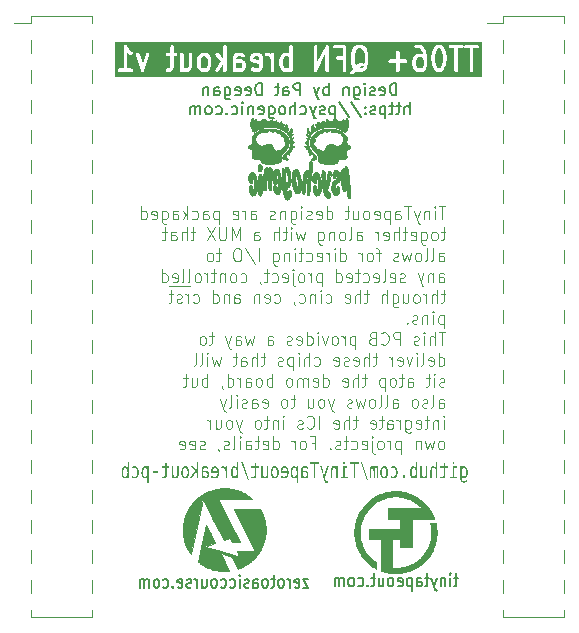
<source format=gbr>
G04 #@! TF.GenerationSoftware,KiCad,Pcbnew,8.0.6-8.0.6-0~ubuntu24.04.1*
G04 #@! TF.CreationDate,2024-11-04T16:08:44-05:00*
G04 #@! TF.ProjectId,breakout-tt06-qfn,62726561-6b6f-4757-942d-747430362d71,1.1*
G04 #@! TF.SameCoordinates,PX2b64660PY42c1d80*
G04 #@! TF.FileFunction,Legend,Bot*
G04 #@! TF.FilePolarity,Positive*
%FSLAX46Y46*%
G04 Gerber Fmt 4.6, Leading zero omitted, Abs format (unit mm)*
G04 Created by KiCad (PCBNEW 8.0.6-8.0.6-0~ubuntu24.04.1) date 2024-11-04 16:08:44*
%MOMM*%
%LPD*%
G01*
G04 APERTURE LIST*
%ADD10C,0.125000*%
%ADD11C,0.180000*%
%ADD12C,0.091250*%
%ADD13C,0.300000*%
%ADD14C,0.120000*%
%ADD15C,0.007028*%
%ADD16C,0.000000*%
%ADD17C,0.010000*%
G04 APERTURE END LIST*
D10*
X37522525Y35321438D02*
X36951097Y35321438D01*
X37236811Y34221438D02*
X37236811Y35321438D01*
X36617763Y34221438D02*
X36617763Y34954771D01*
X36617763Y35321438D02*
X36665382Y35269057D01*
X36665382Y35269057D02*
X36617763Y35216676D01*
X36617763Y35216676D02*
X36570144Y35269057D01*
X36570144Y35269057D02*
X36617763Y35321438D01*
X36617763Y35321438D02*
X36617763Y35216676D01*
X36141573Y34954771D02*
X36141573Y34221438D01*
X36141573Y34850009D02*
X36093954Y34902390D01*
X36093954Y34902390D02*
X35998716Y34954771D01*
X35998716Y34954771D02*
X35855859Y34954771D01*
X35855859Y34954771D02*
X35760621Y34902390D01*
X35760621Y34902390D02*
X35713002Y34797628D01*
X35713002Y34797628D02*
X35713002Y34221438D01*
X35332049Y34954771D02*
X35093954Y34221438D01*
X34855859Y34954771D02*
X35093954Y34221438D01*
X35093954Y34221438D02*
X35189192Y33959533D01*
X35189192Y33959533D02*
X35236811Y33907152D01*
X35236811Y33907152D02*
X35332049Y33854771D01*
X34617763Y35321438D02*
X34046335Y35321438D01*
X34332049Y34221438D02*
X34332049Y35321438D01*
X33284430Y34221438D02*
X33284430Y34797628D01*
X33284430Y34797628D02*
X33332049Y34902390D01*
X33332049Y34902390D02*
X33427287Y34954771D01*
X33427287Y34954771D02*
X33617763Y34954771D01*
X33617763Y34954771D02*
X33713001Y34902390D01*
X33284430Y34273818D02*
X33379668Y34221438D01*
X33379668Y34221438D02*
X33617763Y34221438D01*
X33617763Y34221438D02*
X33713001Y34273818D01*
X33713001Y34273818D02*
X33760620Y34378580D01*
X33760620Y34378580D02*
X33760620Y34483342D01*
X33760620Y34483342D02*
X33713001Y34588104D01*
X33713001Y34588104D02*
X33617763Y34640485D01*
X33617763Y34640485D02*
X33379668Y34640485D01*
X33379668Y34640485D02*
X33284430Y34692866D01*
X32808239Y34954771D02*
X32808239Y33854771D01*
X32808239Y34902390D02*
X32713001Y34954771D01*
X32713001Y34954771D02*
X32522525Y34954771D01*
X32522525Y34954771D02*
X32427287Y34902390D01*
X32427287Y34902390D02*
X32379668Y34850009D01*
X32379668Y34850009D02*
X32332049Y34745247D01*
X32332049Y34745247D02*
X32332049Y34430961D01*
X32332049Y34430961D02*
X32379668Y34326199D01*
X32379668Y34326199D02*
X32427287Y34273818D01*
X32427287Y34273818D02*
X32522525Y34221438D01*
X32522525Y34221438D02*
X32713001Y34221438D01*
X32713001Y34221438D02*
X32808239Y34273818D01*
X31522525Y34273818D02*
X31617763Y34221438D01*
X31617763Y34221438D02*
X31808239Y34221438D01*
X31808239Y34221438D02*
X31903477Y34273818D01*
X31903477Y34273818D02*
X31951096Y34378580D01*
X31951096Y34378580D02*
X31951096Y34797628D01*
X31951096Y34797628D02*
X31903477Y34902390D01*
X31903477Y34902390D02*
X31808239Y34954771D01*
X31808239Y34954771D02*
X31617763Y34954771D01*
X31617763Y34954771D02*
X31522525Y34902390D01*
X31522525Y34902390D02*
X31474906Y34797628D01*
X31474906Y34797628D02*
X31474906Y34692866D01*
X31474906Y34692866D02*
X31951096Y34588104D01*
X30903477Y34221438D02*
X30998715Y34273818D01*
X30998715Y34273818D02*
X31046334Y34326199D01*
X31046334Y34326199D02*
X31093953Y34430961D01*
X31093953Y34430961D02*
X31093953Y34745247D01*
X31093953Y34745247D02*
X31046334Y34850009D01*
X31046334Y34850009D02*
X30998715Y34902390D01*
X30998715Y34902390D02*
X30903477Y34954771D01*
X30903477Y34954771D02*
X30760620Y34954771D01*
X30760620Y34954771D02*
X30665382Y34902390D01*
X30665382Y34902390D02*
X30617763Y34850009D01*
X30617763Y34850009D02*
X30570144Y34745247D01*
X30570144Y34745247D02*
X30570144Y34430961D01*
X30570144Y34430961D02*
X30617763Y34326199D01*
X30617763Y34326199D02*
X30665382Y34273818D01*
X30665382Y34273818D02*
X30760620Y34221438D01*
X30760620Y34221438D02*
X30903477Y34221438D01*
X29713001Y34954771D02*
X29713001Y34221438D01*
X30141572Y34954771D02*
X30141572Y34378580D01*
X30141572Y34378580D02*
X30093953Y34273818D01*
X30093953Y34273818D02*
X29998715Y34221438D01*
X29998715Y34221438D02*
X29855858Y34221438D01*
X29855858Y34221438D02*
X29760620Y34273818D01*
X29760620Y34273818D02*
X29713001Y34326199D01*
X29379667Y34954771D02*
X28998715Y34954771D01*
X29236810Y35321438D02*
X29236810Y34378580D01*
X29236810Y34378580D02*
X29189191Y34273818D01*
X29189191Y34273818D02*
X29093953Y34221438D01*
X29093953Y34221438D02*
X28998715Y34221438D01*
X27474905Y34221438D02*
X27474905Y35321438D01*
X27474905Y34273818D02*
X27570143Y34221438D01*
X27570143Y34221438D02*
X27760619Y34221438D01*
X27760619Y34221438D02*
X27855857Y34273818D01*
X27855857Y34273818D02*
X27903476Y34326199D01*
X27903476Y34326199D02*
X27951095Y34430961D01*
X27951095Y34430961D02*
X27951095Y34745247D01*
X27951095Y34745247D02*
X27903476Y34850009D01*
X27903476Y34850009D02*
X27855857Y34902390D01*
X27855857Y34902390D02*
X27760619Y34954771D01*
X27760619Y34954771D02*
X27570143Y34954771D01*
X27570143Y34954771D02*
X27474905Y34902390D01*
X26617762Y34273818D02*
X26713000Y34221438D01*
X26713000Y34221438D02*
X26903476Y34221438D01*
X26903476Y34221438D02*
X26998714Y34273818D01*
X26998714Y34273818D02*
X27046333Y34378580D01*
X27046333Y34378580D02*
X27046333Y34797628D01*
X27046333Y34797628D02*
X26998714Y34902390D01*
X26998714Y34902390D02*
X26903476Y34954771D01*
X26903476Y34954771D02*
X26713000Y34954771D01*
X26713000Y34954771D02*
X26617762Y34902390D01*
X26617762Y34902390D02*
X26570143Y34797628D01*
X26570143Y34797628D02*
X26570143Y34692866D01*
X26570143Y34692866D02*
X27046333Y34588104D01*
X26189190Y34273818D02*
X26093952Y34221438D01*
X26093952Y34221438D02*
X25903476Y34221438D01*
X25903476Y34221438D02*
X25808238Y34273818D01*
X25808238Y34273818D02*
X25760619Y34378580D01*
X25760619Y34378580D02*
X25760619Y34430961D01*
X25760619Y34430961D02*
X25808238Y34535723D01*
X25808238Y34535723D02*
X25903476Y34588104D01*
X25903476Y34588104D02*
X26046333Y34588104D01*
X26046333Y34588104D02*
X26141571Y34640485D01*
X26141571Y34640485D02*
X26189190Y34745247D01*
X26189190Y34745247D02*
X26189190Y34797628D01*
X26189190Y34797628D02*
X26141571Y34902390D01*
X26141571Y34902390D02*
X26046333Y34954771D01*
X26046333Y34954771D02*
X25903476Y34954771D01*
X25903476Y34954771D02*
X25808238Y34902390D01*
X25332047Y34221438D02*
X25332047Y34954771D01*
X25332047Y35321438D02*
X25379666Y35269057D01*
X25379666Y35269057D02*
X25332047Y35216676D01*
X25332047Y35216676D02*
X25284428Y35269057D01*
X25284428Y35269057D02*
X25332047Y35321438D01*
X25332047Y35321438D02*
X25332047Y35216676D01*
X24427286Y34954771D02*
X24427286Y34064295D01*
X24427286Y34064295D02*
X24474905Y33959533D01*
X24474905Y33959533D02*
X24522524Y33907152D01*
X24522524Y33907152D02*
X24617762Y33854771D01*
X24617762Y33854771D02*
X24760619Y33854771D01*
X24760619Y33854771D02*
X24855857Y33907152D01*
X24427286Y34273818D02*
X24522524Y34221438D01*
X24522524Y34221438D02*
X24713000Y34221438D01*
X24713000Y34221438D02*
X24808238Y34273818D01*
X24808238Y34273818D02*
X24855857Y34326199D01*
X24855857Y34326199D02*
X24903476Y34430961D01*
X24903476Y34430961D02*
X24903476Y34745247D01*
X24903476Y34745247D02*
X24855857Y34850009D01*
X24855857Y34850009D02*
X24808238Y34902390D01*
X24808238Y34902390D02*
X24713000Y34954771D01*
X24713000Y34954771D02*
X24522524Y34954771D01*
X24522524Y34954771D02*
X24427286Y34902390D01*
X23951095Y34954771D02*
X23951095Y34221438D01*
X23951095Y34850009D02*
X23903476Y34902390D01*
X23903476Y34902390D02*
X23808238Y34954771D01*
X23808238Y34954771D02*
X23665381Y34954771D01*
X23665381Y34954771D02*
X23570143Y34902390D01*
X23570143Y34902390D02*
X23522524Y34797628D01*
X23522524Y34797628D02*
X23522524Y34221438D01*
X23093952Y34273818D02*
X22998714Y34221438D01*
X22998714Y34221438D02*
X22808238Y34221438D01*
X22808238Y34221438D02*
X22713000Y34273818D01*
X22713000Y34273818D02*
X22665381Y34378580D01*
X22665381Y34378580D02*
X22665381Y34430961D01*
X22665381Y34430961D02*
X22713000Y34535723D01*
X22713000Y34535723D02*
X22808238Y34588104D01*
X22808238Y34588104D02*
X22951095Y34588104D01*
X22951095Y34588104D02*
X23046333Y34640485D01*
X23046333Y34640485D02*
X23093952Y34745247D01*
X23093952Y34745247D02*
X23093952Y34797628D01*
X23093952Y34797628D02*
X23046333Y34902390D01*
X23046333Y34902390D02*
X22951095Y34954771D01*
X22951095Y34954771D02*
X22808238Y34954771D01*
X22808238Y34954771D02*
X22713000Y34902390D01*
X21046333Y34221438D02*
X21046333Y34797628D01*
X21046333Y34797628D02*
X21093952Y34902390D01*
X21093952Y34902390D02*
X21189190Y34954771D01*
X21189190Y34954771D02*
X21379666Y34954771D01*
X21379666Y34954771D02*
X21474904Y34902390D01*
X21046333Y34273818D02*
X21141571Y34221438D01*
X21141571Y34221438D02*
X21379666Y34221438D01*
X21379666Y34221438D02*
X21474904Y34273818D01*
X21474904Y34273818D02*
X21522523Y34378580D01*
X21522523Y34378580D02*
X21522523Y34483342D01*
X21522523Y34483342D02*
X21474904Y34588104D01*
X21474904Y34588104D02*
X21379666Y34640485D01*
X21379666Y34640485D02*
X21141571Y34640485D01*
X21141571Y34640485D02*
X21046333Y34692866D01*
X20570142Y34221438D02*
X20570142Y34954771D01*
X20570142Y34745247D02*
X20522523Y34850009D01*
X20522523Y34850009D02*
X20474904Y34902390D01*
X20474904Y34902390D02*
X20379666Y34954771D01*
X20379666Y34954771D02*
X20284428Y34954771D01*
X19570142Y34273818D02*
X19665380Y34221438D01*
X19665380Y34221438D02*
X19855856Y34221438D01*
X19855856Y34221438D02*
X19951094Y34273818D01*
X19951094Y34273818D02*
X19998713Y34378580D01*
X19998713Y34378580D02*
X19998713Y34797628D01*
X19998713Y34797628D02*
X19951094Y34902390D01*
X19951094Y34902390D02*
X19855856Y34954771D01*
X19855856Y34954771D02*
X19665380Y34954771D01*
X19665380Y34954771D02*
X19570142Y34902390D01*
X19570142Y34902390D02*
X19522523Y34797628D01*
X19522523Y34797628D02*
X19522523Y34692866D01*
X19522523Y34692866D02*
X19998713Y34588104D01*
X18332046Y34954771D02*
X18332046Y33854771D01*
X18332046Y34902390D02*
X18236808Y34954771D01*
X18236808Y34954771D02*
X18046332Y34954771D01*
X18046332Y34954771D02*
X17951094Y34902390D01*
X17951094Y34902390D02*
X17903475Y34850009D01*
X17903475Y34850009D02*
X17855856Y34745247D01*
X17855856Y34745247D02*
X17855856Y34430961D01*
X17855856Y34430961D02*
X17903475Y34326199D01*
X17903475Y34326199D02*
X17951094Y34273818D01*
X17951094Y34273818D02*
X18046332Y34221438D01*
X18046332Y34221438D02*
X18236808Y34221438D01*
X18236808Y34221438D02*
X18332046Y34273818D01*
X16998713Y34221438D02*
X16998713Y34797628D01*
X16998713Y34797628D02*
X17046332Y34902390D01*
X17046332Y34902390D02*
X17141570Y34954771D01*
X17141570Y34954771D02*
X17332046Y34954771D01*
X17332046Y34954771D02*
X17427284Y34902390D01*
X16998713Y34273818D02*
X17093951Y34221438D01*
X17093951Y34221438D02*
X17332046Y34221438D01*
X17332046Y34221438D02*
X17427284Y34273818D01*
X17427284Y34273818D02*
X17474903Y34378580D01*
X17474903Y34378580D02*
X17474903Y34483342D01*
X17474903Y34483342D02*
X17427284Y34588104D01*
X17427284Y34588104D02*
X17332046Y34640485D01*
X17332046Y34640485D02*
X17093951Y34640485D01*
X17093951Y34640485D02*
X16998713Y34692866D01*
X16093951Y34273818D02*
X16189189Y34221438D01*
X16189189Y34221438D02*
X16379665Y34221438D01*
X16379665Y34221438D02*
X16474903Y34273818D01*
X16474903Y34273818D02*
X16522522Y34326199D01*
X16522522Y34326199D02*
X16570141Y34430961D01*
X16570141Y34430961D02*
X16570141Y34745247D01*
X16570141Y34745247D02*
X16522522Y34850009D01*
X16522522Y34850009D02*
X16474903Y34902390D01*
X16474903Y34902390D02*
X16379665Y34954771D01*
X16379665Y34954771D02*
X16189189Y34954771D01*
X16189189Y34954771D02*
X16093951Y34902390D01*
X15665379Y34221438D02*
X15665379Y35321438D01*
X15570141Y34640485D02*
X15284427Y34221438D01*
X15284427Y34954771D02*
X15665379Y34535723D01*
X14427284Y34221438D02*
X14427284Y34797628D01*
X14427284Y34797628D02*
X14474903Y34902390D01*
X14474903Y34902390D02*
X14570141Y34954771D01*
X14570141Y34954771D02*
X14760617Y34954771D01*
X14760617Y34954771D02*
X14855855Y34902390D01*
X14427284Y34273818D02*
X14522522Y34221438D01*
X14522522Y34221438D02*
X14760617Y34221438D01*
X14760617Y34221438D02*
X14855855Y34273818D01*
X14855855Y34273818D02*
X14903474Y34378580D01*
X14903474Y34378580D02*
X14903474Y34483342D01*
X14903474Y34483342D02*
X14855855Y34588104D01*
X14855855Y34588104D02*
X14760617Y34640485D01*
X14760617Y34640485D02*
X14522522Y34640485D01*
X14522522Y34640485D02*
X14427284Y34692866D01*
X13522522Y34954771D02*
X13522522Y34064295D01*
X13522522Y34064295D02*
X13570141Y33959533D01*
X13570141Y33959533D02*
X13617760Y33907152D01*
X13617760Y33907152D02*
X13712998Y33854771D01*
X13712998Y33854771D02*
X13855855Y33854771D01*
X13855855Y33854771D02*
X13951093Y33907152D01*
X13522522Y34273818D02*
X13617760Y34221438D01*
X13617760Y34221438D02*
X13808236Y34221438D01*
X13808236Y34221438D02*
X13903474Y34273818D01*
X13903474Y34273818D02*
X13951093Y34326199D01*
X13951093Y34326199D02*
X13998712Y34430961D01*
X13998712Y34430961D02*
X13998712Y34745247D01*
X13998712Y34745247D02*
X13951093Y34850009D01*
X13951093Y34850009D02*
X13903474Y34902390D01*
X13903474Y34902390D02*
X13808236Y34954771D01*
X13808236Y34954771D02*
X13617760Y34954771D01*
X13617760Y34954771D02*
X13522522Y34902390D01*
X12665379Y34273818D02*
X12760617Y34221438D01*
X12760617Y34221438D02*
X12951093Y34221438D01*
X12951093Y34221438D02*
X13046331Y34273818D01*
X13046331Y34273818D02*
X13093950Y34378580D01*
X13093950Y34378580D02*
X13093950Y34797628D01*
X13093950Y34797628D02*
X13046331Y34902390D01*
X13046331Y34902390D02*
X12951093Y34954771D01*
X12951093Y34954771D02*
X12760617Y34954771D01*
X12760617Y34954771D02*
X12665379Y34902390D01*
X12665379Y34902390D02*
X12617760Y34797628D01*
X12617760Y34797628D02*
X12617760Y34692866D01*
X12617760Y34692866D02*
X13093950Y34588104D01*
X11760617Y34221438D02*
X11760617Y35321438D01*
X11760617Y34273818D02*
X11855855Y34221438D01*
X11855855Y34221438D02*
X12046331Y34221438D01*
X12046331Y34221438D02*
X12141569Y34273818D01*
X12141569Y34273818D02*
X12189188Y34326199D01*
X12189188Y34326199D02*
X12236807Y34430961D01*
X12236807Y34430961D02*
X12236807Y34745247D01*
X12236807Y34745247D02*
X12189188Y34850009D01*
X12189188Y34850009D02*
X12141569Y34902390D01*
X12141569Y34902390D02*
X12046331Y34954771D01*
X12046331Y34954771D02*
X11855855Y34954771D01*
X11855855Y34954771D02*
X11760617Y34902390D01*
X37522525Y33183833D02*
X37141573Y33183833D01*
X37379668Y33550500D02*
X37379668Y32607642D01*
X37379668Y32607642D02*
X37332049Y32502880D01*
X37332049Y32502880D02*
X37236811Y32450500D01*
X37236811Y32450500D02*
X37141573Y32450500D01*
X36665382Y32450500D02*
X36760620Y32502880D01*
X36760620Y32502880D02*
X36808239Y32555261D01*
X36808239Y32555261D02*
X36855858Y32660023D01*
X36855858Y32660023D02*
X36855858Y32974309D01*
X36855858Y32974309D02*
X36808239Y33079071D01*
X36808239Y33079071D02*
X36760620Y33131452D01*
X36760620Y33131452D02*
X36665382Y33183833D01*
X36665382Y33183833D02*
X36522525Y33183833D01*
X36522525Y33183833D02*
X36427287Y33131452D01*
X36427287Y33131452D02*
X36379668Y33079071D01*
X36379668Y33079071D02*
X36332049Y32974309D01*
X36332049Y32974309D02*
X36332049Y32660023D01*
X36332049Y32660023D02*
X36379668Y32555261D01*
X36379668Y32555261D02*
X36427287Y32502880D01*
X36427287Y32502880D02*
X36522525Y32450500D01*
X36522525Y32450500D02*
X36665382Y32450500D01*
X35474906Y33183833D02*
X35474906Y32293357D01*
X35474906Y32293357D02*
X35522525Y32188595D01*
X35522525Y32188595D02*
X35570144Y32136214D01*
X35570144Y32136214D02*
X35665382Y32083833D01*
X35665382Y32083833D02*
X35808239Y32083833D01*
X35808239Y32083833D02*
X35903477Y32136214D01*
X35474906Y32502880D02*
X35570144Y32450500D01*
X35570144Y32450500D02*
X35760620Y32450500D01*
X35760620Y32450500D02*
X35855858Y32502880D01*
X35855858Y32502880D02*
X35903477Y32555261D01*
X35903477Y32555261D02*
X35951096Y32660023D01*
X35951096Y32660023D02*
X35951096Y32974309D01*
X35951096Y32974309D02*
X35903477Y33079071D01*
X35903477Y33079071D02*
X35855858Y33131452D01*
X35855858Y33131452D02*
X35760620Y33183833D01*
X35760620Y33183833D02*
X35570144Y33183833D01*
X35570144Y33183833D02*
X35474906Y33131452D01*
X34617763Y32502880D02*
X34713001Y32450500D01*
X34713001Y32450500D02*
X34903477Y32450500D01*
X34903477Y32450500D02*
X34998715Y32502880D01*
X34998715Y32502880D02*
X35046334Y32607642D01*
X35046334Y32607642D02*
X35046334Y33026690D01*
X35046334Y33026690D02*
X34998715Y33131452D01*
X34998715Y33131452D02*
X34903477Y33183833D01*
X34903477Y33183833D02*
X34713001Y33183833D01*
X34713001Y33183833D02*
X34617763Y33131452D01*
X34617763Y33131452D02*
X34570144Y33026690D01*
X34570144Y33026690D02*
X34570144Y32921928D01*
X34570144Y32921928D02*
X35046334Y32817166D01*
X34284429Y33183833D02*
X33903477Y33183833D01*
X34141572Y33550500D02*
X34141572Y32607642D01*
X34141572Y32607642D02*
X34093953Y32502880D01*
X34093953Y32502880D02*
X33998715Y32450500D01*
X33998715Y32450500D02*
X33903477Y32450500D01*
X33570143Y32450500D02*
X33570143Y33550500D01*
X33141572Y32450500D02*
X33141572Y33026690D01*
X33141572Y33026690D02*
X33189191Y33131452D01*
X33189191Y33131452D02*
X33284429Y33183833D01*
X33284429Y33183833D02*
X33427286Y33183833D01*
X33427286Y33183833D02*
X33522524Y33131452D01*
X33522524Y33131452D02*
X33570143Y33079071D01*
X32284429Y32502880D02*
X32379667Y32450500D01*
X32379667Y32450500D02*
X32570143Y32450500D01*
X32570143Y32450500D02*
X32665381Y32502880D01*
X32665381Y32502880D02*
X32713000Y32607642D01*
X32713000Y32607642D02*
X32713000Y33026690D01*
X32713000Y33026690D02*
X32665381Y33131452D01*
X32665381Y33131452D02*
X32570143Y33183833D01*
X32570143Y33183833D02*
X32379667Y33183833D01*
X32379667Y33183833D02*
X32284429Y33131452D01*
X32284429Y33131452D02*
X32236810Y33026690D01*
X32236810Y33026690D02*
X32236810Y32921928D01*
X32236810Y32921928D02*
X32713000Y32817166D01*
X31808238Y32450500D02*
X31808238Y33183833D01*
X31808238Y32974309D02*
X31760619Y33079071D01*
X31760619Y33079071D02*
X31713000Y33131452D01*
X31713000Y33131452D02*
X31617762Y33183833D01*
X31617762Y33183833D02*
X31522524Y33183833D01*
X29998714Y32450500D02*
X29998714Y33026690D01*
X29998714Y33026690D02*
X30046333Y33131452D01*
X30046333Y33131452D02*
X30141571Y33183833D01*
X30141571Y33183833D02*
X30332047Y33183833D01*
X30332047Y33183833D02*
X30427285Y33131452D01*
X29998714Y32502880D02*
X30093952Y32450500D01*
X30093952Y32450500D02*
X30332047Y32450500D01*
X30332047Y32450500D02*
X30427285Y32502880D01*
X30427285Y32502880D02*
X30474904Y32607642D01*
X30474904Y32607642D02*
X30474904Y32712404D01*
X30474904Y32712404D02*
X30427285Y32817166D01*
X30427285Y32817166D02*
X30332047Y32869547D01*
X30332047Y32869547D02*
X30093952Y32869547D01*
X30093952Y32869547D02*
X29998714Y32921928D01*
X29379666Y32450500D02*
X29474904Y32502880D01*
X29474904Y32502880D02*
X29522523Y32607642D01*
X29522523Y32607642D02*
X29522523Y33550500D01*
X28855856Y32450500D02*
X28951094Y32502880D01*
X28951094Y32502880D02*
X28998713Y32555261D01*
X28998713Y32555261D02*
X29046332Y32660023D01*
X29046332Y32660023D02*
X29046332Y32974309D01*
X29046332Y32974309D02*
X28998713Y33079071D01*
X28998713Y33079071D02*
X28951094Y33131452D01*
X28951094Y33131452D02*
X28855856Y33183833D01*
X28855856Y33183833D02*
X28712999Y33183833D01*
X28712999Y33183833D02*
X28617761Y33131452D01*
X28617761Y33131452D02*
X28570142Y33079071D01*
X28570142Y33079071D02*
X28522523Y32974309D01*
X28522523Y32974309D02*
X28522523Y32660023D01*
X28522523Y32660023D02*
X28570142Y32555261D01*
X28570142Y32555261D02*
X28617761Y32502880D01*
X28617761Y32502880D02*
X28712999Y32450500D01*
X28712999Y32450500D02*
X28855856Y32450500D01*
X28093951Y33183833D02*
X28093951Y32450500D01*
X28093951Y33079071D02*
X28046332Y33131452D01*
X28046332Y33131452D02*
X27951094Y33183833D01*
X27951094Y33183833D02*
X27808237Y33183833D01*
X27808237Y33183833D02*
X27712999Y33131452D01*
X27712999Y33131452D02*
X27665380Y33026690D01*
X27665380Y33026690D02*
X27665380Y32450500D01*
X26760618Y33183833D02*
X26760618Y32293357D01*
X26760618Y32293357D02*
X26808237Y32188595D01*
X26808237Y32188595D02*
X26855856Y32136214D01*
X26855856Y32136214D02*
X26951094Y32083833D01*
X26951094Y32083833D02*
X27093951Y32083833D01*
X27093951Y32083833D02*
X27189189Y32136214D01*
X26760618Y32502880D02*
X26855856Y32450500D01*
X26855856Y32450500D02*
X27046332Y32450500D01*
X27046332Y32450500D02*
X27141570Y32502880D01*
X27141570Y32502880D02*
X27189189Y32555261D01*
X27189189Y32555261D02*
X27236808Y32660023D01*
X27236808Y32660023D02*
X27236808Y32974309D01*
X27236808Y32974309D02*
X27189189Y33079071D01*
X27189189Y33079071D02*
X27141570Y33131452D01*
X27141570Y33131452D02*
X27046332Y33183833D01*
X27046332Y33183833D02*
X26855856Y33183833D01*
X26855856Y33183833D02*
X26760618Y33131452D01*
X25617760Y33183833D02*
X25427284Y32450500D01*
X25427284Y32450500D02*
X25236808Y32974309D01*
X25236808Y32974309D02*
X25046332Y32450500D01*
X25046332Y32450500D02*
X24855856Y33183833D01*
X24474903Y32450500D02*
X24474903Y33183833D01*
X24474903Y33550500D02*
X24522522Y33498119D01*
X24522522Y33498119D02*
X24474903Y33445738D01*
X24474903Y33445738D02*
X24427284Y33498119D01*
X24427284Y33498119D02*
X24474903Y33550500D01*
X24474903Y33550500D02*
X24474903Y33445738D01*
X24141570Y33183833D02*
X23760618Y33183833D01*
X23998713Y33550500D02*
X23998713Y32607642D01*
X23998713Y32607642D02*
X23951094Y32502880D01*
X23951094Y32502880D02*
X23855856Y32450500D01*
X23855856Y32450500D02*
X23760618Y32450500D01*
X23427284Y32450500D02*
X23427284Y33550500D01*
X22998713Y32450500D02*
X22998713Y33026690D01*
X22998713Y33026690D02*
X23046332Y33131452D01*
X23046332Y33131452D02*
X23141570Y33183833D01*
X23141570Y33183833D02*
X23284427Y33183833D01*
X23284427Y33183833D02*
X23379665Y33131452D01*
X23379665Y33131452D02*
X23427284Y33079071D01*
X21332046Y32450500D02*
X21332046Y33026690D01*
X21332046Y33026690D02*
X21379665Y33131452D01*
X21379665Y33131452D02*
X21474903Y33183833D01*
X21474903Y33183833D02*
X21665379Y33183833D01*
X21665379Y33183833D02*
X21760617Y33131452D01*
X21332046Y32502880D02*
X21427284Y32450500D01*
X21427284Y32450500D02*
X21665379Y32450500D01*
X21665379Y32450500D02*
X21760617Y32502880D01*
X21760617Y32502880D02*
X21808236Y32607642D01*
X21808236Y32607642D02*
X21808236Y32712404D01*
X21808236Y32712404D02*
X21760617Y32817166D01*
X21760617Y32817166D02*
X21665379Y32869547D01*
X21665379Y32869547D02*
X21427284Y32869547D01*
X21427284Y32869547D02*
X21332046Y32921928D01*
X20093950Y32450500D02*
X20093950Y33550500D01*
X20093950Y33550500D02*
X19760617Y32764785D01*
X19760617Y32764785D02*
X19427284Y33550500D01*
X19427284Y33550500D02*
X19427284Y32450500D01*
X18951093Y33550500D02*
X18951093Y32660023D01*
X18951093Y32660023D02*
X18903474Y32555261D01*
X18903474Y32555261D02*
X18855855Y32502880D01*
X18855855Y32502880D02*
X18760617Y32450500D01*
X18760617Y32450500D02*
X18570141Y32450500D01*
X18570141Y32450500D02*
X18474903Y32502880D01*
X18474903Y32502880D02*
X18427284Y32555261D01*
X18427284Y32555261D02*
X18379665Y32660023D01*
X18379665Y32660023D02*
X18379665Y33550500D01*
X17998712Y33550500D02*
X17332046Y32450500D01*
X17332046Y33550500D02*
X17998712Y32450500D01*
X16332045Y33183833D02*
X15951093Y33183833D01*
X16189188Y33550500D02*
X16189188Y32607642D01*
X16189188Y32607642D02*
X16141569Y32502880D01*
X16141569Y32502880D02*
X16046331Y32450500D01*
X16046331Y32450500D02*
X15951093Y32450500D01*
X15617759Y32450500D02*
X15617759Y33550500D01*
X15189188Y32450500D02*
X15189188Y33026690D01*
X15189188Y33026690D02*
X15236807Y33131452D01*
X15236807Y33131452D02*
X15332045Y33183833D01*
X15332045Y33183833D02*
X15474902Y33183833D01*
X15474902Y33183833D02*
X15570140Y33131452D01*
X15570140Y33131452D02*
X15617759Y33079071D01*
X14284426Y32450500D02*
X14284426Y33026690D01*
X14284426Y33026690D02*
X14332045Y33131452D01*
X14332045Y33131452D02*
X14427283Y33183833D01*
X14427283Y33183833D02*
X14617759Y33183833D01*
X14617759Y33183833D02*
X14712997Y33131452D01*
X14284426Y32502880D02*
X14379664Y32450500D01*
X14379664Y32450500D02*
X14617759Y32450500D01*
X14617759Y32450500D02*
X14712997Y32502880D01*
X14712997Y32502880D02*
X14760616Y32607642D01*
X14760616Y32607642D02*
X14760616Y32712404D01*
X14760616Y32712404D02*
X14712997Y32817166D01*
X14712997Y32817166D02*
X14617759Y32869547D01*
X14617759Y32869547D02*
X14379664Y32869547D01*
X14379664Y32869547D02*
X14284426Y32921928D01*
X13951092Y33183833D02*
X13570140Y33183833D01*
X13808235Y33550500D02*
X13808235Y32607642D01*
X13808235Y32607642D02*
X13760616Y32502880D01*
X13760616Y32502880D02*
X13665378Y32450500D01*
X13665378Y32450500D02*
X13570140Y32450500D01*
X36951097Y30679562D02*
X36951097Y31255752D01*
X36951097Y31255752D02*
X36998716Y31360514D01*
X36998716Y31360514D02*
X37093954Y31412895D01*
X37093954Y31412895D02*
X37284430Y31412895D01*
X37284430Y31412895D02*
X37379668Y31360514D01*
X36951097Y30731942D02*
X37046335Y30679562D01*
X37046335Y30679562D02*
X37284430Y30679562D01*
X37284430Y30679562D02*
X37379668Y30731942D01*
X37379668Y30731942D02*
X37427287Y30836704D01*
X37427287Y30836704D02*
X37427287Y30941466D01*
X37427287Y30941466D02*
X37379668Y31046228D01*
X37379668Y31046228D02*
X37284430Y31098609D01*
X37284430Y31098609D02*
X37046335Y31098609D01*
X37046335Y31098609D02*
X36951097Y31150990D01*
X36332049Y30679562D02*
X36427287Y30731942D01*
X36427287Y30731942D02*
X36474906Y30836704D01*
X36474906Y30836704D02*
X36474906Y31779562D01*
X35808239Y30679562D02*
X35903477Y30731942D01*
X35903477Y30731942D02*
X35951096Y30836704D01*
X35951096Y30836704D02*
X35951096Y31779562D01*
X35284429Y30679562D02*
X35379667Y30731942D01*
X35379667Y30731942D02*
X35427286Y30784323D01*
X35427286Y30784323D02*
X35474905Y30889085D01*
X35474905Y30889085D02*
X35474905Y31203371D01*
X35474905Y31203371D02*
X35427286Y31308133D01*
X35427286Y31308133D02*
X35379667Y31360514D01*
X35379667Y31360514D02*
X35284429Y31412895D01*
X35284429Y31412895D02*
X35141572Y31412895D01*
X35141572Y31412895D02*
X35046334Y31360514D01*
X35046334Y31360514D02*
X34998715Y31308133D01*
X34998715Y31308133D02*
X34951096Y31203371D01*
X34951096Y31203371D02*
X34951096Y30889085D01*
X34951096Y30889085D02*
X34998715Y30784323D01*
X34998715Y30784323D02*
X35046334Y30731942D01*
X35046334Y30731942D02*
X35141572Y30679562D01*
X35141572Y30679562D02*
X35284429Y30679562D01*
X34617762Y31412895D02*
X34427286Y30679562D01*
X34427286Y30679562D02*
X34236810Y31203371D01*
X34236810Y31203371D02*
X34046334Y30679562D01*
X34046334Y30679562D02*
X33855858Y31412895D01*
X33522524Y30731942D02*
X33427286Y30679562D01*
X33427286Y30679562D02*
X33236810Y30679562D01*
X33236810Y30679562D02*
X33141572Y30731942D01*
X33141572Y30731942D02*
X33093953Y30836704D01*
X33093953Y30836704D02*
X33093953Y30889085D01*
X33093953Y30889085D02*
X33141572Y30993847D01*
X33141572Y30993847D02*
X33236810Y31046228D01*
X33236810Y31046228D02*
X33379667Y31046228D01*
X33379667Y31046228D02*
X33474905Y31098609D01*
X33474905Y31098609D02*
X33522524Y31203371D01*
X33522524Y31203371D02*
X33522524Y31255752D01*
X33522524Y31255752D02*
X33474905Y31360514D01*
X33474905Y31360514D02*
X33379667Y31412895D01*
X33379667Y31412895D02*
X33236810Y31412895D01*
X33236810Y31412895D02*
X33141572Y31360514D01*
X32046333Y31412895D02*
X31665381Y31412895D01*
X31903476Y30679562D02*
X31903476Y31622419D01*
X31903476Y31622419D02*
X31855857Y31727181D01*
X31855857Y31727181D02*
X31760619Y31779562D01*
X31760619Y31779562D02*
X31665381Y31779562D01*
X31189190Y30679562D02*
X31284428Y30731942D01*
X31284428Y30731942D02*
X31332047Y30784323D01*
X31332047Y30784323D02*
X31379666Y30889085D01*
X31379666Y30889085D02*
X31379666Y31203371D01*
X31379666Y31203371D02*
X31332047Y31308133D01*
X31332047Y31308133D02*
X31284428Y31360514D01*
X31284428Y31360514D02*
X31189190Y31412895D01*
X31189190Y31412895D02*
X31046333Y31412895D01*
X31046333Y31412895D02*
X30951095Y31360514D01*
X30951095Y31360514D02*
X30903476Y31308133D01*
X30903476Y31308133D02*
X30855857Y31203371D01*
X30855857Y31203371D02*
X30855857Y30889085D01*
X30855857Y30889085D02*
X30903476Y30784323D01*
X30903476Y30784323D02*
X30951095Y30731942D01*
X30951095Y30731942D02*
X31046333Y30679562D01*
X31046333Y30679562D02*
X31189190Y30679562D01*
X30427285Y30679562D02*
X30427285Y31412895D01*
X30427285Y31203371D02*
X30379666Y31308133D01*
X30379666Y31308133D02*
X30332047Y31360514D01*
X30332047Y31360514D02*
X30236809Y31412895D01*
X30236809Y31412895D02*
X30141571Y31412895D01*
X28617761Y30679562D02*
X28617761Y31779562D01*
X28617761Y30731942D02*
X28712999Y30679562D01*
X28712999Y30679562D02*
X28903475Y30679562D01*
X28903475Y30679562D02*
X28998713Y30731942D01*
X28998713Y30731942D02*
X29046332Y30784323D01*
X29046332Y30784323D02*
X29093951Y30889085D01*
X29093951Y30889085D02*
X29093951Y31203371D01*
X29093951Y31203371D02*
X29046332Y31308133D01*
X29046332Y31308133D02*
X28998713Y31360514D01*
X28998713Y31360514D02*
X28903475Y31412895D01*
X28903475Y31412895D02*
X28712999Y31412895D01*
X28712999Y31412895D02*
X28617761Y31360514D01*
X28141570Y30679562D02*
X28141570Y31412895D01*
X28141570Y31779562D02*
X28189189Y31727181D01*
X28189189Y31727181D02*
X28141570Y31674800D01*
X28141570Y31674800D02*
X28093951Y31727181D01*
X28093951Y31727181D02*
X28141570Y31779562D01*
X28141570Y31779562D02*
X28141570Y31674800D01*
X27665380Y30679562D02*
X27665380Y31412895D01*
X27665380Y31203371D02*
X27617761Y31308133D01*
X27617761Y31308133D02*
X27570142Y31360514D01*
X27570142Y31360514D02*
X27474904Y31412895D01*
X27474904Y31412895D02*
X27379666Y31412895D01*
X26665380Y30731942D02*
X26760618Y30679562D01*
X26760618Y30679562D02*
X26951094Y30679562D01*
X26951094Y30679562D02*
X27046332Y30731942D01*
X27046332Y30731942D02*
X27093951Y30836704D01*
X27093951Y30836704D02*
X27093951Y31255752D01*
X27093951Y31255752D02*
X27046332Y31360514D01*
X27046332Y31360514D02*
X26951094Y31412895D01*
X26951094Y31412895D02*
X26760618Y31412895D01*
X26760618Y31412895D02*
X26665380Y31360514D01*
X26665380Y31360514D02*
X26617761Y31255752D01*
X26617761Y31255752D02*
X26617761Y31150990D01*
X26617761Y31150990D02*
X27093951Y31046228D01*
X25760618Y30731942D02*
X25855856Y30679562D01*
X25855856Y30679562D02*
X26046332Y30679562D01*
X26046332Y30679562D02*
X26141570Y30731942D01*
X26141570Y30731942D02*
X26189189Y30784323D01*
X26189189Y30784323D02*
X26236808Y30889085D01*
X26236808Y30889085D02*
X26236808Y31203371D01*
X26236808Y31203371D02*
X26189189Y31308133D01*
X26189189Y31308133D02*
X26141570Y31360514D01*
X26141570Y31360514D02*
X26046332Y31412895D01*
X26046332Y31412895D02*
X25855856Y31412895D01*
X25855856Y31412895D02*
X25760618Y31360514D01*
X25474903Y31412895D02*
X25093951Y31412895D01*
X25332046Y31779562D02*
X25332046Y30836704D01*
X25332046Y30836704D02*
X25284427Y30731942D01*
X25284427Y30731942D02*
X25189189Y30679562D01*
X25189189Y30679562D02*
X25093951Y30679562D01*
X24760617Y30679562D02*
X24760617Y31412895D01*
X24760617Y31779562D02*
X24808236Y31727181D01*
X24808236Y31727181D02*
X24760617Y31674800D01*
X24760617Y31674800D02*
X24712998Y31727181D01*
X24712998Y31727181D02*
X24760617Y31779562D01*
X24760617Y31779562D02*
X24760617Y31674800D01*
X24284427Y31412895D02*
X24284427Y30679562D01*
X24284427Y31308133D02*
X24236808Y31360514D01*
X24236808Y31360514D02*
X24141570Y31412895D01*
X24141570Y31412895D02*
X23998713Y31412895D01*
X23998713Y31412895D02*
X23903475Y31360514D01*
X23903475Y31360514D02*
X23855856Y31255752D01*
X23855856Y31255752D02*
X23855856Y30679562D01*
X22951094Y31412895D02*
X22951094Y30522419D01*
X22951094Y30522419D02*
X22998713Y30417657D01*
X22998713Y30417657D02*
X23046332Y30365276D01*
X23046332Y30365276D02*
X23141570Y30312895D01*
X23141570Y30312895D02*
X23284427Y30312895D01*
X23284427Y30312895D02*
X23379665Y30365276D01*
X22951094Y30731942D02*
X23046332Y30679562D01*
X23046332Y30679562D02*
X23236808Y30679562D01*
X23236808Y30679562D02*
X23332046Y30731942D01*
X23332046Y30731942D02*
X23379665Y30784323D01*
X23379665Y30784323D02*
X23427284Y30889085D01*
X23427284Y30889085D02*
X23427284Y31203371D01*
X23427284Y31203371D02*
X23379665Y31308133D01*
X23379665Y31308133D02*
X23332046Y31360514D01*
X23332046Y31360514D02*
X23236808Y31412895D01*
X23236808Y31412895D02*
X23046332Y31412895D01*
X23046332Y31412895D02*
X22951094Y31360514D01*
X21712998Y30679562D02*
X21712998Y31779562D01*
X20522523Y31831942D02*
X21379665Y30417657D01*
X19998713Y31779562D02*
X19808237Y31779562D01*
X19808237Y31779562D02*
X19712999Y31727181D01*
X19712999Y31727181D02*
X19617761Y31622419D01*
X19617761Y31622419D02*
X19570142Y31412895D01*
X19570142Y31412895D02*
X19570142Y31046228D01*
X19570142Y31046228D02*
X19617761Y30836704D01*
X19617761Y30836704D02*
X19712999Y30731942D01*
X19712999Y30731942D02*
X19808237Y30679562D01*
X19808237Y30679562D02*
X19998713Y30679562D01*
X19998713Y30679562D02*
X20093951Y30731942D01*
X20093951Y30731942D02*
X20189189Y30836704D01*
X20189189Y30836704D02*
X20236808Y31046228D01*
X20236808Y31046228D02*
X20236808Y31412895D01*
X20236808Y31412895D02*
X20189189Y31622419D01*
X20189189Y31622419D02*
X20093951Y31727181D01*
X20093951Y31727181D02*
X19998713Y31779562D01*
X18522522Y31412895D02*
X18141570Y31412895D01*
X18379665Y31779562D02*
X18379665Y30836704D01*
X18379665Y30836704D02*
X18332046Y30731942D01*
X18332046Y30731942D02*
X18236808Y30679562D01*
X18236808Y30679562D02*
X18141570Y30679562D01*
X17665379Y30679562D02*
X17760617Y30731942D01*
X17760617Y30731942D02*
X17808236Y30784323D01*
X17808236Y30784323D02*
X17855855Y30889085D01*
X17855855Y30889085D02*
X17855855Y31203371D01*
X17855855Y31203371D02*
X17808236Y31308133D01*
X17808236Y31308133D02*
X17760617Y31360514D01*
X17760617Y31360514D02*
X17665379Y31412895D01*
X17665379Y31412895D02*
X17522522Y31412895D01*
X17522522Y31412895D02*
X17427284Y31360514D01*
X17427284Y31360514D02*
X17379665Y31308133D01*
X17379665Y31308133D02*
X17332046Y31203371D01*
X17332046Y31203371D02*
X17332046Y30889085D01*
X17332046Y30889085D02*
X17379665Y30784323D01*
X17379665Y30784323D02*
X17427284Y30731942D01*
X17427284Y30731942D02*
X17522522Y30679562D01*
X17522522Y30679562D02*
X17665379Y30679562D01*
X36951097Y28908624D02*
X36951097Y29484814D01*
X36951097Y29484814D02*
X36998716Y29589576D01*
X36998716Y29589576D02*
X37093954Y29641957D01*
X37093954Y29641957D02*
X37284430Y29641957D01*
X37284430Y29641957D02*
X37379668Y29589576D01*
X36951097Y28961004D02*
X37046335Y28908624D01*
X37046335Y28908624D02*
X37284430Y28908624D01*
X37284430Y28908624D02*
X37379668Y28961004D01*
X37379668Y28961004D02*
X37427287Y29065766D01*
X37427287Y29065766D02*
X37427287Y29170528D01*
X37427287Y29170528D02*
X37379668Y29275290D01*
X37379668Y29275290D02*
X37284430Y29327671D01*
X37284430Y29327671D02*
X37046335Y29327671D01*
X37046335Y29327671D02*
X36951097Y29380052D01*
X36474906Y29641957D02*
X36474906Y28908624D01*
X36474906Y29537195D02*
X36427287Y29589576D01*
X36427287Y29589576D02*
X36332049Y29641957D01*
X36332049Y29641957D02*
X36189192Y29641957D01*
X36189192Y29641957D02*
X36093954Y29589576D01*
X36093954Y29589576D02*
X36046335Y29484814D01*
X36046335Y29484814D02*
X36046335Y28908624D01*
X35665382Y29641957D02*
X35427287Y28908624D01*
X35189192Y29641957D02*
X35427287Y28908624D01*
X35427287Y28908624D02*
X35522525Y28646719D01*
X35522525Y28646719D02*
X35570144Y28594338D01*
X35570144Y28594338D02*
X35665382Y28541957D01*
X34093953Y28961004D02*
X33998715Y28908624D01*
X33998715Y28908624D02*
X33808239Y28908624D01*
X33808239Y28908624D02*
X33713001Y28961004D01*
X33713001Y28961004D02*
X33665382Y29065766D01*
X33665382Y29065766D02*
X33665382Y29118147D01*
X33665382Y29118147D02*
X33713001Y29222909D01*
X33713001Y29222909D02*
X33808239Y29275290D01*
X33808239Y29275290D02*
X33951096Y29275290D01*
X33951096Y29275290D02*
X34046334Y29327671D01*
X34046334Y29327671D02*
X34093953Y29432433D01*
X34093953Y29432433D02*
X34093953Y29484814D01*
X34093953Y29484814D02*
X34046334Y29589576D01*
X34046334Y29589576D02*
X33951096Y29641957D01*
X33951096Y29641957D02*
X33808239Y29641957D01*
X33808239Y29641957D02*
X33713001Y29589576D01*
X32855858Y28961004D02*
X32951096Y28908624D01*
X32951096Y28908624D02*
X33141572Y28908624D01*
X33141572Y28908624D02*
X33236810Y28961004D01*
X33236810Y28961004D02*
X33284429Y29065766D01*
X33284429Y29065766D02*
X33284429Y29484814D01*
X33284429Y29484814D02*
X33236810Y29589576D01*
X33236810Y29589576D02*
X33141572Y29641957D01*
X33141572Y29641957D02*
X32951096Y29641957D01*
X32951096Y29641957D02*
X32855858Y29589576D01*
X32855858Y29589576D02*
X32808239Y29484814D01*
X32808239Y29484814D02*
X32808239Y29380052D01*
X32808239Y29380052D02*
X33284429Y29275290D01*
X32236810Y28908624D02*
X32332048Y28961004D01*
X32332048Y28961004D02*
X32379667Y29065766D01*
X32379667Y29065766D02*
X32379667Y30008624D01*
X31474905Y28961004D02*
X31570143Y28908624D01*
X31570143Y28908624D02*
X31760619Y28908624D01*
X31760619Y28908624D02*
X31855857Y28961004D01*
X31855857Y28961004D02*
X31903476Y29065766D01*
X31903476Y29065766D02*
X31903476Y29484814D01*
X31903476Y29484814D02*
X31855857Y29589576D01*
X31855857Y29589576D02*
X31760619Y29641957D01*
X31760619Y29641957D02*
X31570143Y29641957D01*
X31570143Y29641957D02*
X31474905Y29589576D01*
X31474905Y29589576D02*
X31427286Y29484814D01*
X31427286Y29484814D02*
X31427286Y29380052D01*
X31427286Y29380052D02*
X31903476Y29275290D01*
X30570143Y28961004D02*
X30665381Y28908624D01*
X30665381Y28908624D02*
X30855857Y28908624D01*
X30855857Y28908624D02*
X30951095Y28961004D01*
X30951095Y28961004D02*
X30998714Y29013385D01*
X30998714Y29013385D02*
X31046333Y29118147D01*
X31046333Y29118147D02*
X31046333Y29432433D01*
X31046333Y29432433D02*
X30998714Y29537195D01*
X30998714Y29537195D02*
X30951095Y29589576D01*
X30951095Y29589576D02*
X30855857Y29641957D01*
X30855857Y29641957D02*
X30665381Y29641957D01*
X30665381Y29641957D02*
X30570143Y29589576D01*
X30284428Y29641957D02*
X29903476Y29641957D01*
X30141571Y30008624D02*
X30141571Y29065766D01*
X30141571Y29065766D02*
X30093952Y28961004D01*
X30093952Y28961004D02*
X29998714Y28908624D01*
X29998714Y28908624D02*
X29903476Y28908624D01*
X29189190Y28961004D02*
X29284428Y28908624D01*
X29284428Y28908624D02*
X29474904Y28908624D01*
X29474904Y28908624D02*
X29570142Y28961004D01*
X29570142Y28961004D02*
X29617761Y29065766D01*
X29617761Y29065766D02*
X29617761Y29484814D01*
X29617761Y29484814D02*
X29570142Y29589576D01*
X29570142Y29589576D02*
X29474904Y29641957D01*
X29474904Y29641957D02*
X29284428Y29641957D01*
X29284428Y29641957D02*
X29189190Y29589576D01*
X29189190Y29589576D02*
X29141571Y29484814D01*
X29141571Y29484814D02*
X29141571Y29380052D01*
X29141571Y29380052D02*
X29617761Y29275290D01*
X28284428Y28908624D02*
X28284428Y30008624D01*
X28284428Y28961004D02*
X28379666Y28908624D01*
X28379666Y28908624D02*
X28570142Y28908624D01*
X28570142Y28908624D02*
X28665380Y28961004D01*
X28665380Y28961004D02*
X28712999Y29013385D01*
X28712999Y29013385D02*
X28760618Y29118147D01*
X28760618Y29118147D02*
X28760618Y29432433D01*
X28760618Y29432433D02*
X28712999Y29537195D01*
X28712999Y29537195D02*
X28665380Y29589576D01*
X28665380Y29589576D02*
X28570142Y29641957D01*
X28570142Y29641957D02*
X28379666Y29641957D01*
X28379666Y29641957D02*
X28284428Y29589576D01*
X27046332Y29641957D02*
X27046332Y28541957D01*
X27046332Y29589576D02*
X26951094Y29641957D01*
X26951094Y29641957D02*
X26760618Y29641957D01*
X26760618Y29641957D02*
X26665380Y29589576D01*
X26665380Y29589576D02*
X26617761Y29537195D01*
X26617761Y29537195D02*
X26570142Y29432433D01*
X26570142Y29432433D02*
X26570142Y29118147D01*
X26570142Y29118147D02*
X26617761Y29013385D01*
X26617761Y29013385D02*
X26665380Y28961004D01*
X26665380Y28961004D02*
X26760618Y28908624D01*
X26760618Y28908624D02*
X26951094Y28908624D01*
X26951094Y28908624D02*
X27046332Y28961004D01*
X26141570Y28908624D02*
X26141570Y29641957D01*
X26141570Y29432433D02*
X26093951Y29537195D01*
X26093951Y29537195D02*
X26046332Y29589576D01*
X26046332Y29589576D02*
X25951094Y29641957D01*
X25951094Y29641957D02*
X25855856Y29641957D01*
X25379665Y28908624D02*
X25474903Y28961004D01*
X25474903Y28961004D02*
X25522522Y29013385D01*
X25522522Y29013385D02*
X25570141Y29118147D01*
X25570141Y29118147D02*
X25570141Y29432433D01*
X25570141Y29432433D02*
X25522522Y29537195D01*
X25522522Y29537195D02*
X25474903Y29589576D01*
X25474903Y29589576D02*
X25379665Y29641957D01*
X25379665Y29641957D02*
X25236808Y29641957D01*
X25236808Y29641957D02*
X25141570Y29589576D01*
X25141570Y29589576D02*
X25093951Y29537195D01*
X25093951Y29537195D02*
X25046332Y29432433D01*
X25046332Y29432433D02*
X25046332Y29118147D01*
X25046332Y29118147D02*
X25093951Y29013385D01*
X25093951Y29013385D02*
X25141570Y28961004D01*
X25141570Y28961004D02*
X25236808Y28908624D01*
X25236808Y28908624D02*
X25379665Y28908624D01*
X24617760Y29641957D02*
X24617760Y28699100D01*
X24617760Y28699100D02*
X24665379Y28594338D01*
X24665379Y28594338D02*
X24760617Y28541957D01*
X24760617Y28541957D02*
X24808236Y28541957D01*
X24617760Y30008624D02*
X24665379Y29956243D01*
X24665379Y29956243D02*
X24617760Y29903862D01*
X24617760Y29903862D02*
X24570141Y29956243D01*
X24570141Y29956243D02*
X24617760Y30008624D01*
X24617760Y30008624D02*
X24617760Y29903862D01*
X23760618Y28961004D02*
X23855856Y28908624D01*
X23855856Y28908624D02*
X24046332Y28908624D01*
X24046332Y28908624D02*
X24141570Y28961004D01*
X24141570Y28961004D02*
X24189189Y29065766D01*
X24189189Y29065766D02*
X24189189Y29484814D01*
X24189189Y29484814D02*
X24141570Y29589576D01*
X24141570Y29589576D02*
X24046332Y29641957D01*
X24046332Y29641957D02*
X23855856Y29641957D01*
X23855856Y29641957D02*
X23760618Y29589576D01*
X23760618Y29589576D02*
X23712999Y29484814D01*
X23712999Y29484814D02*
X23712999Y29380052D01*
X23712999Y29380052D02*
X24189189Y29275290D01*
X22855856Y28961004D02*
X22951094Y28908624D01*
X22951094Y28908624D02*
X23141570Y28908624D01*
X23141570Y28908624D02*
X23236808Y28961004D01*
X23236808Y28961004D02*
X23284427Y29013385D01*
X23284427Y29013385D02*
X23332046Y29118147D01*
X23332046Y29118147D02*
X23332046Y29432433D01*
X23332046Y29432433D02*
X23284427Y29537195D01*
X23284427Y29537195D02*
X23236808Y29589576D01*
X23236808Y29589576D02*
X23141570Y29641957D01*
X23141570Y29641957D02*
X22951094Y29641957D01*
X22951094Y29641957D02*
X22855856Y29589576D01*
X22570141Y29641957D02*
X22189189Y29641957D01*
X22427284Y30008624D02*
X22427284Y29065766D01*
X22427284Y29065766D02*
X22379665Y28961004D01*
X22379665Y28961004D02*
X22284427Y28908624D01*
X22284427Y28908624D02*
X22189189Y28908624D01*
X21808236Y28961004D02*
X21808236Y28908624D01*
X21808236Y28908624D02*
X21855855Y28803862D01*
X21855855Y28803862D02*
X21903474Y28751481D01*
X20189189Y28961004D02*
X20284427Y28908624D01*
X20284427Y28908624D02*
X20474903Y28908624D01*
X20474903Y28908624D02*
X20570141Y28961004D01*
X20570141Y28961004D02*
X20617760Y29013385D01*
X20617760Y29013385D02*
X20665379Y29118147D01*
X20665379Y29118147D02*
X20665379Y29432433D01*
X20665379Y29432433D02*
X20617760Y29537195D01*
X20617760Y29537195D02*
X20570141Y29589576D01*
X20570141Y29589576D02*
X20474903Y29641957D01*
X20474903Y29641957D02*
X20284427Y29641957D01*
X20284427Y29641957D02*
X20189189Y29589576D01*
X19617760Y28908624D02*
X19712998Y28961004D01*
X19712998Y28961004D02*
X19760617Y29013385D01*
X19760617Y29013385D02*
X19808236Y29118147D01*
X19808236Y29118147D02*
X19808236Y29432433D01*
X19808236Y29432433D02*
X19760617Y29537195D01*
X19760617Y29537195D02*
X19712998Y29589576D01*
X19712998Y29589576D02*
X19617760Y29641957D01*
X19617760Y29641957D02*
X19474903Y29641957D01*
X19474903Y29641957D02*
X19379665Y29589576D01*
X19379665Y29589576D02*
X19332046Y29537195D01*
X19332046Y29537195D02*
X19284427Y29432433D01*
X19284427Y29432433D02*
X19284427Y29118147D01*
X19284427Y29118147D02*
X19332046Y29013385D01*
X19332046Y29013385D02*
X19379665Y28961004D01*
X19379665Y28961004D02*
X19474903Y28908624D01*
X19474903Y28908624D02*
X19617760Y28908624D01*
X18855855Y29641957D02*
X18855855Y28908624D01*
X18855855Y29537195D02*
X18808236Y29589576D01*
X18808236Y29589576D02*
X18712998Y29641957D01*
X18712998Y29641957D02*
X18570141Y29641957D01*
X18570141Y29641957D02*
X18474903Y29589576D01*
X18474903Y29589576D02*
X18427284Y29484814D01*
X18427284Y29484814D02*
X18427284Y28908624D01*
X18093950Y29641957D02*
X17712998Y29641957D01*
X17951093Y30008624D02*
X17951093Y29065766D01*
X17951093Y29065766D02*
X17903474Y28961004D01*
X17903474Y28961004D02*
X17808236Y28908624D01*
X17808236Y28908624D02*
X17712998Y28908624D01*
X17379664Y28908624D02*
X17379664Y29641957D01*
X17379664Y29432433D02*
X17332045Y29537195D01*
X17332045Y29537195D02*
X17284426Y29589576D01*
X17284426Y29589576D02*
X17189188Y29641957D01*
X17189188Y29641957D02*
X17093950Y29641957D01*
X16617759Y28908624D02*
X16712997Y28961004D01*
X16712997Y28961004D02*
X16760616Y29013385D01*
X16760616Y29013385D02*
X16808235Y29118147D01*
X16808235Y29118147D02*
X16808235Y29432433D01*
X16808235Y29432433D02*
X16760616Y29537195D01*
X16760616Y29537195D02*
X16712997Y29589576D01*
X16712997Y29589576D02*
X16617759Y29641957D01*
X16617759Y29641957D02*
X16474902Y29641957D01*
X16474902Y29641957D02*
X16379664Y29589576D01*
X16379664Y29589576D02*
X16332045Y29537195D01*
X16332045Y29537195D02*
X16284426Y29432433D01*
X16284426Y29432433D02*
X16284426Y29118147D01*
X16284426Y29118147D02*
X16332045Y29013385D01*
X16332045Y29013385D02*
X16379664Y28961004D01*
X16379664Y28961004D02*
X16474902Y28908624D01*
X16474902Y28908624D02*
X16617759Y28908624D01*
X15712997Y28908624D02*
X15808235Y28961004D01*
X15808235Y28961004D02*
X15855854Y29065766D01*
X15855854Y29065766D02*
X15855854Y30008624D01*
X15189187Y28908624D02*
X15284425Y28961004D01*
X15284425Y28961004D02*
X15332044Y29065766D01*
X15332044Y29065766D02*
X15332044Y30008624D01*
X14427282Y28961004D02*
X14522520Y28908624D01*
X14522520Y28908624D02*
X14712996Y28908624D01*
X14712996Y28908624D02*
X14808234Y28961004D01*
X14808234Y28961004D02*
X14855853Y29065766D01*
X14855853Y29065766D02*
X14855853Y29484814D01*
X14855853Y29484814D02*
X14808234Y29589576D01*
X14808234Y29589576D02*
X14712996Y29641957D01*
X14712996Y29641957D02*
X14522520Y29641957D01*
X14522520Y29641957D02*
X14427282Y29589576D01*
X14427282Y29589576D02*
X14379663Y29484814D01*
X14379663Y29484814D02*
X14379663Y29380052D01*
X14379663Y29380052D02*
X14855853Y29275290D01*
X13522520Y28908624D02*
X13522520Y30008624D01*
X13522520Y28961004D02*
X13617758Y28908624D01*
X13617758Y28908624D02*
X13808234Y28908624D01*
X13808234Y28908624D02*
X13903472Y28961004D01*
X13903472Y28961004D02*
X13951091Y29013385D01*
X13951091Y29013385D02*
X13998710Y29118147D01*
X13998710Y29118147D02*
X13998710Y29432433D01*
X13998710Y29432433D02*
X13951091Y29537195D01*
X13951091Y29537195D02*
X13903472Y29589576D01*
X13903472Y29589576D02*
X13808234Y29641957D01*
X13808234Y29641957D02*
X13617758Y29641957D01*
X13617758Y29641957D02*
X13522520Y29589576D01*
X37522525Y27871019D02*
X37141573Y27871019D01*
X37379668Y28237686D02*
X37379668Y27294828D01*
X37379668Y27294828D02*
X37332049Y27190066D01*
X37332049Y27190066D02*
X37236811Y27137686D01*
X37236811Y27137686D02*
X37141573Y27137686D01*
X36808239Y27137686D02*
X36808239Y28237686D01*
X36379668Y27137686D02*
X36379668Y27713876D01*
X36379668Y27713876D02*
X36427287Y27818638D01*
X36427287Y27818638D02*
X36522525Y27871019D01*
X36522525Y27871019D02*
X36665382Y27871019D01*
X36665382Y27871019D02*
X36760620Y27818638D01*
X36760620Y27818638D02*
X36808239Y27766257D01*
X35903477Y27137686D02*
X35903477Y27871019D01*
X35903477Y27661495D02*
X35855858Y27766257D01*
X35855858Y27766257D02*
X35808239Y27818638D01*
X35808239Y27818638D02*
X35713001Y27871019D01*
X35713001Y27871019D02*
X35617763Y27871019D01*
X35141572Y27137686D02*
X35236810Y27190066D01*
X35236810Y27190066D02*
X35284429Y27242447D01*
X35284429Y27242447D02*
X35332048Y27347209D01*
X35332048Y27347209D02*
X35332048Y27661495D01*
X35332048Y27661495D02*
X35284429Y27766257D01*
X35284429Y27766257D02*
X35236810Y27818638D01*
X35236810Y27818638D02*
X35141572Y27871019D01*
X35141572Y27871019D02*
X34998715Y27871019D01*
X34998715Y27871019D02*
X34903477Y27818638D01*
X34903477Y27818638D02*
X34855858Y27766257D01*
X34855858Y27766257D02*
X34808239Y27661495D01*
X34808239Y27661495D02*
X34808239Y27347209D01*
X34808239Y27347209D02*
X34855858Y27242447D01*
X34855858Y27242447D02*
X34903477Y27190066D01*
X34903477Y27190066D02*
X34998715Y27137686D01*
X34998715Y27137686D02*
X35141572Y27137686D01*
X33951096Y27871019D02*
X33951096Y27137686D01*
X34379667Y27871019D02*
X34379667Y27294828D01*
X34379667Y27294828D02*
X34332048Y27190066D01*
X34332048Y27190066D02*
X34236810Y27137686D01*
X34236810Y27137686D02*
X34093953Y27137686D01*
X34093953Y27137686D02*
X33998715Y27190066D01*
X33998715Y27190066D02*
X33951096Y27242447D01*
X33046334Y27871019D02*
X33046334Y26980543D01*
X33046334Y26980543D02*
X33093953Y26875781D01*
X33093953Y26875781D02*
X33141572Y26823400D01*
X33141572Y26823400D02*
X33236810Y26771019D01*
X33236810Y26771019D02*
X33379667Y26771019D01*
X33379667Y26771019D02*
X33474905Y26823400D01*
X33046334Y27190066D02*
X33141572Y27137686D01*
X33141572Y27137686D02*
X33332048Y27137686D01*
X33332048Y27137686D02*
X33427286Y27190066D01*
X33427286Y27190066D02*
X33474905Y27242447D01*
X33474905Y27242447D02*
X33522524Y27347209D01*
X33522524Y27347209D02*
X33522524Y27661495D01*
X33522524Y27661495D02*
X33474905Y27766257D01*
X33474905Y27766257D02*
X33427286Y27818638D01*
X33427286Y27818638D02*
X33332048Y27871019D01*
X33332048Y27871019D02*
X33141572Y27871019D01*
X33141572Y27871019D02*
X33046334Y27818638D01*
X32570143Y27137686D02*
X32570143Y28237686D01*
X32141572Y27137686D02*
X32141572Y27713876D01*
X32141572Y27713876D02*
X32189191Y27818638D01*
X32189191Y27818638D02*
X32284429Y27871019D01*
X32284429Y27871019D02*
X32427286Y27871019D01*
X32427286Y27871019D02*
X32522524Y27818638D01*
X32522524Y27818638D02*
X32570143Y27766257D01*
X31046333Y27871019D02*
X30665381Y27871019D01*
X30903476Y28237686D02*
X30903476Y27294828D01*
X30903476Y27294828D02*
X30855857Y27190066D01*
X30855857Y27190066D02*
X30760619Y27137686D01*
X30760619Y27137686D02*
X30665381Y27137686D01*
X30332047Y27137686D02*
X30332047Y28237686D01*
X29903476Y27137686D02*
X29903476Y27713876D01*
X29903476Y27713876D02*
X29951095Y27818638D01*
X29951095Y27818638D02*
X30046333Y27871019D01*
X30046333Y27871019D02*
X30189190Y27871019D01*
X30189190Y27871019D02*
X30284428Y27818638D01*
X30284428Y27818638D02*
X30332047Y27766257D01*
X29046333Y27190066D02*
X29141571Y27137686D01*
X29141571Y27137686D02*
X29332047Y27137686D01*
X29332047Y27137686D02*
X29427285Y27190066D01*
X29427285Y27190066D02*
X29474904Y27294828D01*
X29474904Y27294828D02*
X29474904Y27713876D01*
X29474904Y27713876D02*
X29427285Y27818638D01*
X29427285Y27818638D02*
X29332047Y27871019D01*
X29332047Y27871019D02*
X29141571Y27871019D01*
X29141571Y27871019D02*
X29046333Y27818638D01*
X29046333Y27818638D02*
X28998714Y27713876D01*
X28998714Y27713876D02*
X28998714Y27609114D01*
X28998714Y27609114D02*
X29474904Y27504352D01*
X27379666Y27190066D02*
X27474904Y27137686D01*
X27474904Y27137686D02*
X27665380Y27137686D01*
X27665380Y27137686D02*
X27760618Y27190066D01*
X27760618Y27190066D02*
X27808237Y27242447D01*
X27808237Y27242447D02*
X27855856Y27347209D01*
X27855856Y27347209D02*
X27855856Y27661495D01*
X27855856Y27661495D02*
X27808237Y27766257D01*
X27808237Y27766257D02*
X27760618Y27818638D01*
X27760618Y27818638D02*
X27665380Y27871019D01*
X27665380Y27871019D02*
X27474904Y27871019D01*
X27474904Y27871019D02*
X27379666Y27818638D01*
X26951094Y27137686D02*
X26951094Y27871019D01*
X26951094Y28237686D02*
X26998713Y28185305D01*
X26998713Y28185305D02*
X26951094Y28132924D01*
X26951094Y28132924D02*
X26903475Y28185305D01*
X26903475Y28185305D02*
X26951094Y28237686D01*
X26951094Y28237686D02*
X26951094Y28132924D01*
X26474904Y27871019D02*
X26474904Y27137686D01*
X26474904Y27766257D02*
X26427285Y27818638D01*
X26427285Y27818638D02*
X26332047Y27871019D01*
X26332047Y27871019D02*
X26189190Y27871019D01*
X26189190Y27871019D02*
X26093952Y27818638D01*
X26093952Y27818638D02*
X26046333Y27713876D01*
X26046333Y27713876D02*
X26046333Y27137686D01*
X25141571Y27190066D02*
X25236809Y27137686D01*
X25236809Y27137686D02*
X25427285Y27137686D01*
X25427285Y27137686D02*
X25522523Y27190066D01*
X25522523Y27190066D02*
X25570142Y27242447D01*
X25570142Y27242447D02*
X25617761Y27347209D01*
X25617761Y27347209D02*
X25617761Y27661495D01*
X25617761Y27661495D02*
X25570142Y27766257D01*
X25570142Y27766257D02*
X25522523Y27818638D01*
X25522523Y27818638D02*
X25427285Y27871019D01*
X25427285Y27871019D02*
X25236809Y27871019D01*
X25236809Y27871019D02*
X25141571Y27818638D01*
X24665380Y27190066D02*
X24665380Y27137686D01*
X24665380Y27137686D02*
X24712999Y27032924D01*
X24712999Y27032924D02*
X24760618Y26980543D01*
X23046333Y27190066D02*
X23141571Y27137686D01*
X23141571Y27137686D02*
X23332047Y27137686D01*
X23332047Y27137686D02*
X23427285Y27190066D01*
X23427285Y27190066D02*
X23474904Y27242447D01*
X23474904Y27242447D02*
X23522523Y27347209D01*
X23522523Y27347209D02*
X23522523Y27661495D01*
X23522523Y27661495D02*
X23474904Y27766257D01*
X23474904Y27766257D02*
X23427285Y27818638D01*
X23427285Y27818638D02*
X23332047Y27871019D01*
X23332047Y27871019D02*
X23141571Y27871019D01*
X23141571Y27871019D02*
X23046333Y27818638D01*
X22236809Y27190066D02*
X22332047Y27137686D01*
X22332047Y27137686D02*
X22522523Y27137686D01*
X22522523Y27137686D02*
X22617761Y27190066D01*
X22617761Y27190066D02*
X22665380Y27294828D01*
X22665380Y27294828D02*
X22665380Y27713876D01*
X22665380Y27713876D02*
X22617761Y27818638D01*
X22617761Y27818638D02*
X22522523Y27871019D01*
X22522523Y27871019D02*
X22332047Y27871019D01*
X22332047Y27871019D02*
X22236809Y27818638D01*
X22236809Y27818638D02*
X22189190Y27713876D01*
X22189190Y27713876D02*
X22189190Y27609114D01*
X22189190Y27609114D02*
X22665380Y27504352D01*
X21760618Y27871019D02*
X21760618Y27137686D01*
X21760618Y27766257D02*
X21712999Y27818638D01*
X21712999Y27818638D02*
X21617761Y27871019D01*
X21617761Y27871019D02*
X21474904Y27871019D01*
X21474904Y27871019D02*
X21379666Y27818638D01*
X21379666Y27818638D02*
X21332047Y27713876D01*
X21332047Y27713876D02*
X21332047Y27137686D01*
X19665380Y27137686D02*
X19665380Y27713876D01*
X19665380Y27713876D02*
X19712999Y27818638D01*
X19712999Y27818638D02*
X19808237Y27871019D01*
X19808237Y27871019D02*
X19998713Y27871019D01*
X19998713Y27871019D02*
X20093951Y27818638D01*
X19665380Y27190066D02*
X19760618Y27137686D01*
X19760618Y27137686D02*
X19998713Y27137686D01*
X19998713Y27137686D02*
X20093951Y27190066D01*
X20093951Y27190066D02*
X20141570Y27294828D01*
X20141570Y27294828D02*
X20141570Y27399590D01*
X20141570Y27399590D02*
X20093951Y27504352D01*
X20093951Y27504352D02*
X19998713Y27556733D01*
X19998713Y27556733D02*
X19760618Y27556733D01*
X19760618Y27556733D02*
X19665380Y27609114D01*
X19189189Y27871019D02*
X19189189Y27137686D01*
X19189189Y27766257D02*
X19141570Y27818638D01*
X19141570Y27818638D02*
X19046332Y27871019D01*
X19046332Y27871019D02*
X18903475Y27871019D01*
X18903475Y27871019D02*
X18808237Y27818638D01*
X18808237Y27818638D02*
X18760618Y27713876D01*
X18760618Y27713876D02*
X18760618Y27137686D01*
X17855856Y27137686D02*
X17855856Y28237686D01*
X17855856Y27190066D02*
X17951094Y27137686D01*
X17951094Y27137686D02*
X18141570Y27137686D01*
X18141570Y27137686D02*
X18236808Y27190066D01*
X18236808Y27190066D02*
X18284427Y27242447D01*
X18284427Y27242447D02*
X18332046Y27347209D01*
X18332046Y27347209D02*
X18332046Y27661495D01*
X18332046Y27661495D02*
X18284427Y27766257D01*
X18284427Y27766257D02*
X18236808Y27818638D01*
X18236808Y27818638D02*
X18141570Y27871019D01*
X18141570Y27871019D02*
X17951094Y27871019D01*
X17951094Y27871019D02*
X17855856Y27818638D01*
X16189189Y27190066D02*
X16284427Y27137686D01*
X16284427Y27137686D02*
X16474903Y27137686D01*
X16474903Y27137686D02*
X16570141Y27190066D01*
X16570141Y27190066D02*
X16617760Y27242447D01*
X16617760Y27242447D02*
X16665379Y27347209D01*
X16665379Y27347209D02*
X16665379Y27661495D01*
X16665379Y27661495D02*
X16617760Y27766257D01*
X16617760Y27766257D02*
X16570141Y27818638D01*
X16570141Y27818638D02*
X16474903Y27871019D01*
X16474903Y27871019D02*
X16284427Y27871019D01*
X16284427Y27871019D02*
X16189189Y27818638D01*
X15760617Y27137686D02*
X15760617Y27871019D01*
X15760617Y27661495D02*
X15712998Y27766257D01*
X15712998Y27766257D02*
X15665379Y27818638D01*
X15665379Y27818638D02*
X15570141Y27871019D01*
X15570141Y27871019D02*
X15474903Y27871019D01*
X15189188Y27190066D02*
X15093950Y27137686D01*
X15093950Y27137686D02*
X14903474Y27137686D01*
X14903474Y27137686D02*
X14808236Y27190066D01*
X14808236Y27190066D02*
X14760617Y27294828D01*
X14760617Y27294828D02*
X14760617Y27347209D01*
X14760617Y27347209D02*
X14808236Y27451971D01*
X14808236Y27451971D02*
X14903474Y27504352D01*
X14903474Y27504352D02*
X15046331Y27504352D01*
X15046331Y27504352D02*
X15141569Y27556733D01*
X15141569Y27556733D02*
X15189188Y27661495D01*
X15189188Y27661495D02*
X15189188Y27713876D01*
X15189188Y27713876D02*
X15141569Y27818638D01*
X15141569Y27818638D02*
X15046331Y27871019D01*
X15046331Y27871019D02*
X14903474Y27871019D01*
X14903474Y27871019D02*
X14808236Y27818638D01*
X14474902Y27871019D02*
X14093950Y27871019D01*
X14332045Y28237686D02*
X14332045Y27294828D01*
X14332045Y27294828D02*
X14284426Y27190066D01*
X14284426Y27190066D02*
X14189188Y27137686D01*
X14189188Y27137686D02*
X14093950Y27137686D01*
X15898713Y28543066D02*
X14098712Y28543066D01*
X37379668Y26100081D02*
X37379668Y25000081D01*
X37379668Y26047700D02*
X37284430Y26100081D01*
X37284430Y26100081D02*
X37093954Y26100081D01*
X37093954Y26100081D02*
X36998716Y26047700D01*
X36998716Y26047700D02*
X36951097Y25995319D01*
X36951097Y25995319D02*
X36903478Y25890557D01*
X36903478Y25890557D02*
X36903478Y25576271D01*
X36903478Y25576271D02*
X36951097Y25471509D01*
X36951097Y25471509D02*
X36998716Y25419128D01*
X36998716Y25419128D02*
X37093954Y25366748D01*
X37093954Y25366748D02*
X37284430Y25366748D01*
X37284430Y25366748D02*
X37379668Y25419128D01*
X36474906Y25366748D02*
X36474906Y26100081D01*
X36474906Y26466748D02*
X36522525Y26414367D01*
X36522525Y26414367D02*
X36474906Y26361986D01*
X36474906Y26361986D02*
X36427287Y26414367D01*
X36427287Y26414367D02*
X36474906Y26466748D01*
X36474906Y26466748D02*
X36474906Y26361986D01*
X35998716Y26100081D02*
X35998716Y25366748D01*
X35998716Y25995319D02*
X35951097Y26047700D01*
X35951097Y26047700D02*
X35855859Y26100081D01*
X35855859Y26100081D02*
X35713002Y26100081D01*
X35713002Y26100081D02*
X35617764Y26047700D01*
X35617764Y26047700D02*
X35570145Y25942938D01*
X35570145Y25942938D02*
X35570145Y25366748D01*
X35141573Y25419128D02*
X35046335Y25366748D01*
X35046335Y25366748D02*
X34855859Y25366748D01*
X34855859Y25366748D02*
X34760621Y25419128D01*
X34760621Y25419128D02*
X34713002Y25523890D01*
X34713002Y25523890D02*
X34713002Y25576271D01*
X34713002Y25576271D02*
X34760621Y25681033D01*
X34760621Y25681033D02*
X34855859Y25733414D01*
X34855859Y25733414D02*
X34998716Y25733414D01*
X34998716Y25733414D02*
X35093954Y25785795D01*
X35093954Y25785795D02*
X35141573Y25890557D01*
X35141573Y25890557D02*
X35141573Y25942938D01*
X35141573Y25942938D02*
X35093954Y26047700D01*
X35093954Y26047700D02*
X34998716Y26100081D01*
X34998716Y26100081D02*
X34855859Y26100081D01*
X34855859Y26100081D02*
X34760621Y26047700D01*
X34284430Y25471509D02*
X34236811Y25419128D01*
X34236811Y25419128D02*
X34284430Y25366748D01*
X34284430Y25366748D02*
X34332049Y25419128D01*
X34332049Y25419128D02*
X34284430Y25471509D01*
X34284430Y25471509D02*
X34284430Y25366748D01*
X37522525Y24695810D02*
X36951097Y24695810D01*
X37236811Y23595810D02*
X37236811Y24695810D01*
X36617763Y23595810D02*
X36617763Y24695810D01*
X36189192Y23595810D02*
X36189192Y24172000D01*
X36189192Y24172000D02*
X36236811Y24276762D01*
X36236811Y24276762D02*
X36332049Y24329143D01*
X36332049Y24329143D02*
X36474906Y24329143D01*
X36474906Y24329143D02*
X36570144Y24276762D01*
X36570144Y24276762D02*
X36617763Y24224381D01*
X35713001Y23595810D02*
X35713001Y24329143D01*
X35713001Y24695810D02*
X35760620Y24643429D01*
X35760620Y24643429D02*
X35713001Y24591048D01*
X35713001Y24591048D02*
X35665382Y24643429D01*
X35665382Y24643429D02*
X35713001Y24695810D01*
X35713001Y24695810D02*
X35713001Y24591048D01*
X35284430Y23648190D02*
X35189192Y23595810D01*
X35189192Y23595810D02*
X34998716Y23595810D01*
X34998716Y23595810D02*
X34903478Y23648190D01*
X34903478Y23648190D02*
X34855859Y23752952D01*
X34855859Y23752952D02*
X34855859Y23805333D01*
X34855859Y23805333D02*
X34903478Y23910095D01*
X34903478Y23910095D02*
X34998716Y23962476D01*
X34998716Y23962476D02*
X35141573Y23962476D01*
X35141573Y23962476D02*
X35236811Y24014857D01*
X35236811Y24014857D02*
X35284430Y24119619D01*
X35284430Y24119619D02*
X35284430Y24172000D01*
X35284430Y24172000D02*
X35236811Y24276762D01*
X35236811Y24276762D02*
X35141573Y24329143D01*
X35141573Y24329143D02*
X34998716Y24329143D01*
X34998716Y24329143D02*
X34903478Y24276762D01*
X33665382Y23595810D02*
X33665382Y24695810D01*
X33665382Y24695810D02*
X33284430Y24695810D01*
X33284430Y24695810D02*
X33189192Y24643429D01*
X33189192Y24643429D02*
X33141573Y24591048D01*
X33141573Y24591048D02*
X33093954Y24486286D01*
X33093954Y24486286D02*
X33093954Y24329143D01*
X33093954Y24329143D02*
X33141573Y24224381D01*
X33141573Y24224381D02*
X33189192Y24172000D01*
X33189192Y24172000D02*
X33284430Y24119619D01*
X33284430Y24119619D02*
X33665382Y24119619D01*
X32093954Y23700571D02*
X32141573Y23648190D01*
X32141573Y23648190D02*
X32284430Y23595810D01*
X32284430Y23595810D02*
X32379668Y23595810D01*
X32379668Y23595810D02*
X32522525Y23648190D01*
X32522525Y23648190D02*
X32617763Y23752952D01*
X32617763Y23752952D02*
X32665382Y23857714D01*
X32665382Y23857714D02*
X32713001Y24067238D01*
X32713001Y24067238D02*
X32713001Y24224381D01*
X32713001Y24224381D02*
X32665382Y24433905D01*
X32665382Y24433905D02*
X32617763Y24538667D01*
X32617763Y24538667D02*
X32522525Y24643429D01*
X32522525Y24643429D02*
X32379668Y24695810D01*
X32379668Y24695810D02*
X32284430Y24695810D01*
X32284430Y24695810D02*
X32141573Y24643429D01*
X32141573Y24643429D02*
X32093954Y24591048D01*
X31332049Y24172000D02*
X31189192Y24119619D01*
X31189192Y24119619D02*
X31141573Y24067238D01*
X31141573Y24067238D02*
X31093954Y23962476D01*
X31093954Y23962476D02*
X31093954Y23805333D01*
X31093954Y23805333D02*
X31141573Y23700571D01*
X31141573Y23700571D02*
X31189192Y23648190D01*
X31189192Y23648190D02*
X31284430Y23595810D01*
X31284430Y23595810D02*
X31665382Y23595810D01*
X31665382Y23595810D02*
X31665382Y24695810D01*
X31665382Y24695810D02*
X31332049Y24695810D01*
X31332049Y24695810D02*
X31236811Y24643429D01*
X31236811Y24643429D02*
X31189192Y24591048D01*
X31189192Y24591048D02*
X31141573Y24486286D01*
X31141573Y24486286D02*
X31141573Y24381524D01*
X31141573Y24381524D02*
X31189192Y24276762D01*
X31189192Y24276762D02*
X31236811Y24224381D01*
X31236811Y24224381D02*
X31332049Y24172000D01*
X31332049Y24172000D02*
X31665382Y24172000D01*
X29903477Y24329143D02*
X29903477Y23229143D01*
X29903477Y24276762D02*
X29808239Y24329143D01*
X29808239Y24329143D02*
X29617763Y24329143D01*
X29617763Y24329143D02*
X29522525Y24276762D01*
X29522525Y24276762D02*
X29474906Y24224381D01*
X29474906Y24224381D02*
X29427287Y24119619D01*
X29427287Y24119619D02*
X29427287Y23805333D01*
X29427287Y23805333D02*
X29474906Y23700571D01*
X29474906Y23700571D02*
X29522525Y23648190D01*
X29522525Y23648190D02*
X29617763Y23595810D01*
X29617763Y23595810D02*
X29808239Y23595810D01*
X29808239Y23595810D02*
X29903477Y23648190D01*
X28998715Y23595810D02*
X28998715Y24329143D01*
X28998715Y24119619D02*
X28951096Y24224381D01*
X28951096Y24224381D02*
X28903477Y24276762D01*
X28903477Y24276762D02*
X28808239Y24329143D01*
X28808239Y24329143D02*
X28713001Y24329143D01*
X28236810Y23595810D02*
X28332048Y23648190D01*
X28332048Y23648190D02*
X28379667Y23700571D01*
X28379667Y23700571D02*
X28427286Y23805333D01*
X28427286Y23805333D02*
X28427286Y24119619D01*
X28427286Y24119619D02*
X28379667Y24224381D01*
X28379667Y24224381D02*
X28332048Y24276762D01*
X28332048Y24276762D02*
X28236810Y24329143D01*
X28236810Y24329143D02*
X28093953Y24329143D01*
X28093953Y24329143D02*
X27998715Y24276762D01*
X27998715Y24276762D02*
X27951096Y24224381D01*
X27951096Y24224381D02*
X27903477Y24119619D01*
X27903477Y24119619D02*
X27903477Y23805333D01*
X27903477Y23805333D02*
X27951096Y23700571D01*
X27951096Y23700571D02*
X27998715Y23648190D01*
X27998715Y23648190D02*
X28093953Y23595810D01*
X28093953Y23595810D02*
X28236810Y23595810D01*
X27570143Y24329143D02*
X27332048Y23595810D01*
X27332048Y23595810D02*
X27093953Y24329143D01*
X26713000Y23595810D02*
X26713000Y24329143D01*
X26713000Y24695810D02*
X26760619Y24643429D01*
X26760619Y24643429D02*
X26713000Y24591048D01*
X26713000Y24591048D02*
X26665381Y24643429D01*
X26665381Y24643429D02*
X26713000Y24695810D01*
X26713000Y24695810D02*
X26713000Y24591048D01*
X25808239Y23595810D02*
X25808239Y24695810D01*
X25808239Y23648190D02*
X25903477Y23595810D01*
X25903477Y23595810D02*
X26093953Y23595810D01*
X26093953Y23595810D02*
X26189191Y23648190D01*
X26189191Y23648190D02*
X26236810Y23700571D01*
X26236810Y23700571D02*
X26284429Y23805333D01*
X26284429Y23805333D02*
X26284429Y24119619D01*
X26284429Y24119619D02*
X26236810Y24224381D01*
X26236810Y24224381D02*
X26189191Y24276762D01*
X26189191Y24276762D02*
X26093953Y24329143D01*
X26093953Y24329143D02*
X25903477Y24329143D01*
X25903477Y24329143D02*
X25808239Y24276762D01*
X24951096Y23648190D02*
X25046334Y23595810D01*
X25046334Y23595810D02*
X25236810Y23595810D01*
X25236810Y23595810D02*
X25332048Y23648190D01*
X25332048Y23648190D02*
X25379667Y23752952D01*
X25379667Y23752952D02*
X25379667Y24172000D01*
X25379667Y24172000D02*
X25332048Y24276762D01*
X25332048Y24276762D02*
X25236810Y24329143D01*
X25236810Y24329143D02*
X25046334Y24329143D01*
X25046334Y24329143D02*
X24951096Y24276762D01*
X24951096Y24276762D02*
X24903477Y24172000D01*
X24903477Y24172000D02*
X24903477Y24067238D01*
X24903477Y24067238D02*
X25379667Y23962476D01*
X24522524Y23648190D02*
X24427286Y23595810D01*
X24427286Y23595810D02*
X24236810Y23595810D01*
X24236810Y23595810D02*
X24141572Y23648190D01*
X24141572Y23648190D02*
X24093953Y23752952D01*
X24093953Y23752952D02*
X24093953Y23805333D01*
X24093953Y23805333D02*
X24141572Y23910095D01*
X24141572Y23910095D02*
X24236810Y23962476D01*
X24236810Y23962476D02*
X24379667Y23962476D01*
X24379667Y23962476D02*
X24474905Y24014857D01*
X24474905Y24014857D02*
X24522524Y24119619D01*
X24522524Y24119619D02*
X24522524Y24172000D01*
X24522524Y24172000D02*
X24474905Y24276762D01*
X24474905Y24276762D02*
X24379667Y24329143D01*
X24379667Y24329143D02*
X24236810Y24329143D01*
X24236810Y24329143D02*
X24141572Y24276762D01*
X22474905Y23595810D02*
X22474905Y24172000D01*
X22474905Y24172000D02*
X22522524Y24276762D01*
X22522524Y24276762D02*
X22617762Y24329143D01*
X22617762Y24329143D02*
X22808238Y24329143D01*
X22808238Y24329143D02*
X22903476Y24276762D01*
X22474905Y23648190D02*
X22570143Y23595810D01*
X22570143Y23595810D02*
X22808238Y23595810D01*
X22808238Y23595810D02*
X22903476Y23648190D01*
X22903476Y23648190D02*
X22951095Y23752952D01*
X22951095Y23752952D02*
X22951095Y23857714D01*
X22951095Y23857714D02*
X22903476Y23962476D01*
X22903476Y23962476D02*
X22808238Y24014857D01*
X22808238Y24014857D02*
X22570143Y24014857D01*
X22570143Y24014857D02*
X22474905Y24067238D01*
X21332047Y24329143D02*
X21141571Y23595810D01*
X21141571Y23595810D02*
X20951095Y24119619D01*
X20951095Y24119619D02*
X20760619Y23595810D01*
X20760619Y23595810D02*
X20570143Y24329143D01*
X19760619Y23595810D02*
X19760619Y24172000D01*
X19760619Y24172000D02*
X19808238Y24276762D01*
X19808238Y24276762D02*
X19903476Y24329143D01*
X19903476Y24329143D02*
X20093952Y24329143D01*
X20093952Y24329143D02*
X20189190Y24276762D01*
X19760619Y23648190D02*
X19855857Y23595810D01*
X19855857Y23595810D02*
X20093952Y23595810D01*
X20093952Y23595810D02*
X20189190Y23648190D01*
X20189190Y23648190D02*
X20236809Y23752952D01*
X20236809Y23752952D02*
X20236809Y23857714D01*
X20236809Y23857714D02*
X20189190Y23962476D01*
X20189190Y23962476D02*
X20093952Y24014857D01*
X20093952Y24014857D02*
X19855857Y24014857D01*
X19855857Y24014857D02*
X19760619Y24067238D01*
X19379666Y24329143D02*
X19141571Y23595810D01*
X18903476Y24329143D02*
X19141571Y23595810D01*
X19141571Y23595810D02*
X19236809Y23333905D01*
X19236809Y23333905D02*
X19284428Y23281524D01*
X19284428Y23281524D02*
X19379666Y23229143D01*
X17903475Y24329143D02*
X17522523Y24329143D01*
X17760618Y24695810D02*
X17760618Y23752952D01*
X17760618Y23752952D02*
X17712999Y23648190D01*
X17712999Y23648190D02*
X17617761Y23595810D01*
X17617761Y23595810D02*
X17522523Y23595810D01*
X17046332Y23595810D02*
X17141570Y23648190D01*
X17141570Y23648190D02*
X17189189Y23700571D01*
X17189189Y23700571D02*
X17236808Y23805333D01*
X17236808Y23805333D02*
X17236808Y24119619D01*
X17236808Y24119619D02*
X17189189Y24224381D01*
X17189189Y24224381D02*
X17141570Y24276762D01*
X17141570Y24276762D02*
X17046332Y24329143D01*
X17046332Y24329143D02*
X16903475Y24329143D01*
X16903475Y24329143D02*
X16808237Y24276762D01*
X16808237Y24276762D02*
X16760618Y24224381D01*
X16760618Y24224381D02*
X16712999Y24119619D01*
X16712999Y24119619D02*
X16712999Y23805333D01*
X16712999Y23805333D02*
X16760618Y23700571D01*
X16760618Y23700571D02*
X16808237Y23648190D01*
X16808237Y23648190D02*
X16903475Y23595810D01*
X16903475Y23595810D02*
X17046332Y23595810D01*
X36951097Y21824872D02*
X36951097Y22924872D01*
X36951097Y21877252D02*
X37046335Y21824872D01*
X37046335Y21824872D02*
X37236811Y21824872D01*
X37236811Y21824872D02*
X37332049Y21877252D01*
X37332049Y21877252D02*
X37379668Y21929633D01*
X37379668Y21929633D02*
X37427287Y22034395D01*
X37427287Y22034395D02*
X37427287Y22348681D01*
X37427287Y22348681D02*
X37379668Y22453443D01*
X37379668Y22453443D02*
X37332049Y22505824D01*
X37332049Y22505824D02*
X37236811Y22558205D01*
X37236811Y22558205D02*
X37046335Y22558205D01*
X37046335Y22558205D02*
X36951097Y22505824D01*
X36093954Y21877252D02*
X36189192Y21824872D01*
X36189192Y21824872D02*
X36379668Y21824872D01*
X36379668Y21824872D02*
X36474906Y21877252D01*
X36474906Y21877252D02*
X36522525Y21982014D01*
X36522525Y21982014D02*
X36522525Y22401062D01*
X36522525Y22401062D02*
X36474906Y22505824D01*
X36474906Y22505824D02*
X36379668Y22558205D01*
X36379668Y22558205D02*
X36189192Y22558205D01*
X36189192Y22558205D02*
X36093954Y22505824D01*
X36093954Y22505824D02*
X36046335Y22401062D01*
X36046335Y22401062D02*
X36046335Y22296300D01*
X36046335Y22296300D02*
X36522525Y22191538D01*
X35474906Y21824872D02*
X35570144Y21877252D01*
X35570144Y21877252D02*
X35617763Y21982014D01*
X35617763Y21982014D02*
X35617763Y22924872D01*
X35093953Y21824872D02*
X35093953Y22558205D01*
X35093953Y22924872D02*
X35141572Y22872491D01*
X35141572Y22872491D02*
X35093953Y22820110D01*
X35093953Y22820110D02*
X35046334Y22872491D01*
X35046334Y22872491D02*
X35093953Y22924872D01*
X35093953Y22924872D02*
X35093953Y22820110D01*
X34713001Y22558205D02*
X34474906Y21824872D01*
X34474906Y21824872D02*
X34236811Y22558205D01*
X33474906Y21877252D02*
X33570144Y21824872D01*
X33570144Y21824872D02*
X33760620Y21824872D01*
X33760620Y21824872D02*
X33855858Y21877252D01*
X33855858Y21877252D02*
X33903477Y21982014D01*
X33903477Y21982014D02*
X33903477Y22401062D01*
X33903477Y22401062D02*
X33855858Y22505824D01*
X33855858Y22505824D02*
X33760620Y22558205D01*
X33760620Y22558205D02*
X33570144Y22558205D01*
X33570144Y22558205D02*
X33474906Y22505824D01*
X33474906Y22505824D02*
X33427287Y22401062D01*
X33427287Y22401062D02*
X33427287Y22296300D01*
X33427287Y22296300D02*
X33903477Y22191538D01*
X32998715Y21824872D02*
X32998715Y22558205D01*
X32998715Y22348681D02*
X32951096Y22453443D01*
X32951096Y22453443D02*
X32903477Y22505824D01*
X32903477Y22505824D02*
X32808239Y22558205D01*
X32808239Y22558205D02*
X32713001Y22558205D01*
X31760619Y22558205D02*
X31379667Y22558205D01*
X31617762Y22924872D02*
X31617762Y21982014D01*
X31617762Y21982014D02*
X31570143Y21877252D01*
X31570143Y21877252D02*
X31474905Y21824872D01*
X31474905Y21824872D02*
X31379667Y21824872D01*
X31046333Y21824872D02*
X31046333Y22924872D01*
X30617762Y21824872D02*
X30617762Y22401062D01*
X30617762Y22401062D02*
X30665381Y22505824D01*
X30665381Y22505824D02*
X30760619Y22558205D01*
X30760619Y22558205D02*
X30903476Y22558205D01*
X30903476Y22558205D02*
X30998714Y22505824D01*
X30998714Y22505824D02*
X31046333Y22453443D01*
X29760619Y21877252D02*
X29855857Y21824872D01*
X29855857Y21824872D02*
X30046333Y21824872D01*
X30046333Y21824872D02*
X30141571Y21877252D01*
X30141571Y21877252D02*
X30189190Y21982014D01*
X30189190Y21982014D02*
X30189190Y22401062D01*
X30189190Y22401062D02*
X30141571Y22505824D01*
X30141571Y22505824D02*
X30046333Y22558205D01*
X30046333Y22558205D02*
X29855857Y22558205D01*
X29855857Y22558205D02*
X29760619Y22505824D01*
X29760619Y22505824D02*
X29713000Y22401062D01*
X29713000Y22401062D02*
X29713000Y22296300D01*
X29713000Y22296300D02*
X30189190Y22191538D01*
X29332047Y21877252D02*
X29236809Y21824872D01*
X29236809Y21824872D02*
X29046333Y21824872D01*
X29046333Y21824872D02*
X28951095Y21877252D01*
X28951095Y21877252D02*
X28903476Y21982014D01*
X28903476Y21982014D02*
X28903476Y22034395D01*
X28903476Y22034395D02*
X28951095Y22139157D01*
X28951095Y22139157D02*
X29046333Y22191538D01*
X29046333Y22191538D02*
X29189190Y22191538D01*
X29189190Y22191538D02*
X29284428Y22243919D01*
X29284428Y22243919D02*
X29332047Y22348681D01*
X29332047Y22348681D02*
X29332047Y22401062D01*
X29332047Y22401062D02*
X29284428Y22505824D01*
X29284428Y22505824D02*
X29189190Y22558205D01*
X29189190Y22558205D02*
X29046333Y22558205D01*
X29046333Y22558205D02*
X28951095Y22505824D01*
X28093952Y21877252D02*
X28189190Y21824872D01*
X28189190Y21824872D02*
X28379666Y21824872D01*
X28379666Y21824872D02*
X28474904Y21877252D01*
X28474904Y21877252D02*
X28522523Y21982014D01*
X28522523Y21982014D02*
X28522523Y22401062D01*
X28522523Y22401062D02*
X28474904Y22505824D01*
X28474904Y22505824D02*
X28379666Y22558205D01*
X28379666Y22558205D02*
X28189190Y22558205D01*
X28189190Y22558205D02*
X28093952Y22505824D01*
X28093952Y22505824D02*
X28046333Y22401062D01*
X28046333Y22401062D02*
X28046333Y22296300D01*
X28046333Y22296300D02*
X28522523Y22191538D01*
X26427285Y21877252D02*
X26522523Y21824872D01*
X26522523Y21824872D02*
X26712999Y21824872D01*
X26712999Y21824872D02*
X26808237Y21877252D01*
X26808237Y21877252D02*
X26855856Y21929633D01*
X26855856Y21929633D02*
X26903475Y22034395D01*
X26903475Y22034395D02*
X26903475Y22348681D01*
X26903475Y22348681D02*
X26855856Y22453443D01*
X26855856Y22453443D02*
X26808237Y22505824D01*
X26808237Y22505824D02*
X26712999Y22558205D01*
X26712999Y22558205D02*
X26522523Y22558205D01*
X26522523Y22558205D02*
X26427285Y22505824D01*
X25998713Y21824872D02*
X25998713Y22924872D01*
X25570142Y21824872D02*
X25570142Y22401062D01*
X25570142Y22401062D02*
X25617761Y22505824D01*
X25617761Y22505824D02*
X25712999Y22558205D01*
X25712999Y22558205D02*
X25855856Y22558205D01*
X25855856Y22558205D02*
X25951094Y22505824D01*
X25951094Y22505824D02*
X25998713Y22453443D01*
X25093951Y21824872D02*
X25093951Y22558205D01*
X25093951Y22924872D02*
X25141570Y22872491D01*
X25141570Y22872491D02*
X25093951Y22820110D01*
X25093951Y22820110D02*
X25046332Y22872491D01*
X25046332Y22872491D02*
X25093951Y22924872D01*
X25093951Y22924872D02*
X25093951Y22820110D01*
X24617761Y22558205D02*
X24617761Y21458205D01*
X24617761Y22505824D02*
X24522523Y22558205D01*
X24522523Y22558205D02*
X24332047Y22558205D01*
X24332047Y22558205D02*
X24236809Y22505824D01*
X24236809Y22505824D02*
X24189190Y22453443D01*
X24189190Y22453443D02*
X24141571Y22348681D01*
X24141571Y22348681D02*
X24141571Y22034395D01*
X24141571Y22034395D02*
X24189190Y21929633D01*
X24189190Y21929633D02*
X24236809Y21877252D01*
X24236809Y21877252D02*
X24332047Y21824872D01*
X24332047Y21824872D02*
X24522523Y21824872D01*
X24522523Y21824872D02*
X24617761Y21877252D01*
X23760618Y21877252D02*
X23665380Y21824872D01*
X23665380Y21824872D02*
X23474904Y21824872D01*
X23474904Y21824872D02*
X23379666Y21877252D01*
X23379666Y21877252D02*
X23332047Y21982014D01*
X23332047Y21982014D02*
X23332047Y22034395D01*
X23332047Y22034395D02*
X23379666Y22139157D01*
X23379666Y22139157D02*
X23474904Y22191538D01*
X23474904Y22191538D02*
X23617761Y22191538D01*
X23617761Y22191538D02*
X23712999Y22243919D01*
X23712999Y22243919D02*
X23760618Y22348681D01*
X23760618Y22348681D02*
X23760618Y22401062D01*
X23760618Y22401062D02*
X23712999Y22505824D01*
X23712999Y22505824D02*
X23617761Y22558205D01*
X23617761Y22558205D02*
X23474904Y22558205D01*
X23474904Y22558205D02*
X23379666Y22505824D01*
X22284427Y22558205D02*
X21903475Y22558205D01*
X22141570Y22924872D02*
X22141570Y21982014D01*
X22141570Y21982014D02*
X22093951Y21877252D01*
X22093951Y21877252D02*
X21998713Y21824872D01*
X21998713Y21824872D02*
X21903475Y21824872D01*
X21570141Y21824872D02*
X21570141Y22924872D01*
X21141570Y21824872D02*
X21141570Y22401062D01*
X21141570Y22401062D02*
X21189189Y22505824D01*
X21189189Y22505824D02*
X21284427Y22558205D01*
X21284427Y22558205D02*
X21427284Y22558205D01*
X21427284Y22558205D02*
X21522522Y22505824D01*
X21522522Y22505824D02*
X21570141Y22453443D01*
X20236808Y21824872D02*
X20236808Y22401062D01*
X20236808Y22401062D02*
X20284427Y22505824D01*
X20284427Y22505824D02*
X20379665Y22558205D01*
X20379665Y22558205D02*
X20570141Y22558205D01*
X20570141Y22558205D02*
X20665379Y22505824D01*
X20236808Y21877252D02*
X20332046Y21824872D01*
X20332046Y21824872D02*
X20570141Y21824872D01*
X20570141Y21824872D02*
X20665379Y21877252D01*
X20665379Y21877252D02*
X20712998Y21982014D01*
X20712998Y21982014D02*
X20712998Y22086776D01*
X20712998Y22086776D02*
X20665379Y22191538D01*
X20665379Y22191538D02*
X20570141Y22243919D01*
X20570141Y22243919D02*
X20332046Y22243919D01*
X20332046Y22243919D02*
X20236808Y22296300D01*
X19903474Y22558205D02*
X19522522Y22558205D01*
X19760617Y22924872D02*
X19760617Y21982014D01*
X19760617Y21982014D02*
X19712998Y21877252D01*
X19712998Y21877252D02*
X19617760Y21824872D01*
X19617760Y21824872D02*
X19522522Y21824872D01*
X18522521Y22558205D02*
X18332045Y21824872D01*
X18332045Y21824872D02*
X18141569Y22348681D01*
X18141569Y22348681D02*
X17951093Y21824872D01*
X17951093Y21824872D02*
X17760617Y22558205D01*
X17379664Y21824872D02*
X17379664Y22558205D01*
X17379664Y22924872D02*
X17427283Y22872491D01*
X17427283Y22872491D02*
X17379664Y22820110D01*
X17379664Y22820110D02*
X17332045Y22872491D01*
X17332045Y22872491D02*
X17379664Y22924872D01*
X17379664Y22924872D02*
X17379664Y22820110D01*
X16760617Y21824872D02*
X16855855Y21877252D01*
X16855855Y21877252D02*
X16903474Y21982014D01*
X16903474Y21982014D02*
X16903474Y22924872D01*
X16236807Y21824872D02*
X16332045Y21877252D01*
X16332045Y21877252D02*
X16379664Y21982014D01*
X16379664Y21982014D02*
X16379664Y22924872D01*
X37427287Y20106314D02*
X37332049Y20053934D01*
X37332049Y20053934D02*
X37141573Y20053934D01*
X37141573Y20053934D02*
X37046335Y20106314D01*
X37046335Y20106314D02*
X36998716Y20211076D01*
X36998716Y20211076D02*
X36998716Y20263457D01*
X36998716Y20263457D02*
X37046335Y20368219D01*
X37046335Y20368219D02*
X37141573Y20420600D01*
X37141573Y20420600D02*
X37284430Y20420600D01*
X37284430Y20420600D02*
X37379668Y20472981D01*
X37379668Y20472981D02*
X37427287Y20577743D01*
X37427287Y20577743D02*
X37427287Y20630124D01*
X37427287Y20630124D02*
X37379668Y20734886D01*
X37379668Y20734886D02*
X37284430Y20787267D01*
X37284430Y20787267D02*
X37141573Y20787267D01*
X37141573Y20787267D02*
X37046335Y20734886D01*
X36570144Y20053934D02*
X36570144Y20787267D01*
X36570144Y21153934D02*
X36617763Y21101553D01*
X36617763Y21101553D02*
X36570144Y21049172D01*
X36570144Y21049172D02*
X36522525Y21101553D01*
X36522525Y21101553D02*
X36570144Y21153934D01*
X36570144Y21153934D02*
X36570144Y21049172D01*
X36236811Y20787267D02*
X35855859Y20787267D01*
X36093954Y21153934D02*
X36093954Y20211076D01*
X36093954Y20211076D02*
X36046335Y20106314D01*
X36046335Y20106314D02*
X35951097Y20053934D01*
X35951097Y20053934D02*
X35855859Y20053934D01*
X34332049Y20053934D02*
X34332049Y20630124D01*
X34332049Y20630124D02*
X34379668Y20734886D01*
X34379668Y20734886D02*
X34474906Y20787267D01*
X34474906Y20787267D02*
X34665382Y20787267D01*
X34665382Y20787267D02*
X34760620Y20734886D01*
X34332049Y20106314D02*
X34427287Y20053934D01*
X34427287Y20053934D02*
X34665382Y20053934D01*
X34665382Y20053934D02*
X34760620Y20106314D01*
X34760620Y20106314D02*
X34808239Y20211076D01*
X34808239Y20211076D02*
X34808239Y20315838D01*
X34808239Y20315838D02*
X34760620Y20420600D01*
X34760620Y20420600D02*
X34665382Y20472981D01*
X34665382Y20472981D02*
X34427287Y20472981D01*
X34427287Y20472981D02*
X34332049Y20525362D01*
X33998715Y20787267D02*
X33617763Y20787267D01*
X33855858Y21153934D02*
X33855858Y20211076D01*
X33855858Y20211076D02*
X33808239Y20106314D01*
X33808239Y20106314D02*
X33713001Y20053934D01*
X33713001Y20053934D02*
X33617763Y20053934D01*
X33141572Y20053934D02*
X33236810Y20106314D01*
X33236810Y20106314D02*
X33284429Y20158695D01*
X33284429Y20158695D02*
X33332048Y20263457D01*
X33332048Y20263457D02*
X33332048Y20577743D01*
X33332048Y20577743D02*
X33284429Y20682505D01*
X33284429Y20682505D02*
X33236810Y20734886D01*
X33236810Y20734886D02*
X33141572Y20787267D01*
X33141572Y20787267D02*
X32998715Y20787267D01*
X32998715Y20787267D02*
X32903477Y20734886D01*
X32903477Y20734886D02*
X32855858Y20682505D01*
X32855858Y20682505D02*
X32808239Y20577743D01*
X32808239Y20577743D02*
X32808239Y20263457D01*
X32808239Y20263457D02*
X32855858Y20158695D01*
X32855858Y20158695D02*
X32903477Y20106314D01*
X32903477Y20106314D02*
X32998715Y20053934D01*
X32998715Y20053934D02*
X33141572Y20053934D01*
X32379667Y20787267D02*
X32379667Y19687267D01*
X32379667Y20734886D02*
X32284429Y20787267D01*
X32284429Y20787267D02*
X32093953Y20787267D01*
X32093953Y20787267D02*
X31998715Y20734886D01*
X31998715Y20734886D02*
X31951096Y20682505D01*
X31951096Y20682505D02*
X31903477Y20577743D01*
X31903477Y20577743D02*
X31903477Y20263457D01*
X31903477Y20263457D02*
X31951096Y20158695D01*
X31951096Y20158695D02*
X31998715Y20106314D01*
X31998715Y20106314D02*
X32093953Y20053934D01*
X32093953Y20053934D02*
X32284429Y20053934D01*
X32284429Y20053934D02*
X32379667Y20106314D01*
X30855857Y20787267D02*
X30474905Y20787267D01*
X30713000Y21153934D02*
X30713000Y20211076D01*
X30713000Y20211076D02*
X30665381Y20106314D01*
X30665381Y20106314D02*
X30570143Y20053934D01*
X30570143Y20053934D02*
X30474905Y20053934D01*
X30141571Y20053934D02*
X30141571Y21153934D01*
X29713000Y20053934D02*
X29713000Y20630124D01*
X29713000Y20630124D02*
X29760619Y20734886D01*
X29760619Y20734886D02*
X29855857Y20787267D01*
X29855857Y20787267D02*
X29998714Y20787267D01*
X29998714Y20787267D02*
X30093952Y20734886D01*
X30093952Y20734886D02*
X30141571Y20682505D01*
X28855857Y20106314D02*
X28951095Y20053934D01*
X28951095Y20053934D02*
X29141571Y20053934D01*
X29141571Y20053934D02*
X29236809Y20106314D01*
X29236809Y20106314D02*
X29284428Y20211076D01*
X29284428Y20211076D02*
X29284428Y20630124D01*
X29284428Y20630124D02*
X29236809Y20734886D01*
X29236809Y20734886D02*
X29141571Y20787267D01*
X29141571Y20787267D02*
X28951095Y20787267D01*
X28951095Y20787267D02*
X28855857Y20734886D01*
X28855857Y20734886D02*
X28808238Y20630124D01*
X28808238Y20630124D02*
X28808238Y20525362D01*
X28808238Y20525362D02*
X29284428Y20420600D01*
X27189190Y20053934D02*
X27189190Y21153934D01*
X27189190Y20106314D02*
X27284428Y20053934D01*
X27284428Y20053934D02*
X27474904Y20053934D01*
X27474904Y20053934D02*
X27570142Y20106314D01*
X27570142Y20106314D02*
X27617761Y20158695D01*
X27617761Y20158695D02*
X27665380Y20263457D01*
X27665380Y20263457D02*
X27665380Y20577743D01*
X27665380Y20577743D02*
X27617761Y20682505D01*
X27617761Y20682505D02*
X27570142Y20734886D01*
X27570142Y20734886D02*
X27474904Y20787267D01*
X27474904Y20787267D02*
X27284428Y20787267D01*
X27284428Y20787267D02*
X27189190Y20734886D01*
X26332047Y20106314D02*
X26427285Y20053934D01*
X26427285Y20053934D02*
X26617761Y20053934D01*
X26617761Y20053934D02*
X26712999Y20106314D01*
X26712999Y20106314D02*
X26760618Y20211076D01*
X26760618Y20211076D02*
X26760618Y20630124D01*
X26760618Y20630124D02*
X26712999Y20734886D01*
X26712999Y20734886D02*
X26617761Y20787267D01*
X26617761Y20787267D02*
X26427285Y20787267D01*
X26427285Y20787267D02*
X26332047Y20734886D01*
X26332047Y20734886D02*
X26284428Y20630124D01*
X26284428Y20630124D02*
X26284428Y20525362D01*
X26284428Y20525362D02*
X26760618Y20420600D01*
X25855856Y20053934D02*
X25855856Y20787267D01*
X25855856Y20682505D02*
X25808237Y20734886D01*
X25808237Y20734886D02*
X25712999Y20787267D01*
X25712999Y20787267D02*
X25570142Y20787267D01*
X25570142Y20787267D02*
X25474904Y20734886D01*
X25474904Y20734886D02*
X25427285Y20630124D01*
X25427285Y20630124D02*
X25427285Y20053934D01*
X25427285Y20630124D02*
X25379666Y20734886D01*
X25379666Y20734886D02*
X25284428Y20787267D01*
X25284428Y20787267D02*
X25141571Y20787267D01*
X25141571Y20787267D02*
X25046332Y20734886D01*
X25046332Y20734886D02*
X24998713Y20630124D01*
X24998713Y20630124D02*
X24998713Y20053934D01*
X24379666Y20053934D02*
X24474904Y20106314D01*
X24474904Y20106314D02*
X24522523Y20158695D01*
X24522523Y20158695D02*
X24570142Y20263457D01*
X24570142Y20263457D02*
X24570142Y20577743D01*
X24570142Y20577743D02*
X24522523Y20682505D01*
X24522523Y20682505D02*
X24474904Y20734886D01*
X24474904Y20734886D02*
X24379666Y20787267D01*
X24379666Y20787267D02*
X24236809Y20787267D01*
X24236809Y20787267D02*
X24141571Y20734886D01*
X24141571Y20734886D02*
X24093952Y20682505D01*
X24093952Y20682505D02*
X24046333Y20577743D01*
X24046333Y20577743D02*
X24046333Y20263457D01*
X24046333Y20263457D02*
X24093952Y20158695D01*
X24093952Y20158695D02*
X24141571Y20106314D01*
X24141571Y20106314D02*
X24236809Y20053934D01*
X24236809Y20053934D02*
X24379666Y20053934D01*
X22855856Y20053934D02*
X22855856Y21153934D01*
X22855856Y20734886D02*
X22760618Y20787267D01*
X22760618Y20787267D02*
X22570142Y20787267D01*
X22570142Y20787267D02*
X22474904Y20734886D01*
X22474904Y20734886D02*
X22427285Y20682505D01*
X22427285Y20682505D02*
X22379666Y20577743D01*
X22379666Y20577743D02*
X22379666Y20263457D01*
X22379666Y20263457D02*
X22427285Y20158695D01*
X22427285Y20158695D02*
X22474904Y20106314D01*
X22474904Y20106314D02*
X22570142Y20053934D01*
X22570142Y20053934D02*
X22760618Y20053934D01*
X22760618Y20053934D02*
X22855856Y20106314D01*
X21808237Y20053934D02*
X21903475Y20106314D01*
X21903475Y20106314D02*
X21951094Y20158695D01*
X21951094Y20158695D02*
X21998713Y20263457D01*
X21998713Y20263457D02*
X21998713Y20577743D01*
X21998713Y20577743D02*
X21951094Y20682505D01*
X21951094Y20682505D02*
X21903475Y20734886D01*
X21903475Y20734886D02*
X21808237Y20787267D01*
X21808237Y20787267D02*
X21665380Y20787267D01*
X21665380Y20787267D02*
X21570142Y20734886D01*
X21570142Y20734886D02*
X21522523Y20682505D01*
X21522523Y20682505D02*
X21474904Y20577743D01*
X21474904Y20577743D02*
X21474904Y20263457D01*
X21474904Y20263457D02*
X21522523Y20158695D01*
X21522523Y20158695D02*
X21570142Y20106314D01*
X21570142Y20106314D02*
X21665380Y20053934D01*
X21665380Y20053934D02*
X21808237Y20053934D01*
X20617761Y20053934D02*
X20617761Y20630124D01*
X20617761Y20630124D02*
X20665380Y20734886D01*
X20665380Y20734886D02*
X20760618Y20787267D01*
X20760618Y20787267D02*
X20951094Y20787267D01*
X20951094Y20787267D02*
X21046332Y20734886D01*
X20617761Y20106314D02*
X20712999Y20053934D01*
X20712999Y20053934D02*
X20951094Y20053934D01*
X20951094Y20053934D02*
X21046332Y20106314D01*
X21046332Y20106314D02*
X21093951Y20211076D01*
X21093951Y20211076D02*
X21093951Y20315838D01*
X21093951Y20315838D02*
X21046332Y20420600D01*
X21046332Y20420600D02*
X20951094Y20472981D01*
X20951094Y20472981D02*
X20712999Y20472981D01*
X20712999Y20472981D02*
X20617761Y20525362D01*
X20141570Y20053934D02*
X20141570Y20787267D01*
X20141570Y20577743D02*
X20093951Y20682505D01*
X20093951Y20682505D02*
X20046332Y20734886D01*
X20046332Y20734886D02*
X19951094Y20787267D01*
X19951094Y20787267D02*
X19855856Y20787267D01*
X19093951Y20053934D02*
X19093951Y21153934D01*
X19093951Y20106314D02*
X19189189Y20053934D01*
X19189189Y20053934D02*
X19379665Y20053934D01*
X19379665Y20053934D02*
X19474903Y20106314D01*
X19474903Y20106314D02*
X19522522Y20158695D01*
X19522522Y20158695D02*
X19570141Y20263457D01*
X19570141Y20263457D02*
X19570141Y20577743D01*
X19570141Y20577743D02*
X19522522Y20682505D01*
X19522522Y20682505D02*
X19474903Y20734886D01*
X19474903Y20734886D02*
X19379665Y20787267D01*
X19379665Y20787267D02*
X19189189Y20787267D01*
X19189189Y20787267D02*
X19093951Y20734886D01*
X18570141Y20106314D02*
X18570141Y20053934D01*
X18570141Y20053934D02*
X18617760Y19949172D01*
X18617760Y19949172D02*
X18665379Y19896791D01*
X17379665Y20053934D02*
X17379665Y21153934D01*
X17379665Y20734886D02*
X17284427Y20787267D01*
X17284427Y20787267D02*
X17093951Y20787267D01*
X17093951Y20787267D02*
X16998713Y20734886D01*
X16998713Y20734886D02*
X16951094Y20682505D01*
X16951094Y20682505D02*
X16903475Y20577743D01*
X16903475Y20577743D02*
X16903475Y20263457D01*
X16903475Y20263457D02*
X16951094Y20158695D01*
X16951094Y20158695D02*
X16998713Y20106314D01*
X16998713Y20106314D02*
X17093951Y20053934D01*
X17093951Y20053934D02*
X17284427Y20053934D01*
X17284427Y20053934D02*
X17379665Y20106314D01*
X16046332Y20787267D02*
X16046332Y20053934D01*
X16474903Y20787267D02*
X16474903Y20211076D01*
X16474903Y20211076D02*
X16427284Y20106314D01*
X16427284Y20106314D02*
X16332046Y20053934D01*
X16332046Y20053934D02*
X16189189Y20053934D01*
X16189189Y20053934D02*
X16093951Y20106314D01*
X16093951Y20106314D02*
X16046332Y20158695D01*
X15712998Y20787267D02*
X15332046Y20787267D01*
X15570141Y21153934D02*
X15570141Y20211076D01*
X15570141Y20211076D02*
X15522522Y20106314D01*
X15522522Y20106314D02*
X15427284Y20053934D01*
X15427284Y20053934D02*
X15332046Y20053934D01*
X36951097Y18282996D02*
X36951097Y18859186D01*
X36951097Y18859186D02*
X36998716Y18963948D01*
X36998716Y18963948D02*
X37093954Y19016329D01*
X37093954Y19016329D02*
X37284430Y19016329D01*
X37284430Y19016329D02*
X37379668Y18963948D01*
X36951097Y18335376D02*
X37046335Y18282996D01*
X37046335Y18282996D02*
X37284430Y18282996D01*
X37284430Y18282996D02*
X37379668Y18335376D01*
X37379668Y18335376D02*
X37427287Y18440138D01*
X37427287Y18440138D02*
X37427287Y18544900D01*
X37427287Y18544900D02*
X37379668Y18649662D01*
X37379668Y18649662D02*
X37284430Y18702043D01*
X37284430Y18702043D02*
X37046335Y18702043D01*
X37046335Y18702043D02*
X36951097Y18754424D01*
X36332049Y18282996D02*
X36427287Y18335376D01*
X36427287Y18335376D02*
X36474906Y18440138D01*
X36474906Y18440138D02*
X36474906Y19382996D01*
X35998715Y18335376D02*
X35903477Y18282996D01*
X35903477Y18282996D02*
X35713001Y18282996D01*
X35713001Y18282996D02*
X35617763Y18335376D01*
X35617763Y18335376D02*
X35570144Y18440138D01*
X35570144Y18440138D02*
X35570144Y18492519D01*
X35570144Y18492519D02*
X35617763Y18597281D01*
X35617763Y18597281D02*
X35713001Y18649662D01*
X35713001Y18649662D02*
X35855858Y18649662D01*
X35855858Y18649662D02*
X35951096Y18702043D01*
X35951096Y18702043D02*
X35998715Y18806805D01*
X35998715Y18806805D02*
X35998715Y18859186D01*
X35998715Y18859186D02*
X35951096Y18963948D01*
X35951096Y18963948D02*
X35855858Y19016329D01*
X35855858Y19016329D02*
X35713001Y19016329D01*
X35713001Y19016329D02*
X35617763Y18963948D01*
X34998715Y18282996D02*
X35093953Y18335376D01*
X35093953Y18335376D02*
X35141572Y18387757D01*
X35141572Y18387757D02*
X35189191Y18492519D01*
X35189191Y18492519D02*
X35189191Y18806805D01*
X35189191Y18806805D02*
X35141572Y18911567D01*
X35141572Y18911567D02*
X35093953Y18963948D01*
X35093953Y18963948D02*
X34998715Y19016329D01*
X34998715Y19016329D02*
X34855858Y19016329D01*
X34855858Y19016329D02*
X34760620Y18963948D01*
X34760620Y18963948D02*
X34713001Y18911567D01*
X34713001Y18911567D02*
X34665382Y18806805D01*
X34665382Y18806805D02*
X34665382Y18492519D01*
X34665382Y18492519D02*
X34713001Y18387757D01*
X34713001Y18387757D02*
X34760620Y18335376D01*
X34760620Y18335376D02*
X34855858Y18282996D01*
X34855858Y18282996D02*
X34998715Y18282996D01*
X33046334Y18282996D02*
X33046334Y18859186D01*
X33046334Y18859186D02*
X33093953Y18963948D01*
X33093953Y18963948D02*
X33189191Y19016329D01*
X33189191Y19016329D02*
X33379667Y19016329D01*
X33379667Y19016329D02*
X33474905Y18963948D01*
X33046334Y18335376D02*
X33141572Y18282996D01*
X33141572Y18282996D02*
X33379667Y18282996D01*
X33379667Y18282996D02*
X33474905Y18335376D01*
X33474905Y18335376D02*
X33522524Y18440138D01*
X33522524Y18440138D02*
X33522524Y18544900D01*
X33522524Y18544900D02*
X33474905Y18649662D01*
X33474905Y18649662D02*
X33379667Y18702043D01*
X33379667Y18702043D02*
X33141572Y18702043D01*
X33141572Y18702043D02*
X33046334Y18754424D01*
X32427286Y18282996D02*
X32522524Y18335376D01*
X32522524Y18335376D02*
X32570143Y18440138D01*
X32570143Y18440138D02*
X32570143Y19382996D01*
X31903476Y18282996D02*
X31998714Y18335376D01*
X31998714Y18335376D02*
X32046333Y18440138D01*
X32046333Y18440138D02*
X32046333Y19382996D01*
X31379666Y18282996D02*
X31474904Y18335376D01*
X31474904Y18335376D02*
X31522523Y18387757D01*
X31522523Y18387757D02*
X31570142Y18492519D01*
X31570142Y18492519D02*
X31570142Y18806805D01*
X31570142Y18806805D02*
X31522523Y18911567D01*
X31522523Y18911567D02*
X31474904Y18963948D01*
X31474904Y18963948D02*
X31379666Y19016329D01*
X31379666Y19016329D02*
X31236809Y19016329D01*
X31236809Y19016329D02*
X31141571Y18963948D01*
X31141571Y18963948D02*
X31093952Y18911567D01*
X31093952Y18911567D02*
X31046333Y18806805D01*
X31046333Y18806805D02*
X31046333Y18492519D01*
X31046333Y18492519D02*
X31093952Y18387757D01*
X31093952Y18387757D02*
X31141571Y18335376D01*
X31141571Y18335376D02*
X31236809Y18282996D01*
X31236809Y18282996D02*
X31379666Y18282996D01*
X30712999Y19016329D02*
X30522523Y18282996D01*
X30522523Y18282996D02*
X30332047Y18806805D01*
X30332047Y18806805D02*
X30141571Y18282996D01*
X30141571Y18282996D02*
X29951095Y19016329D01*
X29617761Y18335376D02*
X29522523Y18282996D01*
X29522523Y18282996D02*
X29332047Y18282996D01*
X29332047Y18282996D02*
X29236809Y18335376D01*
X29236809Y18335376D02*
X29189190Y18440138D01*
X29189190Y18440138D02*
X29189190Y18492519D01*
X29189190Y18492519D02*
X29236809Y18597281D01*
X29236809Y18597281D02*
X29332047Y18649662D01*
X29332047Y18649662D02*
X29474904Y18649662D01*
X29474904Y18649662D02*
X29570142Y18702043D01*
X29570142Y18702043D02*
X29617761Y18806805D01*
X29617761Y18806805D02*
X29617761Y18859186D01*
X29617761Y18859186D02*
X29570142Y18963948D01*
X29570142Y18963948D02*
X29474904Y19016329D01*
X29474904Y19016329D02*
X29332047Y19016329D01*
X29332047Y19016329D02*
X29236809Y18963948D01*
X28093951Y19016329D02*
X27855856Y18282996D01*
X27617761Y19016329D02*
X27855856Y18282996D01*
X27855856Y18282996D02*
X27951094Y18021091D01*
X27951094Y18021091D02*
X27998713Y17968710D01*
X27998713Y17968710D02*
X28093951Y17916329D01*
X27093951Y18282996D02*
X27189189Y18335376D01*
X27189189Y18335376D02*
X27236808Y18387757D01*
X27236808Y18387757D02*
X27284427Y18492519D01*
X27284427Y18492519D02*
X27284427Y18806805D01*
X27284427Y18806805D02*
X27236808Y18911567D01*
X27236808Y18911567D02*
X27189189Y18963948D01*
X27189189Y18963948D02*
X27093951Y19016329D01*
X27093951Y19016329D02*
X26951094Y19016329D01*
X26951094Y19016329D02*
X26855856Y18963948D01*
X26855856Y18963948D02*
X26808237Y18911567D01*
X26808237Y18911567D02*
X26760618Y18806805D01*
X26760618Y18806805D02*
X26760618Y18492519D01*
X26760618Y18492519D02*
X26808237Y18387757D01*
X26808237Y18387757D02*
X26855856Y18335376D01*
X26855856Y18335376D02*
X26951094Y18282996D01*
X26951094Y18282996D02*
X27093951Y18282996D01*
X25903475Y19016329D02*
X25903475Y18282996D01*
X26332046Y19016329D02*
X26332046Y18440138D01*
X26332046Y18440138D02*
X26284427Y18335376D01*
X26284427Y18335376D02*
X26189189Y18282996D01*
X26189189Y18282996D02*
X26046332Y18282996D01*
X26046332Y18282996D02*
X25951094Y18335376D01*
X25951094Y18335376D02*
X25903475Y18387757D01*
X24808236Y19016329D02*
X24427284Y19016329D01*
X24665379Y19382996D02*
X24665379Y18440138D01*
X24665379Y18440138D02*
X24617760Y18335376D01*
X24617760Y18335376D02*
X24522522Y18282996D01*
X24522522Y18282996D02*
X24427284Y18282996D01*
X23951093Y18282996D02*
X24046331Y18335376D01*
X24046331Y18335376D02*
X24093950Y18387757D01*
X24093950Y18387757D02*
X24141569Y18492519D01*
X24141569Y18492519D02*
X24141569Y18806805D01*
X24141569Y18806805D02*
X24093950Y18911567D01*
X24093950Y18911567D02*
X24046331Y18963948D01*
X24046331Y18963948D02*
X23951093Y19016329D01*
X23951093Y19016329D02*
X23808236Y19016329D01*
X23808236Y19016329D02*
X23712998Y18963948D01*
X23712998Y18963948D02*
X23665379Y18911567D01*
X23665379Y18911567D02*
X23617760Y18806805D01*
X23617760Y18806805D02*
X23617760Y18492519D01*
X23617760Y18492519D02*
X23665379Y18387757D01*
X23665379Y18387757D02*
X23712998Y18335376D01*
X23712998Y18335376D02*
X23808236Y18282996D01*
X23808236Y18282996D02*
X23951093Y18282996D01*
X22046331Y18335376D02*
X22141569Y18282996D01*
X22141569Y18282996D02*
X22332045Y18282996D01*
X22332045Y18282996D02*
X22427283Y18335376D01*
X22427283Y18335376D02*
X22474902Y18440138D01*
X22474902Y18440138D02*
X22474902Y18859186D01*
X22474902Y18859186D02*
X22427283Y18963948D01*
X22427283Y18963948D02*
X22332045Y19016329D01*
X22332045Y19016329D02*
X22141569Y19016329D01*
X22141569Y19016329D02*
X22046331Y18963948D01*
X22046331Y18963948D02*
X21998712Y18859186D01*
X21998712Y18859186D02*
X21998712Y18754424D01*
X21998712Y18754424D02*
X22474902Y18649662D01*
X21141569Y18282996D02*
X21141569Y18859186D01*
X21141569Y18859186D02*
X21189188Y18963948D01*
X21189188Y18963948D02*
X21284426Y19016329D01*
X21284426Y19016329D02*
X21474902Y19016329D01*
X21474902Y19016329D02*
X21570140Y18963948D01*
X21141569Y18335376D02*
X21236807Y18282996D01*
X21236807Y18282996D02*
X21474902Y18282996D01*
X21474902Y18282996D02*
X21570140Y18335376D01*
X21570140Y18335376D02*
X21617759Y18440138D01*
X21617759Y18440138D02*
X21617759Y18544900D01*
X21617759Y18544900D02*
X21570140Y18649662D01*
X21570140Y18649662D02*
X21474902Y18702043D01*
X21474902Y18702043D02*
X21236807Y18702043D01*
X21236807Y18702043D02*
X21141569Y18754424D01*
X20712997Y18335376D02*
X20617759Y18282996D01*
X20617759Y18282996D02*
X20427283Y18282996D01*
X20427283Y18282996D02*
X20332045Y18335376D01*
X20332045Y18335376D02*
X20284426Y18440138D01*
X20284426Y18440138D02*
X20284426Y18492519D01*
X20284426Y18492519D02*
X20332045Y18597281D01*
X20332045Y18597281D02*
X20427283Y18649662D01*
X20427283Y18649662D02*
X20570140Y18649662D01*
X20570140Y18649662D02*
X20665378Y18702043D01*
X20665378Y18702043D02*
X20712997Y18806805D01*
X20712997Y18806805D02*
X20712997Y18859186D01*
X20712997Y18859186D02*
X20665378Y18963948D01*
X20665378Y18963948D02*
X20570140Y19016329D01*
X20570140Y19016329D02*
X20427283Y19016329D01*
X20427283Y19016329D02*
X20332045Y18963948D01*
X19855854Y18282996D02*
X19855854Y19016329D01*
X19855854Y19382996D02*
X19903473Y19330615D01*
X19903473Y19330615D02*
X19855854Y19278234D01*
X19855854Y19278234D02*
X19808235Y19330615D01*
X19808235Y19330615D02*
X19855854Y19382996D01*
X19855854Y19382996D02*
X19855854Y19278234D01*
X19236807Y18282996D02*
X19332045Y18335376D01*
X19332045Y18335376D02*
X19379664Y18440138D01*
X19379664Y18440138D02*
X19379664Y19382996D01*
X18951092Y19016329D02*
X18712997Y18282996D01*
X18474902Y19016329D02*
X18712997Y18282996D01*
X18712997Y18282996D02*
X18808235Y18021091D01*
X18808235Y18021091D02*
X18855854Y17968710D01*
X18855854Y17968710D02*
X18951092Y17916329D01*
X37379668Y16512058D02*
X37379668Y17245391D01*
X37379668Y17612058D02*
X37427287Y17559677D01*
X37427287Y17559677D02*
X37379668Y17507296D01*
X37379668Y17507296D02*
X37332049Y17559677D01*
X37332049Y17559677D02*
X37379668Y17612058D01*
X37379668Y17612058D02*
X37379668Y17507296D01*
X36903478Y17245391D02*
X36903478Y16512058D01*
X36903478Y17140629D02*
X36855859Y17193010D01*
X36855859Y17193010D02*
X36760621Y17245391D01*
X36760621Y17245391D02*
X36617764Y17245391D01*
X36617764Y17245391D02*
X36522526Y17193010D01*
X36522526Y17193010D02*
X36474907Y17088248D01*
X36474907Y17088248D02*
X36474907Y16512058D01*
X36141573Y17245391D02*
X35760621Y17245391D01*
X35998716Y17612058D02*
X35998716Y16669200D01*
X35998716Y16669200D02*
X35951097Y16564438D01*
X35951097Y16564438D02*
X35855859Y16512058D01*
X35855859Y16512058D02*
X35760621Y16512058D01*
X35046335Y16564438D02*
X35141573Y16512058D01*
X35141573Y16512058D02*
X35332049Y16512058D01*
X35332049Y16512058D02*
X35427287Y16564438D01*
X35427287Y16564438D02*
X35474906Y16669200D01*
X35474906Y16669200D02*
X35474906Y17088248D01*
X35474906Y17088248D02*
X35427287Y17193010D01*
X35427287Y17193010D02*
X35332049Y17245391D01*
X35332049Y17245391D02*
X35141573Y17245391D01*
X35141573Y17245391D02*
X35046335Y17193010D01*
X35046335Y17193010D02*
X34998716Y17088248D01*
X34998716Y17088248D02*
X34998716Y16983486D01*
X34998716Y16983486D02*
X35474906Y16878724D01*
X34141573Y17245391D02*
X34141573Y16354915D01*
X34141573Y16354915D02*
X34189192Y16250153D01*
X34189192Y16250153D02*
X34236811Y16197772D01*
X34236811Y16197772D02*
X34332049Y16145391D01*
X34332049Y16145391D02*
X34474906Y16145391D01*
X34474906Y16145391D02*
X34570144Y16197772D01*
X34141573Y16564438D02*
X34236811Y16512058D01*
X34236811Y16512058D02*
X34427287Y16512058D01*
X34427287Y16512058D02*
X34522525Y16564438D01*
X34522525Y16564438D02*
X34570144Y16616819D01*
X34570144Y16616819D02*
X34617763Y16721581D01*
X34617763Y16721581D02*
X34617763Y17035867D01*
X34617763Y17035867D02*
X34570144Y17140629D01*
X34570144Y17140629D02*
X34522525Y17193010D01*
X34522525Y17193010D02*
X34427287Y17245391D01*
X34427287Y17245391D02*
X34236811Y17245391D01*
X34236811Y17245391D02*
X34141573Y17193010D01*
X33665382Y16512058D02*
X33665382Y17245391D01*
X33665382Y17035867D02*
X33617763Y17140629D01*
X33617763Y17140629D02*
X33570144Y17193010D01*
X33570144Y17193010D02*
X33474906Y17245391D01*
X33474906Y17245391D02*
X33379668Y17245391D01*
X32617763Y16512058D02*
X32617763Y17088248D01*
X32617763Y17088248D02*
X32665382Y17193010D01*
X32665382Y17193010D02*
X32760620Y17245391D01*
X32760620Y17245391D02*
X32951096Y17245391D01*
X32951096Y17245391D02*
X33046334Y17193010D01*
X32617763Y16564438D02*
X32713001Y16512058D01*
X32713001Y16512058D02*
X32951096Y16512058D01*
X32951096Y16512058D02*
X33046334Y16564438D01*
X33046334Y16564438D02*
X33093953Y16669200D01*
X33093953Y16669200D02*
X33093953Y16773962D01*
X33093953Y16773962D02*
X33046334Y16878724D01*
X33046334Y16878724D02*
X32951096Y16931105D01*
X32951096Y16931105D02*
X32713001Y16931105D01*
X32713001Y16931105D02*
X32617763Y16983486D01*
X32284429Y17245391D02*
X31903477Y17245391D01*
X32141572Y17612058D02*
X32141572Y16669200D01*
X32141572Y16669200D02*
X32093953Y16564438D01*
X32093953Y16564438D02*
X31998715Y16512058D01*
X31998715Y16512058D02*
X31903477Y16512058D01*
X31189191Y16564438D02*
X31284429Y16512058D01*
X31284429Y16512058D02*
X31474905Y16512058D01*
X31474905Y16512058D02*
X31570143Y16564438D01*
X31570143Y16564438D02*
X31617762Y16669200D01*
X31617762Y16669200D02*
X31617762Y17088248D01*
X31617762Y17088248D02*
X31570143Y17193010D01*
X31570143Y17193010D02*
X31474905Y17245391D01*
X31474905Y17245391D02*
X31284429Y17245391D01*
X31284429Y17245391D02*
X31189191Y17193010D01*
X31189191Y17193010D02*
X31141572Y17088248D01*
X31141572Y17088248D02*
X31141572Y16983486D01*
X31141572Y16983486D02*
X31617762Y16878724D01*
X30093952Y17245391D02*
X29713000Y17245391D01*
X29951095Y17612058D02*
X29951095Y16669200D01*
X29951095Y16669200D02*
X29903476Y16564438D01*
X29903476Y16564438D02*
X29808238Y16512058D01*
X29808238Y16512058D02*
X29713000Y16512058D01*
X29379666Y16512058D02*
X29379666Y17612058D01*
X28951095Y16512058D02*
X28951095Y17088248D01*
X28951095Y17088248D02*
X28998714Y17193010D01*
X28998714Y17193010D02*
X29093952Y17245391D01*
X29093952Y17245391D02*
X29236809Y17245391D01*
X29236809Y17245391D02*
X29332047Y17193010D01*
X29332047Y17193010D02*
X29379666Y17140629D01*
X28093952Y16564438D02*
X28189190Y16512058D01*
X28189190Y16512058D02*
X28379666Y16512058D01*
X28379666Y16512058D02*
X28474904Y16564438D01*
X28474904Y16564438D02*
X28522523Y16669200D01*
X28522523Y16669200D02*
X28522523Y17088248D01*
X28522523Y17088248D02*
X28474904Y17193010D01*
X28474904Y17193010D02*
X28379666Y17245391D01*
X28379666Y17245391D02*
X28189190Y17245391D01*
X28189190Y17245391D02*
X28093952Y17193010D01*
X28093952Y17193010D02*
X28046333Y17088248D01*
X28046333Y17088248D02*
X28046333Y16983486D01*
X28046333Y16983486D02*
X28522523Y16878724D01*
X26855856Y16512058D02*
X26855856Y17612058D01*
X25808238Y16616819D02*
X25855857Y16564438D01*
X25855857Y16564438D02*
X25998714Y16512058D01*
X25998714Y16512058D02*
X26093952Y16512058D01*
X26093952Y16512058D02*
X26236809Y16564438D01*
X26236809Y16564438D02*
X26332047Y16669200D01*
X26332047Y16669200D02*
X26379666Y16773962D01*
X26379666Y16773962D02*
X26427285Y16983486D01*
X26427285Y16983486D02*
X26427285Y17140629D01*
X26427285Y17140629D02*
X26379666Y17350153D01*
X26379666Y17350153D02*
X26332047Y17454915D01*
X26332047Y17454915D02*
X26236809Y17559677D01*
X26236809Y17559677D02*
X26093952Y17612058D01*
X26093952Y17612058D02*
X25998714Y17612058D01*
X25998714Y17612058D02*
X25855857Y17559677D01*
X25855857Y17559677D02*
X25808238Y17507296D01*
X25427285Y16564438D02*
X25332047Y16512058D01*
X25332047Y16512058D02*
X25141571Y16512058D01*
X25141571Y16512058D02*
X25046333Y16564438D01*
X25046333Y16564438D02*
X24998714Y16669200D01*
X24998714Y16669200D02*
X24998714Y16721581D01*
X24998714Y16721581D02*
X25046333Y16826343D01*
X25046333Y16826343D02*
X25141571Y16878724D01*
X25141571Y16878724D02*
X25284428Y16878724D01*
X25284428Y16878724D02*
X25379666Y16931105D01*
X25379666Y16931105D02*
X25427285Y17035867D01*
X25427285Y17035867D02*
X25427285Y17088248D01*
X25427285Y17088248D02*
X25379666Y17193010D01*
X25379666Y17193010D02*
X25284428Y17245391D01*
X25284428Y17245391D02*
X25141571Y17245391D01*
X25141571Y17245391D02*
X25046333Y17193010D01*
X23808237Y16512058D02*
X23808237Y17245391D01*
X23808237Y17612058D02*
X23855856Y17559677D01*
X23855856Y17559677D02*
X23808237Y17507296D01*
X23808237Y17507296D02*
X23760618Y17559677D01*
X23760618Y17559677D02*
X23808237Y17612058D01*
X23808237Y17612058D02*
X23808237Y17507296D01*
X23332047Y17245391D02*
X23332047Y16512058D01*
X23332047Y17140629D02*
X23284428Y17193010D01*
X23284428Y17193010D02*
X23189190Y17245391D01*
X23189190Y17245391D02*
X23046333Y17245391D01*
X23046333Y17245391D02*
X22951095Y17193010D01*
X22951095Y17193010D02*
X22903476Y17088248D01*
X22903476Y17088248D02*
X22903476Y16512058D01*
X22570142Y17245391D02*
X22189190Y17245391D01*
X22427285Y17612058D02*
X22427285Y16669200D01*
X22427285Y16669200D02*
X22379666Y16564438D01*
X22379666Y16564438D02*
X22284428Y16512058D01*
X22284428Y16512058D02*
X22189190Y16512058D01*
X21712999Y16512058D02*
X21808237Y16564438D01*
X21808237Y16564438D02*
X21855856Y16616819D01*
X21855856Y16616819D02*
X21903475Y16721581D01*
X21903475Y16721581D02*
X21903475Y17035867D01*
X21903475Y17035867D02*
X21855856Y17140629D01*
X21855856Y17140629D02*
X21808237Y17193010D01*
X21808237Y17193010D02*
X21712999Y17245391D01*
X21712999Y17245391D02*
X21570142Y17245391D01*
X21570142Y17245391D02*
X21474904Y17193010D01*
X21474904Y17193010D02*
X21427285Y17140629D01*
X21427285Y17140629D02*
X21379666Y17035867D01*
X21379666Y17035867D02*
X21379666Y16721581D01*
X21379666Y16721581D02*
X21427285Y16616819D01*
X21427285Y16616819D02*
X21474904Y16564438D01*
X21474904Y16564438D02*
X21570142Y16512058D01*
X21570142Y16512058D02*
X21712999Y16512058D01*
X20284427Y17245391D02*
X20046332Y16512058D01*
X19808237Y17245391D02*
X20046332Y16512058D01*
X20046332Y16512058D02*
X20141570Y16250153D01*
X20141570Y16250153D02*
X20189189Y16197772D01*
X20189189Y16197772D02*
X20284427Y16145391D01*
X19284427Y16512058D02*
X19379665Y16564438D01*
X19379665Y16564438D02*
X19427284Y16616819D01*
X19427284Y16616819D02*
X19474903Y16721581D01*
X19474903Y16721581D02*
X19474903Y17035867D01*
X19474903Y17035867D02*
X19427284Y17140629D01*
X19427284Y17140629D02*
X19379665Y17193010D01*
X19379665Y17193010D02*
X19284427Y17245391D01*
X19284427Y17245391D02*
X19141570Y17245391D01*
X19141570Y17245391D02*
X19046332Y17193010D01*
X19046332Y17193010D02*
X18998713Y17140629D01*
X18998713Y17140629D02*
X18951094Y17035867D01*
X18951094Y17035867D02*
X18951094Y16721581D01*
X18951094Y16721581D02*
X18998713Y16616819D01*
X18998713Y16616819D02*
X19046332Y16564438D01*
X19046332Y16564438D02*
X19141570Y16512058D01*
X19141570Y16512058D02*
X19284427Y16512058D01*
X18093951Y17245391D02*
X18093951Y16512058D01*
X18522522Y17245391D02*
X18522522Y16669200D01*
X18522522Y16669200D02*
X18474903Y16564438D01*
X18474903Y16564438D02*
X18379665Y16512058D01*
X18379665Y16512058D02*
X18236808Y16512058D01*
X18236808Y16512058D02*
X18141570Y16564438D01*
X18141570Y16564438D02*
X18093951Y16616819D01*
X17617760Y16512058D02*
X17617760Y17245391D01*
X17617760Y17035867D02*
X17570141Y17140629D01*
X17570141Y17140629D02*
X17522522Y17193010D01*
X17522522Y17193010D02*
X17427284Y17245391D01*
X17427284Y17245391D02*
X17332046Y17245391D01*
X37236811Y14741120D02*
X37332049Y14793500D01*
X37332049Y14793500D02*
X37379668Y14845881D01*
X37379668Y14845881D02*
X37427287Y14950643D01*
X37427287Y14950643D02*
X37427287Y15264929D01*
X37427287Y15264929D02*
X37379668Y15369691D01*
X37379668Y15369691D02*
X37332049Y15422072D01*
X37332049Y15422072D02*
X37236811Y15474453D01*
X37236811Y15474453D02*
X37093954Y15474453D01*
X37093954Y15474453D02*
X36998716Y15422072D01*
X36998716Y15422072D02*
X36951097Y15369691D01*
X36951097Y15369691D02*
X36903478Y15264929D01*
X36903478Y15264929D02*
X36903478Y14950643D01*
X36903478Y14950643D02*
X36951097Y14845881D01*
X36951097Y14845881D02*
X36998716Y14793500D01*
X36998716Y14793500D02*
X37093954Y14741120D01*
X37093954Y14741120D02*
X37236811Y14741120D01*
X36570144Y15474453D02*
X36379668Y14741120D01*
X36379668Y14741120D02*
X36189192Y15264929D01*
X36189192Y15264929D02*
X35998716Y14741120D01*
X35998716Y14741120D02*
X35808240Y15474453D01*
X35427287Y15474453D02*
X35427287Y14741120D01*
X35427287Y15369691D02*
X35379668Y15422072D01*
X35379668Y15422072D02*
X35284430Y15474453D01*
X35284430Y15474453D02*
X35141573Y15474453D01*
X35141573Y15474453D02*
X35046335Y15422072D01*
X35046335Y15422072D02*
X34998716Y15317310D01*
X34998716Y15317310D02*
X34998716Y14741120D01*
X33760620Y15474453D02*
X33760620Y14374453D01*
X33760620Y15422072D02*
X33665382Y15474453D01*
X33665382Y15474453D02*
X33474906Y15474453D01*
X33474906Y15474453D02*
X33379668Y15422072D01*
X33379668Y15422072D02*
X33332049Y15369691D01*
X33332049Y15369691D02*
X33284430Y15264929D01*
X33284430Y15264929D02*
X33284430Y14950643D01*
X33284430Y14950643D02*
X33332049Y14845881D01*
X33332049Y14845881D02*
X33379668Y14793500D01*
X33379668Y14793500D02*
X33474906Y14741120D01*
X33474906Y14741120D02*
X33665382Y14741120D01*
X33665382Y14741120D02*
X33760620Y14793500D01*
X32855858Y14741120D02*
X32855858Y15474453D01*
X32855858Y15264929D02*
X32808239Y15369691D01*
X32808239Y15369691D02*
X32760620Y15422072D01*
X32760620Y15422072D02*
X32665382Y15474453D01*
X32665382Y15474453D02*
X32570144Y15474453D01*
X32093953Y14741120D02*
X32189191Y14793500D01*
X32189191Y14793500D02*
X32236810Y14845881D01*
X32236810Y14845881D02*
X32284429Y14950643D01*
X32284429Y14950643D02*
X32284429Y15264929D01*
X32284429Y15264929D02*
X32236810Y15369691D01*
X32236810Y15369691D02*
X32189191Y15422072D01*
X32189191Y15422072D02*
X32093953Y15474453D01*
X32093953Y15474453D02*
X31951096Y15474453D01*
X31951096Y15474453D02*
X31855858Y15422072D01*
X31855858Y15422072D02*
X31808239Y15369691D01*
X31808239Y15369691D02*
X31760620Y15264929D01*
X31760620Y15264929D02*
X31760620Y14950643D01*
X31760620Y14950643D02*
X31808239Y14845881D01*
X31808239Y14845881D02*
X31855858Y14793500D01*
X31855858Y14793500D02*
X31951096Y14741120D01*
X31951096Y14741120D02*
X32093953Y14741120D01*
X31332048Y15474453D02*
X31332048Y14531596D01*
X31332048Y14531596D02*
X31379667Y14426834D01*
X31379667Y14426834D02*
X31474905Y14374453D01*
X31474905Y14374453D02*
X31522524Y14374453D01*
X31332048Y15841120D02*
X31379667Y15788739D01*
X31379667Y15788739D02*
X31332048Y15736358D01*
X31332048Y15736358D02*
X31284429Y15788739D01*
X31284429Y15788739D02*
X31332048Y15841120D01*
X31332048Y15841120D02*
X31332048Y15736358D01*
X30474906Y14793500D02*
X30570144Y14741120D01*
X30570144Y14741120D02*
X30760620Y14741120D01*
X30760620Y14741120D02*
X30855858Y14793500D01*
X30855858Y14793500D02*
X30903477Y14898262D01*
X30903477Y14898262D02*
X30903477Y15317310D01*
X30903477Y15317310D02*
X30855858Y15422072D01*
X30855858Y15422072D02*
X30760620Y15474453D01*
X30760620Y15474453D02*
X30570144Y15474453D01*
X30570144Y15474453D02*
X30474906Y15422072D01*
X30474906Y15422072D02*
X30427287Y15317310D01*
X30427287Y15317310D02*
X30427287Y15212548D01*
X30427287Y15212548D02*
X30903477Y15107786D01*
X29570144Y14793500D02*
X29665382Y14741120D01*
X29665382Y14741120D02*
X29855858Y14741120D01*
X29855858Y14741120D02*
X29951096Y14793500D01*
X29951096Y14793500D02*
X29998715Y14845881D01*
X29998715Y14845881D02*
X30046334Y14950643D01*
X30046334Y14950643D02*
X30046334Y15264929D01*
X30046334Y15264929D02*
X29998715Y15369691D01*
X29998715Y15369691D02*
X29951096Y15422072D01*
X29951096Y15422072D02*
X29855858Y15474453D01*
X29855858Y15474453D02*
X29665382Y15474453D01*
X29665382Y15474453D02*
X29570144Y15422072D01*
X29284429Y15474453D02*
X28903477Y15474453D01*
X29141572Y15841120D02*
X29141572Y14898262D01*
X29141572Y14898262D02*
X29093953Y14793500D01*
X29093953Y14793500D02*
X28998715Y14741120D01*
X28998715Y14741120D02*
X28903477Y14741120D01*
X28617762Y14793500D02*
X28522524Y14741120D01*
X28522524Y14741120D02*
X28332048Y14741120D01*
X28332048Y14741120D02*
X28236810Y14793500D01*
X28236810Y14793500D02*
X28189191Y14898262D01*
X28189191Y14898262D02*
X28189191Y14950643D01*
X28189191Y14950643D02*
X28236810Y15055405D01*
X28236810Y15055405D02*
X28332048Y15107786D01*
X28332048Y15107786D02*
X28474905Y15107786D01*
X28474905Y15107786D02*
X28570143Y15160167D01*
X28570143Y15160167D02*
X28617762Y15264929D01*
X28617762Y15264929D02*
X28617762Y15317310D01*
X28617762Y15317310D02*
X28570143Y15422072D01*
X28570143Y15422072D02*
X28474905Y15474453D01*
X28474905Y15474453D02*
X28332048Y15474453D01*
X28332048Y15474453D02*
X28236810Y15422072D01*
X27760619Y14845881D02*
X27713000Y14793500D01*
X27713000Y14793500D02*
X27760619Y14741120D01*
X27760619Y14741120D02*
X27808238Y14793500D01*
X27808238Y14793500D02*
X27760619Y14845881D01*
X27760619Y14845881D02*
X27760619Y14741120D01*
X26189191Y15317310D02*
X26522524Y15317310D01*
X26522524Y14741120D02*
X26522524Y15841120D01*
X26522524Y15841120D02*
X26046334Y15841120D01*
X25522524Y14741120D02*
X25617762Y14793500D01*
X25617762Y14793500D02*
X25665381Y14845881D01*
X25665381Y14845881D02*
X25713000Y14950643D01*
X25713000Y14950643D02*
X25713000Y15264929D01*
X25713000Y15264929D02*
X25665381Y15369691D01*
X25665381Y15369691D02*
X25617762Y15422072D01*
X25617762Y15422072D02*
X25522524Y15474453D01*
X25522524Y15474453D02*
X25379667Y15474453D01*
X25379667Y15474453D02*
X25284429Y15422072D01*
X25284429Y15422072D02*
X25236810Y15369691D01*
X25236810Y15369691D02*
X25189191Y15264929D01*
X25189191Y15264929D02*
X25189191Y14950643D01*
X25189191Y14950643D02*
X25236810Y14845881D01*
X25236810Y14845881D02*
X25284429Y14793500D01*
X25284429Y14793500D02*
X25379667Y14741120D01*
X25379667Y14741120D02*
X25522524Y14741120D01*
X24760619Y14741120D02*
X24760619Y15474453D01*
X24760619Y15264929D02*
X24713000Y15369691D01*
X24713000Y15369691D02*
X24665381Y15422072D01*
X24665381Y15422072D02*
X24570143Y15474453D01*
X24570143Y15474453D02*
X24474905Y15474453D01*
X22951095Y14741120D02*
X22951095Y15841120D01*
X22951095Y14793500D02*
X23046333Y14741120D01*
X23046333Y14741120D02*
X23236809Y14741120D01*
X23236809Y14741120D02*
X23332047Y14793500D01*
X23332047Y14793500D02*
X23379666Y14845881D01*
X23379666Y14845881D02*
X23427285Y14950643D01*
X23427285Y14950643D02*
X23427285Y15264929D01*
X23427285Y15264929D02*
X23379666Y15369691D01*
X23379666Y15369691D02*
X23332047Y15422072D01*
X23332047Y15422072D02*
X23236809Y15474453D01*
X23236809Y15474453D02*
X23046333Y15474453D01*
X23046333Y15474453D02*
X22951095Y15422072D01*
X22093952Y14793500D02*
X22189190Y14741120D01*
X22189190Y14741120D02*
X22379666Y14741120D01*
X22379666Y14741120D02*
X22474904Y14793500D01*
X22474904Y14793500D02*
X22522523Y14898262D01*
X22522523Y14898262D02*
X22522523Y15317310D01*
X22522523Y15317310D02*
X22474904Y15422072D01*
X22474904Y15422072D02*
X22379666Y15474453D01*
X22379666Y15474453D02*
X22189190Y15474453D01*
X22189190Y15474453D02*
X22093952Y15422072D01*
X22093952Y15422072D02*
X22046333Y15317310D01*
X22046333Y15317310D02*
X22046333Y15212548D01*
X22046333Y15212548D02*
X22522523Y15107786D01*
X21760618Y15474453D02*
X21379666Y15474453D01*
X21617761Y15841120D02*
X21617761Y14898262D01*
X21617761Y14898262D02*
X21570142Y14793500D01*
X21570142Y14793500D02*
X21474904Y14741120D01*
X21474904Y14741120D02*
X21379666Y14741120D01*
X20617761Y14741120D02*
X20617761Y15317310D01*
X20617761Y15317310D02*
X20665380Y15422072D01*
X20665380Y15422072D02*
X20760618Y15474453D01*
X20760618Y15474453D02*
X20951094Y15474453D01*
X20951094Y15474453D02*
X21046332Y15422072D01*
X20617761Y14793500D02*
X20712999Y14741120D01*
X20712999Y14741120D02*
X20951094Y14741120D01*
X20951094Y14741120D02*
X21046332Y14793500D01*
X21046332Y14793500D02*
X21093951Y14898262D01*
X21093951Y14898262D02*
X21093951Y15003024D01*
X21093951Y15003024D02*
X21046332Y15107786D01*
X21046332Y15107786D02*
X20951094Y15160167D01*
X20951094Y15160167D02*
X20712999Y15160167D01*
X20712999Y15160167D02*
X20617761Y15212548D01*
X20141570Y14741120D02*
X20141570Y15474453D01*
X20141570Y15841120D02*
X20189189Y15788739D01*
X20189189Y15788739D02*
X20141570Y15736358D01*
X20141570Y15736358D02*
X20093951Y15788739D01*
X20093951Y15788739D02*
X20141570Y15841120D01*
X20141570Y15841120D02*
X20141570Y15736358D01*
X19522523Y14741120D02*
X19617761Y14793500D01*
X19617761Y14793500D02*
X19665380Y14898262D01*
X19665380Y14898262D02*
X19665380Y15841120D01*
X19189189Y14793500D02*
X19093951Y14741120D01*
X19093951Y14741120D02*
X18903475Y14741120D01*
X18903475Y14741120D02*
X18808237Y14793500D01*
X18808237Y14793500D02*
X18760618Y14898262D01*
X18760618Y14898262D02*
X18760618Y14950643D01*
X18760618Y14950643D02*
X18808237Y15055405D01*
X18808237Y15055405D02*
X18903475Y15107786D01*
X18903475Y15107786D02*
X19046332Y15107786D01*
X19046332Y15107786D02*
X19141570Y15160167D01*
X19141570Y15160167D02*
X19189189Y15264929D01*
X19189189Y15264929D02*
X19189189Y15317310D01*
X19189189Y15317310D02*
X19141570Y15422072D01*
X19141570Y15422072D02*
X19046332Y15474453D01*
X19046332Y15474453D02*
X18903475Y15474453D01*
X18903475Y15474453D02*
X18808237Y15422072D01*
X18284427Y14793500D02*
X18284427Y14741120D01*
X18284427Y14741120D02*
X18332046Y14636358D01*
X18332046Y14636358D02*
X18379665Y14583977D01*
X17141570Y14793500D02*
X17046332Y14741120D01*
X17046332Y14741120D02*
X16855856Y14741120D01*
X16855856Y14741120D02*
X16760618Y14793500D01*
X16760618Y14793500D02*
X16712999Y14898262D01*
X16712999Y14898262D02*
X16712999Y14950643D01*
X16712999Y14950643D02*
X16760618Y15055405D01*
X16760618Y15055405D02*
X16855856Y15107786D01*
X16855856Y15107786D02*
X16998713Y15107786D01*
X16998713Y15107786D02*
X17093951Y15160167D01*
X17093951Y15160167D02*
X17141570Y15264929D01*
X17141570Y15264929D02*
X17141570Y15317310D01*
X17141570Y15317310D02*
X17093951Y15422072D01*
X17093951Y15422072D02*
X16998713Y15474453D01*
X16998713Y15474453D02*
X16855856Y15474453D01*
X16855856Y15474453D02*
X16760618Y15422072D01*
X15903475Y14793500D02*
X15998713Y14741120D01*
X15998713Y14741120D02*
X16189189Y14741120D01*
X16189189Y14741120D02*
X16284427Y14793500D01*
X16284427Y14793500D02*
X16332046Y14898262D01*
X16332046Y14898262D02*
X16332046Y15317310D01*
X16332046Y15317310D02*
X16284427Y15422072D01*
X16284427Y15422072D02*
X16189189Y15474453D01*
X16189189Y15474453D02*
X15998713Y15474453D01*
X15998713Y15474453D02*
X15903475Y15422072D01*
X15903475Y15422072D02*
X15855856Y15317310D01*
X15855856Y15317310D02*
X15855856Y15212548D01*
X15855856Y15212548D02*
X16332046Y15107786D01*
X15046332Y14793500D02*
X15141570Y14741120D01*
X15141570Y14741120D02*
X15332046Y14741120D01*
X15332046Y14741120D02*
X15427284Y14793500D01*
X15427284Y14793500D02*
X15474903Y14898262D01*
X15474903Y14898262D02*
X15474903Y15317310D01*
X15474903Y15317310D02*
X15427284Y15422072D01*
X15427284Y15422072D02*
X15332046Y15474453D01*
X15332046Y15474453D02*
X15141570Y15474453D01*
X15141570Y15474453D02*
X15046332Y15422072D01*
X15046332Y15422072D02*
X14998713Y15317310D01*
X14998713Y15317310D02*
X14998713Y15212548D01*
X14998713Y15212548D02*
X15474903Y15107786D01*
D11*
X33366667Y44741685D02*
X33366667Y45741685D01*
X33366667Y45741685D02*
X33128572Y45741685D01*
X33128572Y45741685D02*
X32985715Y45694066D01*
X32985715Y45694066D02*
X32890477Y45598828D01*
X32890477Y45598828D02*
X32842858Y45503590D01*
X32842858Y45503590D02*
X32795239Y45313114D01*
X32795239Y45313114D02*
X32795239Y45170257D01*
X32795239Y45170257D02*
X32842858Y44979781D01*
X32842858Y44979781D02*
X32890477Y44884543D01*
X32890477Y44884543D02*
X32985715Y44789304D01*
X32985715Y44789304D02*
X33128572Y44741685D01*
X33128572Y44741685D02*
X33366667Y44741685D01*
X31985715Y44789304D02*
X32080953Y44741685D01*
X32080953Y44741685D02*
X32271429Y44741685D01*
X32271429Y44741685D02*
X32366667Y44789304D01*
X32366667Y44789304D02*
X32414286Y44884543D01*
X32414286Y44884543D02*
X32414286Y45265495D01*
X32414286Y45265495D02*
X32366667Y45360733D01*
X32366667Y45360733D02*
X32271429Y45408352D01*
X32271429Y45408352D02*
X32080953Y45408352D01*
X32080953Y45408352D02*
X31985715Y45360733D01*
X31985715Y45360733D02*
X31938096Y45265495D01*
X31938096Y45265495D02*
X31938096Y45170257D01*
X31938096Y45170257D02*
X32414286Y45075019D01*
X31557143Y44789304D02*
X31461905Y44741685D01*
X31461905Y44741685D02*
X31271429Y44741685D01*
X31271429Y44741685D02*
X31176191Y44789304D01*
X31176191Y44789304D02*
X31128572Y44884543D01*
X31128572Y44884543D02*
X31128572Y44932162D01*
X31128572Y44932162D02*
X31176191Y45027400D01*
X31176191Y45027400D02*
X31271429Y45075019D01*
X31271429Y45075019D02*
X31414286Y45075019D01*
X31414286Y45075019D02*
X31509524Y45122638D01*
X31509524Y45122638D02*
X31557143Y45217876D01*
X31557143Y45217876D02*
X31557143Y45265495D01*
X31557143Y45265495D02*
X31509524Y45360733D01*
X31509524Y45360733D02*
X31414286Y45408352D01*
X31414286Y45408352D02*
X31271429Y45408352D01*
X31271429Y45408352D02*
X31176191Y45360733D01*
X30700000Y44741685D02*
X30700000Y45408352D01*
X30700000Y45741685D02*
X30747619Y45694066D01*
X30747619Y45694066D02*
X30700000Y45646447D01*
X30700000Y45646447D02*
X30652381Y45694066D01*
X30652381Y45694066D02*
X30700000Y45741685D01*
X30700000Y45741685D02*
X30700000Y45646447D01*
X29795239Y45408352D02*
X29795239Y44598828D01*
X29795239Y44598828D02*
X29842858Y44503590D01*
X29842858Y44503590D02*
X29890477Y44455971D01*
X29890477Y44455971D02*
X29985715Y44408352D01*
X29985715Y44408352D02*
X30128572Y44408352D01*
X30128572Y44408352D02*
X30223810Y44455971D01*
X29795239Y44789304D02*
X29890477Y44741685D01*
X29890477Y44741685D02*
X30080953Y44741685D01*
X30080953Y44741685D02*
X30176191Y44789304D01*
X30176191Y44789304D02*
X30223810Y44836924D01*
X30223810Y44836924D02*
X30271429Y44932162D01*
X30271429Y44932162D02*
X30271429Y45217876D01*
X30271429Y45217876D02*
X30223810Y45313114D01*
X30223810Y45313114D02*
X30176191Y45360733D01*
X30176191Y45360733D02*
X30080953Y45408352D01*
X30080953Y45408352D02*
X29890477Y45408352D01*
X29890477Y45408352D02*
X29795239Y45360733D01*
X29319048Y45408352D02*
X29319048Y44741685D01*
X29319048Y45313114D02*
X29271429Y45360733D01*
X29271429Y45360733D02*
X29176191Y45408352D01*
X29176191Y45408352D02*
X29033334Y45408352D01*
X29033334Y45408352D02*
X28938096Y45360733D01*
X28938096Y45360733D02*
X28890477Y45265495D01*
X28890477Y45265495D02*
X28890477Y44741685D01*
X27652381Y44741685D02*
X27652381Y45741685D01*
X27652381Y45360733D02*
X27557143Y45408352D01*
X27557143Y45408352D02*
X27366667Y45408352D01*
X27366667Y45408352D02*
X27271429Y45360733D01*
X27271429Y45360733D02*
X27223810Y45313114D01*
X27223810Y45313114D02*
X27176191Y45217876D01*
X27176191Y45217876D02*
X27176191Y44932162D01*
X27176191Y44932162D02*
X27223810Y44836924D01*
X27223810Y44836924D02*
X27271429Y44789304D01*
X27271429Y44789304D02*
X27366667Y44741685D01*
X27366667Y44741685D02*
X27557143Y44741685D01*
X27557143Y44741685D02*
X27652381Y44789304D01*
X26842857Y45408352D02*
X26604762Y44741685D01*
X26366667Y45408352D02*
X26604762Y44741685D01*
X26604762Y44741685D02*
X26700000Y44503590D01*
X26700000Y44503590D02*
X26747619Y44455971D01*
X26747619Y44455971D02*
X26842857Y44408352D01*
X25223809Y44741685D02*
X25223809Y45741685D01*
X25223809Y45741685D02*
X24842857Y45741685D01*
X24842857Y45741685D02*
X24747619Y45694066D01*
X24747619Y45694066D02*
X24700000Y45646447D01*
X24700000Y45646447D02*
X24652381Y45551209D01*
X24652381Y45551209D02*
X24652381Y45408352D01*
X24652381Y45408352D02*
X24700000Y45313114D01*
X24700000Y45313114D02*
X24747619Y45265495D01*
X24747619Y45265495D02*
X24842857Y45217876D01*
X24842857Y45217876D02*
X25223809Y45217876D01*
X23795238Y44741685D02*
X23795238Y45265495D01*
X23795238Y45265495D02*
X23842857Y45360733D01*
X23842857Y45360733D02*
X23938095Y45408352D01*
X23938095Y45408352D02*
X24128571Y45408352D01*
X24128571Y45408352D02*
X24223809Y45360733D01*
X23795238Y44789304D02*
X23890476Y44741685D01*
X23890476Y44741685D02*
X24128571Y44741685D01*
X24128571Y44741685D02*
X24223809Y44789304D01*
X24223809Y44789304D02*
X24271428Y44884543D01*
X24271428Y44884543D02*
X24271428Y44979781D01*
X24271428Y44979781D02*
X24223809Y45075019D01*
X24223809Y45075019D02*
X24128571Y45122638D01*
X24128571Y45122638D02*
X23890476Y45122638D01*
X23890476Y45122638D02*
X23795238Y45170257D01*
X23461904Y45408352D02*
X23080952Y45408352D01*
X23319047Y45741685D02*
X23319047Y44884543D01*
X23319047Y44884543D02*
X23271428Y44789304D01*
X23271428Y44789304D02*
X23176190Y44741685D01*
X23176190Y44741685D02*
X23080952Y44741685D01*
X21985713Y44741685D02*
X21985713Y45741685D01*
X21985713Y45741685D02*
X21747618Y45741685D01*
X21747618Y45741685D02*
X21604761Y45694066D01*
X21604761Y45694066D02*
X21509523Y45598828D01*
X21509523Y45598828D02*
X21461904Y45503590D01*
X21461904Y45503590D02*
X21414285Y45313114D01*
X21414285Y45313114D02*
X21414285Y45170257D01*
X21414285Y45170257D02*
X21461904Y44979781D01*
X21461904Y44979781D02*
X21509523Y44884543D01*
X21509523Y44884543D02*
X21604761Y44789304D01*
X21604761Y44789304D02*
X21747618Y44741685D01*
X21747618Y44741685D02*
X21985713Y44741685D01*
X20604761Y44789304D02*
X20699999Y44741685D01*
X20699999Y44741685D02*
X20890475Y44741685D01*
X20890475Y44741685D02*
X20985713Y44789304D01*
X20985713Y44789304D02*
X21033332Y44884543D01*
X21033332Y44884543D02*
X21033332Y45265495D01*
X21033332Y45265495D02*
X20985713Y45360733D01*
X20985713Y45360733D02*
X20890475Y45408352D01*
X20890475Y45408352D02*
X20699999Y45408352D01*
X20699999Y45408352D02*
X20604761Y45360733D01*
X20604761Y45360733D02*
X20557142Y45265495D01*
X20557142Y45265495D02*
X20557142Y45170257D01*
X20557142Y45170257D02*
X21033332Y45075019D01*
X19747618Y44789304D02*
X19842856Y44741685D01*
X19842856Y44741685D02*
X20033332Y44741685D01*
X20033332Y44741685D02*
X20128570Y44789304D01*
X20128570Y44789304D02*
X20176189Y44884543D01*
X20176189Y44884543D02*
X20176189Y45265495D01*
X20176189Y45265495D02*
X20128570Y45360733D01*
X20128570Y45360733D02*
X20033332Y45408352D01*
X20033332Y45408352D02*
X19842856Y45408352D01*
X19842856Y45408352D02*
X19747618Y45360733D01*
X19747618Y45360733D02*
X19699999Y45265495D01*
X19699999Y45265495D02*
X19699999Y45170257D01*
X19699999Y45170257D02*
X20176189Y45075019D01*
X18842856Y45408352D02*
X18842856Y44598828D01*
X18842856Y44598828D02*
X18890475Y44503590D01*
X18890475Y44503590D02*
X18938094Y44455971D01*
X18938094Y44455971D02*
X19033332Y44408352D01*
X19033332Y44408352D02*
X19176189Y44408352D01*
X19176189Y44408352D02*
X19271427Y44455971D01*
X18842856Y44789304D02*
X18938094Y44741685D01*
X18938094Y44741685D02*
X19128570Y44741685D01*
X19128570Y44741685D02*
X19223808Y44789304D01*
X19223808Y44789304D02*
X19271427Y44836924D01*
X19271427Y44836924D02*
X19319046Y44932162D01*
X19319046Y44932162D02*
X19319046Y45217876D01*
X19319046Y45217876D02*
X19271427Y45313114D01*
X19271427Y45313114D02*
X19223808Y45360733D01*
X19223808Y45360733D02*
X19128570Y45408352D01*
X19128570Y45408352D02*
X18938094Y45408352D01*
X18938094Y45408352D02*
X18842856Y45360733D01*
X17938094Y44741685D02*
X17938094Y45265495D01*
X17938094Y45265495D02*
X17985713Y45360733D01*
X17985713Y45360733D02*
X18080951Y45408352D01*
X18080951Y45408352D02*
X18271427Y45408352D01*
X18271427Y45408352D02*
X18366665Y45360733D01*
X17938094Y44789304D02*
X18033332Y44741685D01*
X18033332Y44741685D02*
X18271427Y44741685D01*
X18271427Y44741685D02*
X18366665Y44789304D01*
X18366665Y44789304D02*
X18414284Y44884543D01*
X18414284Y44884543D02*
X18414284Y44979781D01*
X18414284Y44979781D02*
X18366665Y45075019D01*
X18366665Y45075019D02*
X18271427Y45122638D01*
X18271427Y45122638D02*
X18033332Y45122638D01*
X18033332Y45122638D02*
X17938094Y45170257D01*
X17461903Y45408352D02*
X17461903Y44741685D01*
X17461903Y45313114D02*
X17414284Y45360733D01*
X17414284Y45360733D02*
X17319046Y45408352D01*
X17319046Y45408352D02*
X17176189Y45408352D01*
X17176189Y45408352D02*
X17080951Y45360733D01*
X17080951Y45360733D02*
X17033332Y45265495D01*
X17033332Y45265495D02*
X17033332Y44741685D01*
X34485714Y43131741D02*
X34485714Y44131741D01*
X34057143Y43131741D02*
X34057143Y43655551D01*
X34057143Y43655551D02*
X34104762Y43750789D01*
X34104762Y43750789D02*
X34200000Y43798408D01*
X34200000Y43798408D02*
X34342857Y43798408D01*
X34342857Y43798408D02*
X34438095Y43750789D01*
X34438095Y43750789D02*
X34485714Y43703170D01*
X33723809Y43798408D02*
X33342857Y43798408D01*
X33580952Y44131741D02*
X33580952Y43274599D01*
X33580952Y43274599D02*
X33533333Y43179360D01*
X33533333Y43179360D02*
X33438095Y43131741D01*
X33438095Y43131741D02*
X33342857Y43131741D01*
X33152380Y43798408D02*
X32771428Y43798408D01*
X33009523Y44131741D02*
X33009523Y43274599D01*
X33009523Y43274599D02*
X32961904Y43179360D01*
X32961904Y43179360D02*
X32866666Y43131741D01*
X32866666Y43131741D02*
X32771428Y43131741D01*
X32438094Y43798408D02*
X32438094Y42798408D01*
X32438094Y43750789D02*
X32342856Y43798408D01*
X32342856Y43798408D02*
X32152380Y43798408D01*
X32152380Y43798408D02*
X32057142Y43750789D01*
X32057142Y43750789D02*
X32009523Y43703170D01*
X32009523Y43703170D02*
X31961904Y43607932D01*
X31961904Y43607932D02*
X31961904Y43322218D01*
X31961904Y43322218D02*
X32009523Y43226980D01*
X32009523Y43226980D02*
X32057142Y43179360D01*
X32057142Y43179360D02*
X32152380Y43131741D01*
X32152380Y43131741D02*
X32342856Y43131741D01*
X32342856Y43131741D02*
X32438094Y43179360D01*
X31580951Y43179360D02*
X31485713Y43131741D01*
X31485713Y43131741D02*
X31295237Y43131741D01*
X31295237Y43131741D02*
X31199999Y43179360D01*
X31199999Y43179360D02*
X31152380Y43274599D01*
X31152380Y43274599D02*
X31152380Y43322218D01*
X31152380Y43322218D02*
X31199999Y43417456D01*
X31199999Y43417456D02*
X31295237Y43465075D01*
X31295237Y43465075D02*
X31438094Y43465075D01*
X31438094Y43465075D02*
X31533332Y43512694D01*
X31533332Y43512694D02*
X31580951Y43607932D01*
X31580951Y43607932D02*
X31580951Y43655551D01*
X31580951Y43655551D02*
X31533332Y43750789D01*
X31533332Y43750789D02*
X31438094Y43798408D01*
X31438094Y43798408D02*
X31295237Y43798408D01*
X31295237Y43798408D02*
X31199999Y43750789D01*
X30723808Y43226980D02*
X30676189Y43179360D01*
X30676189Y43179360D02*
X30723808Y43131741D01*
X30723808Y43131741D02*
X30771427Y43179360D01*
X30771427Y43179360D02*
X30723808Y43226980D01*
X30723808Y43226980D02*
X30723808Y43131741D01*
X30723808Y43750789D02*
X30676189Y43703170D01*
X30676189Y43703170D02*
X30723808Y43655551D01*
X30723808Y43655551D02*
X30771427Y43703170D01*
X30771427Y43703170D02*
X30723808Y43750789D01*
X30723808Y43750789D02*
X30723808Y43655551D01*
X29533333Y44179360D02*
X30390475Y42893646D01*
X28485714Y44179360D02*
X29342856Y42893646D01*
X28152380Y43798408D02*
X28152380Y42798408D01*
X28152380Y43750789D02*
X28057142Y43798408D01*
X28057142Y43798408D02*
X27866666Y43798408D01*
X27866666Y43798408D02*
X27771428Y43750789D01*
X27771428Y43750789D02*
X27723809Y43703170D01*
X27723809Y43703170D02*
X27676190Y43607932D01*
X27676190Y43607932D02*
X27676190Y43322218D01*
X27676190Y43322218D02*
X27723809Y43226980D01*
X27723809Y43226980D02*
X27771428Y43179360D01*
X27771428Y43179360D02*
X27866666Y43131741D01*
X27866666Y43131741D02*
X28057142Y43131741D01*
X28057142Y43131741D02*
X28152380Y43179360D01*
X27295237Y43179360D02*
X27199999Y43131741D01*
X27199999Y43131741D02*
X27009523Y43131741D01*
X27009523Y43131741D02*
X26914285Y43179360D01*
X26914285Y43179360D02*
X26866666Y43274599D01*
X26866666Y43274599D02*
X26866666Y43322218D01*
X26866666Y43322218D02*
X26914285Y43417456D01*
X26914285Y43417456D02*
X27009523Y43465075D01*
X27009523Y43465075D02*
X27152380Y43465075D01*
X27152380Y43465075D02*
X27247618Y43512694D01*
X27247618Y43512694D02*
X27295237Y43607932D01*
X27295237Y43607932D02*
X27295237Y43655551D01*
X27295237Y43655551D02*
X27247618Y43750789D01*
X27247618Y43750789D02*
X27152380Y43798408D01*
X27152380Y43798408D02*
X27009523Y43798408D01*
X27009523Y43798408D02*
X26914285Y43750789D01*
X26533332Y43798408D02*
X26295237Y43131741D01*
X26057142Y43798408D02*
X26295237Y43131741D01*
X26295237Y43131741D02*
X26390475Y42893646D01*
X26390475Y42893646D02*
X26438094Y42846027D01*
X26438094Y42846027D02*
X26533332Y42798408D01*
X25247618Y43179360D02*
X25342856Y43131741D01*
X25342856Y43131741D02*
X25533332Y43131741D01*
X25533332Y43131741D02*
X25628570Y43179360D01*
X25628570Y43179360D02*
X25676189Y43226980D01*
X25676189Y43226980D02*
X25723808Y43322218D01*
X25723808Y43322218D02*
X25723808Y43607932D01*
X25723808Y43607932D02*
X25676189Y43703170D01*
X25676189Y43703170D02*
X25628570Y43750789D01*
X25628570Y43750789D02*
X25533332Y43798408D01*
X25533332Y43798408D02*
X25342856Y43798408D01*
X25342856Y43798408D02*
X25247618Y43750789D01*
X24819046Y43131741D02*
X24819046Y44131741D01*
X24390475Y43131741D02*
X24390475Y43655551D01*
X24390475Y43655551D02*
X24438094Y43750789D01*
X24438094Y43750789D02*
X24533332Y43798408D01*
X24533332Y43798408D02*
X24676189Y43798408D01*
X24676189Y43798408D02*
X24771427Y43750789D01*
X24771427Y43750789D02*
X24819046Y43703170D01*
X23771427Y43131741D02*
X23866665Y43179360D01*
X23866665Y43179360D02*
X23914284Y43226980D01*
X23914284Y43226980D02*
X23961903Y43322218D01*
X23961903Y43322218D02*
X23961903Y43607932D01*
X23961903Y43607932D02*
X23914284Y43703170D01*
X23914284Y43703170D02*
X23866665Y43750789D01*
X23866665Y43750789D02*
X23771427Y43798408D01*
X23771427Y43798408D02*
X23628570Y43798408D01*
X23628570Y43798408D02*
X23533332Y43750789D01*
X23533332Y43750789D02*
X23485713Y43703170D01*
X23485713Y43703170D02*
X23438094Y43607932D01*
X23438094Y43607932D02*
X23438094Y43322218D01*
X23438094Y43322218D02*
X23485713Y43226980D01*
X23485713Y43226980D02*
X23533332Y43179360D01*
X23533332Y43179360D02*
X23628570Y43131741D01*
X23628570Y43131741D02*
X23771427Y43131741D01*
X22580951Y43798408D02*
X22580951Y42988884D01*
X22580951Y42988884D02*
X22628570Y42893646D01*
X22628570Y42893646D02*
X22676189Y42846027D01*
X22676189Y42846027D02*
X22771427Y42798408D01*
X22771427Y42798408D02*
X22914284Y42798408D01*
X22914284Y42798408D02*
X23009522Y42846027D01*
X22580951Y43179360D02*
X22676189Y43131741D01*
X22676189Y43131741D02*
X22866665Y43131741D01*
X22866665Y43131741D02*
X22961903Y43179360D01*
X22961903Y43179360D02*
X23009522Y43226980D01*
X23009522Y43226980D02*
X23057141Y43322218D01*
X23057141Y43322218D02*
X23057141Y43607932D01*
X23057141Y43607932D02*
X23009522Y43703170D01*
X23009522Y43703170D02*
X22961903Y43750789D01*
X22961903Y43750789D02*
X22866665Y43798408D01*
X22866665Y43798408D02*
X22676189Y43798408D01*
X22676189Y43798408D02*
X22580951Y43750789D01*
X21723808Y43179360D02*
X21819046Y43131741D01*
X21819046Y43131741D02*
X22009522Y43131741D01*
X22009522Y43131741D02*
X22104760Y43179360D01*
X22104760Y43179360D02*
X22152379Y43274599D01*
X22152379Y43274599D02*
X22152379Y43655551D01*
X22152379Y43655551D02*
X22104760Y43750789D01*
X22104760Y43750789D02*
X22009522Y43798408D01*
X22009522Y43798408D02*
X21819046Y43798408D01*
X21819046Y43798408D02*
X21723808Y43750789D01*
X21723808Y43750789D02*
X21676189Y43655551D01*
X21676189Y43655551D02*
X21676189Y43560313D01*
X21676189Y43560313D02*
X22152379Y43465075D01*
X21247617Y43798408D02*
X21247617Y43131741D01*
X21247617Y43703170D02*
X21199998Y43750789D01*
X21199998Y43750789D02*
X21104760Y43798408D01*
X21104760Y43798408D02*
X20961903Y43798408D01*
X20961903Y43798408D02*
X20866665Y43750789D01*
X20866665Y43750789D02*
X20819046Y43655551D01*
X20819046Y43655551D02*
X20819046Y43131741D01*
X20342855Y43131741D02*
X20342855Y43798408D01*
X20342855Y44131741D02*
X20390474Y44084122D01*
X20390474Y44084122D02*
X20342855Y44036503D01*
X20342855Y44036503D02*
X20295236Y44084122D01*
X20295236Y44084122D02*
X20342855Y44131741D01*
X20342855Y44131741D02*
X20342855Y44036503D01*
X19438094Y43179360D02*
X19533332Y43131741D01*
X19533332Y43131741D02*
X19723808Y43131741D01*
X19723808Y43131741D02*
X19819046Y43179360D01*
X19819046Y43179360D02*
X19866665Y43226980D01*
X19866665Y43226980D02*
X19914284Y43322218D01*
X19914284Y43322218D02*
X19914284Y43607932D01*
X19914284Y43607932D02*
X19866665Y43703170D01*
X19866665Y43703170D02*
X19819046Y43750789D01*
X19819046Y43750789D02*
X19723808Y43798408D01*
X19723808Y43798408D02*
X19533332Y43798408D01*
X19533332Y43798408D02*
X19438094Y43750789D01*
X19009522Y43226980D02*
X18961903Y43179360D01*
X18961903Y43179360D02*
X19009522Y43131741D01*
X19009522Y43131741D02*
X19057141Y43179360D01*
X19057141Y43179360D02*
X19009522Y43226980D01*
X19009522Y43226980D02*
X19009522Y43131741D01*
X18104761Y43179360D02*
X18199999Y43131741D01*
X18199999Y43131741D02*
X18390475Y43131741D01*
X18390475Y43131741D02*
X18485713Y43179360D01*
X18485713Y43179360D02*
X18533332Y43226980D01*
X18533332Y43226980D02*
X18580951Y43322218D01*
X18580951Y43322218D02*
X18580951Y43607932D01*
X18580951Y43607932D02*
X18533332Y43703170D01*
X18533332Y43703170D02*
X18485713Y43750789D01*
X18485713Y43750789D02*
X18390475Y43798408D01*
X18390475Y43798408D02*
X18199999Y43798408D01*
X18199999Y43798408D02*
X18104761Y43750789D01*
X17533332Y43131741D02*
X17628570Y43179360D01*
X17628570Y43179360D02*
X17676189Y43226980D01*
X17676189Y43226980D02*
X17723808Y43322218D01*
X17723808Y43322218D02*
X17723808Y43607932D01*
X17723808Y43607932D02*
X17676189Y43703170D01*
X17676189Y43703170D02*
X17628570Y43750789D01*
X17628570Y43750789D02*
X17533332Y43798408D01*
X17533332Y43798408D02*
X17390475Y43798408D01*
X17390475Y43798408D02*
X17295237Y43750789D01*
X17295237Y43750789D02*
X17247618Y43703170D01*
X17247618Y43703170D02*
X17199999Y43607932D01*
X17199999Y43607932D02*
X17199999Y43322218D01*
X17199999Y43322218D02*
X17247618Y43226980D01*
X17247618Y43226980D02*
X17295237Y43179360D01*
X17295237Y43179360D02*
X17390475Y43131741D01*
X17390475Y43131741D02*
X17533332Y43131741D01*
X16771427Y43131741D02*
X16771427Y43798408D01*
X16771427Y43703170D02*
X16723808Y43750789D01*
X16723808Y43750789D02*
X16628570Y43798408D01*
X16628570Y43798408D02*
X16485713Y43798408D01*
X16485713Y43798408D02*
X16390475Y43750789D01*
X16390475Y43750789D02*
X16342856Y43655551D01*
X16342856Y43655551D02*
X16342856Y43131741D01*
X16342856Y43655551D02*
X16295237Y43750789D01*
X16295237Y43750789D02*
X16199999Y43798408D01*
X16199999Y43798408D02*
X16057142Y43798408D01*
X16057142Y43798408D02*
X15961903Y43750789D01*
X15961903Y43750789D02*
X15914284Y43655551D01*
X15914284Y43655551D02*
X15914284Y43131741D01*
D12*
G36*
X39152999Y13334893D02*
G01*
X39206317Y13320730D01*
X39254446Y13293349D01*
X39297385Y13252749D01*
X39335136Y13198931D01*
X39353969Y13162933D01*
X39377511Y13103429D01*
X39395403Y13037316D01*
X39407644Y12964595D01*
X39413530Y12898946D01*
X39415491Y12828708D01*
X39414785Y12786128D01*
X39410469Y12718808D01*
X39400111Y12644040D01*
X39384102Y12575837D01*
X39362444Y12514196D01*
X39335136Y12459120D01*
X39314199Y12426748D01*
X39273484Y12380484D01*
X39227579Y12347437D01*
X39176485Y12327610D01*
X39120202Y12321000D01*
X39088496Y12323021D01*
X39039254Y12335888D01*
X38993196Y12363230D01*
X38971380Y12383817D01*
X38936447Y12433257D01*
X38910642Y12491824D01*
X38910642Y12377518D01*
X38910642Y12370215D01*
X38911370Y12333324D01*
X38917202Y12267281D01*
X38930732Y12205317D01*
X38957292Y12147319D01*
X38963341Y12138822D01*
X39004386Y12101886D01*
X39053120Y12082699D01*
X39106280Y12077148D01*
X39157809Y12082794D01*
X39207397Y12097152D01*
X39235546Y12108364D01*
X39284674Y12132425D01*
X39329518Y12158432D01*
X39329518Y11995864D01*
X39315291Y11988626D01*
X39265496Y11966808D01*
X39215701Y11950460D01*
X39205028Y11947679D01*
X39156355Y11938320D01*
X39106280Y11934901D01*
X39058552Y11937754D01*
X39006254Y11948708D01*
X38952098Y11971872D01*
X38905328Y12006218D01*
X38865945Y12051747D01*
X38856037Y12066782D01*
X38826393Y12126163D01*
X38807216Y12185429D01*
X38793792Y12252420D01*
X38786121Y12327136D01*
X38784124Y12395299D01*
X38784124Y12829978D01*
X38910642Y12829978D01*
X38910687Y12818927D01*
X38913542Y12746154D01*
X38920838Y12681403D01*
X38934615Y12617225D01*
X38957048Y12557550D01*
X38959988Y12551748D01*
X38993772Y12503860D01*
X39040135Y12472457D01*
X39090648Y12463248D01*
X39102138Y12463613D01*
X39154407Y12476419D01*
X39198042Y12507520D01*
X39233042Y12556915D01*
X39238987Y12568995D01*
X39260992Y12631584D01*
X39274033Y12698520D01*
X39280409Y12765815D01*
X39282135Y12829978D01*
X39282087Y12841067D01*
X39279097Y12914001D01*
X39271455Y12978730D01*
X39257026Y13042660D01*
X39233531Y13101772D01*
X39223985Y13118397D01*
X39186585Y13162006D01*
X39140599Y13187445D01*
X39091870Y13194804D01*
X39086385Y13194713D01*
X39036048Y13183811D01*
X38990154Y13150832D01*
X38957048Y13101772D01*
X38951428Y13089808D01*
X38930627Y13027682D01*
X38918300Y12961073D01*
X38912273Y12894000D01*
X38910642Y12829978D01*
X38784124Y12829978D01*
X38784124Y13316730D01*
X38910642Y13316730D01*
X38910642Y13177658D01*
X38921188Y13202112D01*
X38953017Y13255897D01*
X38994417Y13297996D01*
X39018050Y13313214D01*
X39067709Y13331559D01*
X39120202Y13337051D01*
X39152999Y13334893D01*
G37*
G36*
X38481995Y13316730D02*
G01*
X38158374Y13316730D01*
X38158374Y12442927D01*
X37907780Y12442927D01*
X37907780Y12321000D01*
X38535484Y12321000D01*
X38535484Y12442927D01*
X38284891Y12442927D01*
X38284891Y13194804D01*
X38481995Y13194804D01*
X38481995Y13316730D01*
G37*
G36*
X38284891Y13702829D02*
G01*
X38158374Y13702829D01*
X38158374Y13499619D01*
X38284891Y13499619D01*
X38284891Y13702829D01*
G37*
G36*
X37393893Y13601224D02*
G01*
X37393893Y13316730D01*
X37106664Y13316730D01*
X37106664Y13194804D01*
X37393893Y13194804D01*
X37393893Y12643914D01*
X37390745Y12580299D01*
X37377238Y12517440D01*
X37361653Y12487061D01*
X37317384Y12453960D01*
X37268395Y12443616D01*
X37249057Y12442927D01*
X37106664Y12442927D01*
X37106664Y12321000D01*
X37261270Y12321000D01*
X37311713Y12323557D01*
X37363098Y12333001D01*
X37411977Y12352315D01*
X37454412Y12384907D01*
X37462037Y12393712D01*
X37492820Y12449388D01*
X37510777Y12516995D01*
X37518359Y12581038D01*
X37520411Y12643914D01*
X37520411Y13194804D01*
X37725819Y13194804D01*
X37725819Y13316730D01*
X37520411Y13316730D01*
X37520411Y13601224D01*
X37393893Y13601224D01*
G37*
G36*
X36251570Y12935393D02*
G01*
X36251570Y12321000D01*
X36378576Y12321000D01*
X36378576Y12935393D01*
X36381455Y13004984D01*
X36391406Y13069170D01*
X36412729Y13127937D01*
X36414968Y13131936D01*
X36454712Y13174912D01*
X36505766Y13193269D01*
X36529030Y13194804D01*
X36580459Y13186897D01*
X36627830Y13159934D01*
X36665561Y13113837D01*
X36690677Y13056350D01*
X36705328Y12992840D01*
X36712026Y12927024D01*
X36713189Y12881416D01*
X36713189Y12321000D01*
X36839706Y12321000D01*
X36839706Y13702829D01*
X36713189Y13702829D01*
X36713189Y13163687D01*
X36687188Y13217493D01*
X36652372Y13264979D01*
X36621842Y13292916D01*
X36575588Y13319811D01*
X36527879Y13333560D01*
X36485066Y13337051D01*
X36430050Y13330819D01*
X36382484Y13312126D01*
X36337876Y13276199D01*
X36309699Y13237351D01*
X36284268Y13181091D01*
X36266102Y13112011D01*
X36256168Y13041051D01*
X36252081Y12972415D01*
X36251570Y12935393D01*
G37*
G36*
X35997557Y12702337D02*
G01*
X35997557Y13316730D01*
X35871039Y13316730D01*
X35871039Y12702337D01*
X35868141Y12632746D01*
X35858124Y12568561D01*
X35836657Y12509793D01*
X35834403Y12505795D01*
X35794465Y12462818D01*
X35743650Y12444461D01*
X35720586Y12442927D01*
X35668818Y12450833D01*
X35621350Y12477796D01*
X35583810Y12523893D01*
X35558823Y12581381D01*
X35544247Y12644891D01*
X35537583Y12710706D01*
X35536427Y12756315D01*
X35536427Y13316730D01*
X35409420Y13316730D01*
X35409420Y12321000D01*
X35536427Y12321000D01*
X35536427Y12475631D01*
X35562485Y12421388D01*
X35597496Y12373426D01*
X35628262Y12345132D01*
X35674458Y12318044D01*
X35726219Y12303458D01*
X35763817Y12300679D01*
X35812648Y12305450D01*
X35861386Y12322586D01*
X35907202Y12356761D01*
X35939916Y12400379D01*
X35965134Y12456639D01*
X35983147Y12525719D01*
X35992998Y12596679D01*
X35997050Y12665315D01*
X35997557Y12702337D01*
G37*
G36*
X35156629Y12321000D02*
G01*
X35030355Y12321000D01*
X35030355Y12454992D01*
X35017802Y12428023D01*
X34985535Y12378168D01*
X34946336Y12340051D01*
X34922495Y12324710D01*
X34874189Y12306216D01*
X34824947Y12300679D01*
X34791009Y12302848D01*
X34736080Y12317075D01*
X34686831Y12344582D01*
X34643262Y12385368D01*
X34605373Y12439434D01*
X34582294Y12485368D01*
X34559762Y12547284D01*
X34542864Y12616611D01*
X34533085Y12680046D01*
X34527217Y12748628D01*
X34525354Y12818865D01*
X34658618Y12818865D01*
X34658801Y12795925D01*
X34661549Y12731390D01*
X34668922Y12664225D01*
X34682844Y12598182D01*
X34705512Y12537546D01*
X34711518Y12526088D01*
X34746786Y12479887D01*
X34790783Y12452167D01*
X34843510Y12442927D01*
X34854845Y12443300D01*
X34906284Y12456366D01*
X34948993Y12488099D01*
X34982972Y12538499D01*
X34988710Y12550831D01*
X35009949Y12614891D01*
X35022535Y12683598D01*
X35028690Y12752801D01*
X35030355Y12818865D01*
X35030170Y12841692D01*
X35027394Y12905944D01*
X35019944Y12972891D01*
X35005877Y13038835D01*
X34982972Y13099549D01*
X34976875Y13111084D01*
X34941150Y13157595D01*
X34896694Y13185501D01*
X34843510Y13194804D01*
X34837844Y13194711D01*
X34785990Y13183586D01*
X34739034Y13149931D01*
X34705512Y13099867D01*
X34699834Y13087681D01*
X34678814Y13023973D01*
X34666357Y12955156D01*
X34660266Y12885532D01*
X34658618Y12818865D01*
X34525354Y12818865D01*
X34525261Y12822358D01*
X34526509Y12880905D01*
X34531579Y12949526D01*
X34540548Y13013077D01*
X34556459Y13082646D01*
X34577986Y13144915D01*
X34605129Y13199884D01*
X34631454Y13239400D01*
X34673158Y13283470D01*
X34720519Y13314413D01*
X34773536Y13332228D01*
X34823482Y13337051D01*
X34849176Y13335644D01*
X34900781Y13322947D01*
X34946824Y13297044D01*
X34965984Y13280836D01*
X35001959Y13237446D01*
X35030355Y13182738D01*
X35030355Y13702829D01*
X35156629Y13702829D01*
X35156629Y12321000D01*
G37*
G36*
X34111270Y12585174D02*
G01*
X33938101Y12585174D01*
X33938101Y12321000D01*
X34111270Y12321000D01*
X34111270Y12585174D01*
G37*
G36*
X32876133Y12381964D02*
G01*
X32921193Y12350291D01*
X32967469Y12326398D01*
X32980914Y12321000D01*
X33032001Y12306415D01*
X33084054Y12300759D01*
X33091067Y12300679D01*
X33145030Y12304036D01*
X33195176Y12314106D01*
X33250314Y12335051D01*
X33299956Y12365662D01*
X33344103Y12405941D01*
X33370481Y12438164D01*
X33404679Y12493438D01*
X33431801Y12556146D01*
X33451848Y12626288D01*
X33463149Y12690419D01*
X33469537Y12759713D01*
X33471109Y12818865D01*
X33468652Y12892289D01*
X33461282Y12960550D01*
X33448998Y13023649D01*
X33427772Y13092552D01*
X33399471Y13154021D01*
X33370481Y13199566D01*
X33329998Y13246290D01*
X33284019Y13283346D01*
X33232545Y13310735D01*
X33175575Y13328458D01*
X33123903Y13335842D01*
X33091067Y13337051D01*
X33039626Y13332655D01*
X32989258Y13319470D01*
X32982623Y13317047D01*
X32936154Y13295629D01*
X32889498Y13265823D01*
X32876133Y13255767D01*
X32876133Y13093199D01*
X32916896Y13131872D01*
X32960974Y13162502D01*
X32976762Y13170673D01*
X33027058Y13187993D01*
X33079230Y13194592D01*
X33091067Y13194804D01*
X33140477Y13190139D01*
X33190504Y13173385D01*
X33238575Y13139973D01*
X33274005Y13097326D01*
X33301895Y13043369D01*
X33321816Y12978972D01*
X33332710Y12914063D01*
X33337503Y12841162D01*
X33337752Y12818865D01*
X33335494Y12754233D01*
X33327151Y12686109D01*
X33310088Y12617853D01*
X33284996Y12559837D01*
X33273517Y12540721D01*
X33233114Y12493447D01*
X33184172Y12461645D01*
X33133500Y12446365D01*
X33091067Y12442927D01*
X33039784Y12447014D01*
X32989695Y12460558D01*
X32973098Y12467693D01*
X32928813Y12494590D01*
X32887426Y12531940D01*
X32876133Y12544532D01*
X32876133Y12381964D01*
G37*
G36*
X32349472Y13336921D02*
G01*
X32406007Y13330685D01*
X32457217Y13315094D01*
X32503105Y13290149D01*
X32549911Y13249224D01*
X32584263Y13204012D01*
X32608609Y13159530D01*
X32632377Y13098478D01*
X32650203Y13029053D01*
X32660519Y12964805D01*
X32666708Y12894742D01*
X32668771Y12818865D01*
X32667451Y12757480D01*
X32662087Y12686038D01*
X32652596Y12620471D01*
X32635760Y12549547D01*
X32612983Y12487085D01*
X32584263Y12433084D01*
X32543668Y12381493D01*
X32495826Y12342573D01*
X32449052Y12319299D01*
X32396954Y12305334D01*
X32339532Y12300679D01*
X32281944Y12305334D01*
X32229714Y12319299D01*
X32182843Y12342573D01*
X32134931Y12381493D01*
X32094312Y12433084D01*
X32069967Y12477497D01*
X32046199Y12538549D01*
X32028373Y12608063D01*
X32018057Y12672454D01*
X32011867Y12742722D01*
X32009804Y12818865D01*
X32143893Y12818865D01*
X32144087Y12796039D01*
X32146992Y12731786D01*
X32154788Y12664839D01*
X32169507Y12598895D01*
X32193475Y12538181D01*
X32203142Y12521158D01*
X32241381Y12476508D01*
X32288875Y12450461D01*
X32339532Y12442927D01*
X32357165Y12443764D01*
X32405146Y12456322D01*
X32449801Y12487949D01*
X32485345Y12538181D01*
X32491319Y12550440D01*
X32513434Y12614324D01*
X32526539Y12683086D01*
X32532947Y12752499D01*
X32534682Y12818865D01*
X32534489Y12841804D01*
X32531598Y12906321D01*
X32523841Y12973435D01*
X32509194Y13039384D01*
X32485345Y13099867D01*
X32475638Y13116833D01*
X32437361Y13161335D01*
X32389972Y13187294D01*
X32339532Y13194804D01*
X32321813Y13193969D01*
X32273655Y13181453D01*
X32228938Y13149931D01*
X32193475Y13099867D01*
X32187471Y13087681D01*
X32165246Y13023973D01*
X32152076Y12955156D01*
X32145637Y12885532D01*
X32143893Y12818865D01*
X32009804Y12818865D01*
X32011132Y12880032D01*
X32016527Y12951257D01*
X32026073Y13016669D01*
X32043006Y13087488D01*
X32065915Y13149936D01*
X32094801Y13204012D01*
X32135479Y13255850D01*
X32183358Y13294956D01*
X32230126Y13318342D01*
X32282184Y13332374D01*
X32339532Y13337051D01*
X32349472Y13336921D01*
G37*
G36*
X31456350Y13207187D02*
G01*
X31429788Y13264895D01*
X31396999Y13305299D01*
X31351696Y13330973D01*
X31310048Y13337051D01*
X31257383Y13327935D01*
X31211794Y13296848D01*
X31179134Y13243701D01*
X31160716Y13178157D01*
X31150558Y13109154D01*
X31144753Y13037456D01*
X31141963Y12968857D01*
X31141032Y12892211D01*
X31141032Y12321000D01*
X31256315Y12321000D01*
X31256315Y12884908D01*
X31256959Y12957577D01*
X31259338Y13028306D01*
X31264973Y13097006D01*
X31274633Y13144001D01*
X31311293Y13188801D01*
X31340823Y13194804D01*
X31389424Y13179480D01*
X31416050Y13140509D01*
X31429175Y13072285D01*
X31433926Y13006078D01*
X31436005Y12933007D01*
X31436322Y12884908D01*
X31436322Y12321000D01*
X31551849Y12321000D01*
X31551849Y12884908D01*
X31552536Y12958396D01*
X31555074Y13029741D01*
X31561084Y13098698D01*
X31571388Y13145271D01*
X31608025Y13187838D01*
X31641730Y13194804D01*
X31690629Y13175663D01*
X31711584Y13140509D01*
X31724235Y13072285D01*
X31728814Y13006078D01*
X31730818Y12933007D01*
X31731123Y12884908D01*
X31731123Y12321000D01*
X31845673Y12321000D01*
X31845673Y13316730D01*
X31731123Y13316730D01*
X31731123Y13224650D01*
X31702014Y13278108D01*
X31674459Y13308157D01*
X31628396Y13332988D01*
X31597278Y13337051D01*
X31546706Y13327910D01*
X31510327Y13304664D01*
X31476178Y13258038D01*
X31456350Y13207187D01*
G37*
G36*
X30467899Y13662187D02*
G01*
X30337229Y13662187D01*
X30877250Y12158432D01*
X31008408Y12158432D01*
X30467899Y13662187D01*
G37*
G36*
X30204117Y13662187D02*
G01*
X29421563Y13662187D01*
X29421563Y13519940D01*
X29742498Y13519940D01*
X29742498Y12321000D01*
X29881960Y12321000D01*
X29881960Y13519940D01*
X30204117Y13519940D01*
X30204117Y13662187D01*
G37*
G36*
X29218353Y13316730D02*
G01*
X28894731Y13316730D01*
X28894731Y12442927D01*
X28644138Y12442927D01*
X28644138Y12321000D01*
X29271842Y12321000D01*
X29271842Y12442927D01*
X29021249Y12442927D01*
X29021249Y13194804D01*
X29218353Y13194804D01*
X29218353Y13316730D01*
G37*
G36*
X29021249Y13702829D02*
G01*
X28894731Y13702829D01*
X28894731Y13499619D01*
X29021249Y13499619D01*
X29021249Y13702829D01*
G37*
G36*
X27830076Y12935393D02*
G01*
X27830076Y12321000D01*
X27957083Y12321000D01*
X27957083Y12935393D01*
X27959961Y13004984D01*
X27969912Y13069170D01*
X27991236Y13127937D01*
X27993475Y13131936D01*
X28033219Y13174912D01*
X28084272Y13193269D01*
X28107536Y13194804D01*
X28158965Y13186897D01*
X28206336Y13159934D01*
X28244068Y13113837D01*
X28269184Y13056350D01*
X28283835Y12992840D01*
X28290532Y12927024D01*
X28291695Y12881416D01*
X28291695Y12321000D01*
X28418213Y12321000D01*
X28418213Y13316730D01*
X28291695Y13316730D01*
X28291695Y13163687D01*
X28265694Y13217493D01*
X28230878Y13264979D01*
X28200348Y13292916D01*
X28154095Y13319811D01*
X28106386Y13333560D01*
X28063572Y13337051D01*
X28008557Y13330819D01*
X27960990Y13312126D01*
X27916383Y13276199D01*
X27888206Y13237351D01*
X27862774Y13181091D01*
X27844609Y13112011D01*
X27834674Y13041051D01*
X27830587Y12972415D01*
X27830076Y12935393D01*
G37*
G36*
X27120551Y12640104D02*
G01*
X27139645Y12575762D01*
X27158921Y12509798D01*
X27177566Y12445308D01*
X27194868Y12385000D01*
X27200907Y12363865D01*
X27221040Y12294356D01*
X27239003Y12233870D01*
X27257693Y12173197D01*
X27277752Y12112512D01*
X27292254Y12074926D01*
X27322861Y12020272D01*
X27362399Y11976687D01*
X27371144Y11969828D01*
X27419054Y11944759D01*
X27470064Y11935208D01*
X27481786Y11934901D01*
X27583391Y11934901D01*
X27583391Y12077148D01*
X27508653Y12077148D01*
X27459010Y12087626D01*
X27421458Y12119061D01*
X27392996Y12174966D01*
X27369939Y12239271D01*
X27350109Y12303768D01*
X27341102Y12335289D01*
X27638346Y13316730D01*
X27504501Y13316730D01*
X27276378Y12537864D01*
X27051919Y13316730D01*
X26917829Y13316730D01*
X27120551Y12640104D01*
G37*
G36*
X26835519Y13662187D02*
G01*
X26052965Y13662187D01*
X26052965Y13519940D01*
X26373900Y13519940D01*
X26373900Y12321000D01*
X26513363Y12321000D01*
X26513363Y13519940D01*
X26835519Y13519940D01*
X26835519Y13662187D01*
G37*
G36*
X25641706Y13336336D02*
G01*
X25691963Y13329887D01*
X25743510Y13316730D01*
X25780106Y13303692D01*
X25830344Y13281307D01*
X25877843Y13255767D01*
X25877843Y13093199D01*
X25846366Y13116615D01*
X25798350Y13146085D01*
X25749371Y13168767D01*
X25720590Y13178912D01*
X25671578Y13190507D01*
X25618946Y13194804D01*
X25566552Y13190660D01*
X25518534Y13176334D01*
X25472156Y13142414D01*
X25447741Y13103468D01*
X25430156Y13040362D01*
X25425261Y12974130D01*
X25425261Y12950952D01*
X25595010Y12950952D01*
X25605357Y12950868D01*
X25654733Y12947938D01*
X25708789Y12938896D01*
X25757178Y12923826D01*
X25806468Y12898627D01*
X25848046Y12865222D01*
X25853350Y12859787D01*
X25889723Y12810721D01*
X25915319Y12751732D01*
X25930138Y12682821D01*
X25934263Y12614385D01*
X25931799Y12562717D01*
X25920846Y12500146D01*
X25898051Y12438389D01*
X25864166Y12385774D01*
X25826155Y12348545D01*
X25776314Y12319377D01*
X25725718Y12304751D01*
X25676587Y12300679D01*
X25624232Y12304928D01*
X25572648Y12319413D01*
X25527355Y12344179D01*
X25490938Y12376049D01*
X25455617Y12421921D01*
X25425261Y12479123D01*
X25425261Y12321000D01*
X25298255Y12321000D01*
X25298255Y12792829D01*
X25425261Y12792829D01*
X25428410Y12724538D01*
X25438935Y12654789D01*
X25456849Y12593890D01*
X25485833Y12535959D01*
X25509753Y12504342D01*
X25551525Y12469183D01*
X25600368Y12448741D01*
X25649720Y12442927D01*
X25672136Y12444128D01*
X25723050Y12458498D01*
X25765980Y12492141D01*
X25778012Y12508582D01*
X25800853Y12564841D01*
X25807745Y12630578D01*
X25805779Y12665890D01*
X25788027Y12730603D01*
X25751814Y12779176D01*
X25736976Y12790859D01*
X25687357Y12814957D01*
X25637142Y12825910D01*
X25585240Y12829026D01*
X25543475Y12829026D01*
X25425261Y12829026D01*
X25425261Y12792829D01*
X25298255Y12792829D01*
X25298255Y12893481D01*
X25298942Y12953611D01*
X25301733Y13017498D01*
X25309246Y13085896D01*
X25321761Y13138283D01*
X25346371Y13193851D01*
X25368872Y13227468D01*
X25408691Y13269410D01*
X25455792Y13301171D01*
X25464357Y13305516D01*
X25515357Y13324402D01*
X25567430Y13334213D01*
X25618946Y13337051D01*
X25641706Y13336336D01*
G37*
G36*
X24745555Y13335655D02*
G01*
X24796280Y13323059D01*
X24841765Y13297361D01*
X24860719Y13281335D01*
X24896718Y13237958D01*
X24925785Y13182738D01*
X24925785Y13316730D01*
X25053035Y13316730D01*
X25053035Y11934901D01*
X24925785Y11934901D01*
X24925785Y12454992D01*
X24915778Y12432344D01*
X24884680Y12381586D01*
X24842986Y12340051D01*
X24819171Y12324710D01*
X24770477Y12306216D01*
X24720376Y12300679D01*
X24686617Y12302818D01*
X24631984Y12316850D01*
X24583007Y12343979D01*
X24539687Y12384206D01*
X24502023Y12437529D01*
X24479085Y12482920D01*
X24456691Y12544062D01*
X24439895Y12612482D01*
X24430176Y12675058D01*
X24424344Y12742688D01*
X24422400Y12815372D01*
X24422473Y12818865D01*
X24555024Y12818865D01*
X24555205Y12795925D01*
X24557924Y12731390D01*
X24565221Y12664225D01*
X24578997Y12598182D01*
X24601430Y12537546D01*
X24604359Y12531725D01*
X24638506Y12483676D01*
X24686260Y12452167D01*
X24738939Y12442927D01*
X24750274Y12443300D01*
X24801713Y12456366D01*
X24844422Y12488099D01*
X24878401Y12538499D01*
X24884139Y12550831D01*
X24905378Y12614891D01*
X24917965Y12683598D01*
X24924119Y12752801D01*
X24925785Y12818865D01*
X24925599Y12841692D01*
X24922823Y12905944D01*
X24915373Y12972891D01*
X24901306Y13038835D01*
X24878401Y13099549D01*
X24872304Y13111084D01*
X24836579Y13157595D01*
X24792124Y13185501D01*
X24738939Y13194804D01*
X24733274Y13194711D01*
X24681477Y13183586D01*
X24634694Y13149931D01*
X24601430Y13099867D01*
X24595811Y13087681D01*
X24575009Y13023973D01*
X24562683Y12955156D01*
X24556655Y12885532D01*
X24555024Y12818865D01*
X24422473Y12818865D01*
X24423640Y12874912D01*
X24428679Y12944661D01*
X24437594Y13009217D01*
X24453407Y13079828D01*
X24474803Y13142961D01*
X24501779Y13198614D01*
X24528046Y13238496D01*
X24569728Y13282974D01*
X24617137Y13314203D01*
X24670273Y13332184D01*
X24720376Y13337051D01*
X24745555Y13335655D01*
G37*
G36*
X23914453Y13336500D02*
G01*
X23972413Y13328240D01*
X24025736Y13310067D01*
X24074423Y13281982D01*
X24118472Y13243984D01*
X24157885Y13196074D01*
X24186382Y13149693D01*
X24214203Y13087896D01*
X24235068Y13019402D01*
X24247143Y12957208D01*
X24254388Y12890362D01*
X24256803Y12818865D01*
X24255227Y12759926D01*
X24248824Y12690829D01*
X24237496Y12626818D01*
X24217400Y12556716D01*
X24190212Y12493937D01*
X24155931Y12438481D01*
X24129431Y12406184D01*
X24085101Y12365812D01*
X24035275Y12335130D01*
X23979954Y12314137D01*
X23929655Y12304044D01*
X23875540Y12300679D01*
X23847975Y12301652D01*
X23795665Y12308617D01*
X23746092Y12321000D01*
X23703635Y12335686D01*
X23655831Y12356423D01*
X23606873Y12381964D01*
X23606873Y12544532D01*
X23652855Y12515093D01*
X23701396Y12488513D01*
X23747801Y12468010D01*
X23772333Y12459486D01*
X23824131Y12447066D01*
X23874075Y12442927D01*
X23917057Y12445862D01*
X23968462Y12458910D01*
X24018228Y12486066D01*
X24059455Y12526433D01*
X24088093Y12572671D01*
X24110530Y12635032D01*
X24121780Y12699656D01*
X24124912Y12763300D01*
X24124912Y12768063D01*
X23577320Y12768063D01*
X23577320Y12844266D01*
X23578067Y12886283D01*
X23578322Y12889989D01*
X23703838Y12889989D01*
X24120027Y12889036D01*
X24115418Y12932450D01*
X24103156Y12995526D01*
X24082173Y13057094D01*
X24049930Y13113837D01*
X24038564Y13128307D01*
X23996585Y13166260D01*
X23948308Y13188399D01*
X23899476Y13194804D01*
X23845409Y13187207D01*
X23795742Y13161302D01*
X23756350Y13117012D01*
X23741930Y13090958D01*
X23719996Y13028385D01*
X23708127Y12960140D01*
X23703838Y12889989D01*
X23578322Y12889989D01*
X23582632Y12952539D01*
X23593589Y13025826D01*
X23610522Y13092326D01*
X23633431Y13152038D01*
X23662316Y13204964D01*
X23696288Y13249853D01*
X23741456Y13290485D01*
X23792586Y13318476D01*
X23841155Y13332407D01*
X23894103Y13337051D01*
X23914453Y13336500D01*
G37*
G36*
X23085829Y13336921D02*
G01*
X23142364Y13330685D01*
X23193575Y13315094D01*
X23239462Y13290149D01*
X23286268Y13249224D01*
X23320621Y13204012D01*
X23344966Y13159530D01*
X23368734Y13098478D01*
X23386560Y13029053D01*
X23396876Y12964805D01*
X23403065Y12894742D01*
X23405129Y12818865D01*
X23403808Y12757480D01*
X23398444Y12686038D01*
X23388953Y12620471D01*
X23372118Y12549547D01*
X23349340Y12487085D01*
X23320621Y12433084D01*
X23280025Y12381493D01*
X23232184Y12342573D01*
X23185409Y12319299D01*
X23133311Y12305334D01*
X23075889Y12300679D01*
X23018301Y12305334D01*
X22966072Y12319299D01*
X22919200Y12342573D01*
X22871288Y12381493D01*
X22830669Y12433084D01*
X22806324Y12477497D01*
X22782556Y12538549D01*
X22764730Y12608063D01*
X22754414Y12672454D01*
X22748225Y12742722D01*
X22746161Y12818865D01*
X22880251Y12818865D01*
X22880444Y12796039D01*
X22883350Y12731786D01*
X22891145Y12664839D01*
X22905864Y12598895D01*
X22929832Y12538181D01*
X22939499Y12521158D01*
X22977738Y12476508D01*
X23025232Y12450461D01*
X23075889Y12442927D01*
X23093523Y12443764D01*
X23141503Y12456322D01*
X23186158Y12487949D01*
X23221702Y12538181D01*
X23227677Y12550440D01*
X23249792Y12614324D01*
X23262897Y12683086D01*
X23269305Y12752499D01*
X23271039Y12818865D01*
X23270847Y12841804D01*
X23267956Y12906321D01*
X23260199Y12973435D01*
X23245552Y13039384D01*
X23221702Y13099867D01*
X23211996Y13116833D01*
X23173718Y13161335D01*
X23126329Y13187294D01*
X23075889Y13194804D01*
X23058171Y13193969D01*
X23010012Y13181453D01*
X22965295Y13149931D01*
X22929832Y13099867D01*
X22923828Y13087681D01*
X22901604Y13023973D01*
X22888434Y12955156D01*
X22881994Y12885532D01*
X22880251Y12818865D01*
X22746161Y12818865D01*
X22747489Y12880032D01*
X22752885Y12951257D01*
X22762430Y13016669D01*
X22779363Y13087488D01*
X22802272Y13149936D01*
X22831158Y13204012D01*
X22871837Y13255850D01*
X22919715Y13294956D01*
X22966484Y13318342D01*
X23018542Y13332374D01*
X23075889Y13337051D01*
X23085829Y13336921D01*
G37*
G36*
X22523168Y12702337D02*
G01*
X22523168Y13316730D01*
X22396650Y13316730D01*
X22396650Y12702337D01*
X22393752Y12632746D01*
X22383734Y12568561D01*
X22362267Y12509793D01*
X22360013Y12505795D01*
X22320076Y12462818D01*
X22269261Y12444461D01*
X22246196Y12442927D01*
X22194428Y12450833D01*
X22146960Y12477796D01*
X22109420Y12523893D01*
X22084433Y12581381D01*
X22069857Y12644891D01*
X22063194Y12710706D01*
X22062037Y12756315D01*
X22062037Y13316730D01*
X21935031Y13316730D01*
X21935031Y12321000D01*
X22062037Y12321000D01*
X22062037Y12475631D01*
X22088096Y12421388D01*
X22123106Y12373426D01*
X22153872Y12345132D01*
X22200069Y12318044D01*
X22251829Y12303458D01*
X22289427Y12300679D01*
X22338259Y12305450D01*
X22386997Y12322586D01*
X22432813Y12356761D01*
X22465526Y12400379D01*
X22490744Y12456639D01*
X22508757Y12525719D01*
X22518608Y12596679D01*
X22522661Y12665315D01*
X22523168Y12702337D01*
G37*
G36*
X21393056Y13601224D02*
G01*
X21393056Y13316730D01*
X21105826Y13316730D01*
X21105826Y13194804D01*
X21393056Y13194804D01*
X21393056Y12643914D01*
X21389908Y12580299D01*
X21376401Y12517440D01*
X21360816Y12487061D01*
X21316547Y12453960D01*
X21267557Y12443616D01*
X21248220Y12442927D01*
X21105826Y12442927D01*
X21105826Y12321000D01*
X21260432Y12321000D01*
X21310876Y12323557D01*
X21362260Y12333001D01*
X21411140Y12352315D01*
X21453575Y12384907D01*
X21461200Y12393712D01*
X21491983Y12449388D01*
X21509940Y12516995D01*
X21517522Y12581038D01*
X21519574Y12643914D01*
X21519574Y13194804D01*
X21724982Y13194804D01*
X21724982Y13316730D01*
X21519574Y13316730D01*
X21519574Y13601224D01*
X21393056Y13601224D01*
G37*
G36*
X20362107Y13662187D02*
G01*
X20231437Y13662187D01*
X20771458Y12158432D01*
X20902616Y12158432D01*
X20362107Y13662187D01*
G37*
G36*
X19997941Y12321000D02*
G01*
X19871667Y12321000D01*
X19871667Y12454992D01*
X19859114Y12428023D01*
X19826847Y12378168D01*
X19787648Y12340051D01*
X19763807Y12324710D01*
X19715501Y12306216D01*
X19666259Y12300679D01*
X19632321Y12302848D01*
X19577392Y12317075D01*
X19528143Y12344582D01*
X19484574Y12385368D01*
X19446685Y12439434D01*
X19423606Y12485368D01*
X19401074Y12547284D01*
X19384176Y12616611D01*
X19374397Y12680046D01*
X19368529Y12748628D01*
X19366666Y12818865D01*
X19499930Y12818865D01*
X19500113Y12795925D01*
X19502861Y12731390D01*
X19510234Y12664225D01*
X19524156Y12598182D01*
X19546824Y12537546D01*
X19552830Y12526088D01*
X19588098Y12479887D01*
X19632095Y12452167D01*
X19684822Y12442927D01*
X19696157Y12443300D01*
X19747596Y12456366D01*
X19790305Y12488099D01*
X19824284Y12538499D01*
X19830022Y12550831D01*
X19851261Y12614891D01*
X19863847Y12683598D01*
X19870002Y12752801D01*
X19871667Y12818865D01*
X19871482Y12841692D01*
X19868706Y12905944D01*
X19861256Y12972891D01*
X19847189Y13038835D01*
X19824284Y13099549D01*
X19818187Y13111084D01*
X19782461Y13157595D01*
X19738006Y13185501D01*
X19684822Y13194804D01*
X19679156Y13194711D01*
X19627302Y13183586D01*
X19580346Y13149931D01*
X19546824Y13099867D01*
X19541146Y13087681D01*
X19520126Y13023973D01*
X19507669Y12955156D01*
X19501578Y12885532D01*
X19499930Y12818865D01*
X19366666Y12818865D01*
X19366573Y12822358D01*
X19367821Y12880905D01*
X19372891Y12949526D01*
X19381860Y13013077D01*
X19397771Y13082646D01*
X19419298Y13144915D01*
X19446441Y13199884D01*
X19472766Y13239400D01*
X19514470Y13283470D01*
X19561830Y13314413D01*
X19614848Y13332228D01*
X19664794Y13337051D01*
X19690488Y13335644D01*
X19742093Y13322947D01*
X19788136Y13297044D01*
X19807296Y13280836D01*
X19843271Y13237446D01*
X19871667Y13182738D01*
X19871667Y13702829D01*
X19997941Y13702829D01*
X19997941Y12321000D01*
G37*
G36*
X18495115Y13113520D02*
G01*
X18536025Y13150272D01*
X18577669Y13175435D01*
X18627282Y13191096D01*
X18669504Y13194804D01*
X18718558Y13190154D01*
X18768093Y13173455D01*
X18815500Y13140151D01*
X18850244Y13097644D01*
X18877599Y13043825D01*
X18897138Y12979211D01*
X18907824Y12913817D01*
X18912526Y12840159D01*
X18912770Y12817595D01*
X18912770Y12321000D01*
X19039776Y12321000D01*
X19039776Y13316730D01*
X18912770Y13316730D01*
X18912770Y13124633D01*
X18889739Y13184217D01*
X18856690Y13238871D01*
X18815561Y13282121D01*
X18767534Y13313394D01*
X18718915Y13330560D01*
X18665573Y13336997D01*
X18659979Y13337051D01*
X18609429Y13332329D01*
X18572784Y13322128D01*
X18525843Y13298851D01*
X18495115Y13276088D01*
X18495115Y13113520D01*
G37*
G36*
X18019408Y13336500D02*
G01*
X18077368Y13328240D01*
X18130691Y13310067D01*
X18179377Y13281982D01*
X18223427Y13243984D01*
X18262840Y13196074D01*
X18291337Y13149693D01*
X18319157Y13087896D01*
X18340023Y13019402D01*
X18352098Y12957208D01*
X18359343Y12890362D01*
X18361758Y12818865D01*
X18360182Y12759926D01*
X18353779Y12690829D01*
X18342450Y12626818D01*
X18322355Y12556716D01*
X18295167Y12493937D01*
X18260886Y12438481D01*
X18234385Y12406184D01*
X18190055Y12365812D01*
X18140230Y12335130D01*
X18084909Y12314137D01*
X18034610Y12304044D01*
X17980495Y12300679D01*
X17952929Y12301652D01*
X17900620Y12308617D01*
X17851046Y12321000D01*
X17808590Y12335686D01*
X17760786Y12356423D01*
X17711828Y12381964D01*
X17711828Y12544532D01*
X17757809Y12515093D01*
X17806351Y12488513D01*
X17852756Y12468010D01*
X17877288Y12459486D01*
X17929086Y12447066D01*
X17979030Y12442927D01*
X18022011Y12445862D01*
X18073417Y12458910D01*
X18123183Y12486066D01*
X18164410Y12526433D01*
X18193047Y12572671D01*
X18215484Y12635032D01*
X18226735Y12699656D01*
X18229867Y12763300D01*
X18229867Y12768063D01*
X17682274Y12768063D01*
X17682274Y12844266D01*
X17683021Y12886283D01*
X17683276Y12889989D01*
X17808792Y12889989D01*
X18224982Y12889036D01*
X18220373Y12932450D01*
X18208111Y12995526D01*
X18187127Y13057094D01*
X18154884Y13113837D01*
X18143518Y13128307D01*
X18101539Y13166260D01*
X18053263Y13188399D01*
X18004431Y13194804D01*
X17950363Y13187207D01*
X17900697Y13161302D01*
X17861304Y13117012D01*
X17846885Y13090958D01*
X17824951Y13028385D01*
X17813082Y12960140D01*
X17808792Y12889989D01*
X17683276Y12889989D01*
X17687587Y12952539D01*
X17698543Y13025826D01*
X17715476Y13092326D01*
X17738385Y13152038D01*
X17767271Y13204964D01*
X17801243Y13249853D01*
X17846411Y13290485D01*
X17897540Y13318476D01*
X17946109Y13332407D01*
X17999057Y13337051D01*
X18019408Y13336500D01*
G37*
G36*
X17220213Y13336336D02*
G01*
X17270470Y13329887D01*
X17322016Y13316730D01*
X17358613Y13303692D01*
X17408850Y13281307D01*
X17456350Y13255767D01*
X17456350Y13093199D01*
X17424873Y13116615D01*
X17376856Y13146085D01*
X17327878Y13168767D01*
X17299097Y13178912D01*
X17250084Y13190507D01*
X17197452Y13194804D01*
X17145059Y13190660D01*
X17097040Y13176334D01*
X17050662Y13142414D01*
X17026248Y13103468D01*
X17008662Y13040362D01*
X17003768Y12974130D01*
X17003768Y12950952D01*
X17173517Y12950952D01*
X17183864Y12950868D01*
X17233240Y12947938D01*
X17287296Y12938896D01*
X17335684Y12923826D01*
X17384975Y12898627D01*
X17426552Y12865222D01*
X17431857Y12859787D01*
X17468230Y12810721D01*
X17493826Y12751732D01*
X17508644Y12682821D01*
X17512770Y12614385D01*
X17510306Y12562717D01*
X17499353Y12500146D01*
X17476557Y12438389D01*
X17442672Y12385774D01*
X17404662Y12348545D01*
X17354821Y12319377D01*
X17304224Y12304751D01*
X17255094Y12300679D01*
X17202739Y12304928D01*
X17151154Y12319413D01*
X17105861Y12344179D01*
X17069444Y12376049D01*
X17034124Y12421921D01*
X17003768Y12479123D01*
X17003768Y12321000D01*
X16876762Y12321000D01*
X16876762Y12792829D01*
X17003768Y12792829D01*
X17006917Y12724538D01*
X17017442Y12654789D01*
X17035356Y12593890D01*
X17064340Y12535959D01*
X17088260Y12504342D01*
X17130032Y12469183D01*
X17178875Y12448741D01*
X17228227Y12442927D01*
X17250643Y12444128D01*
X17301557Y12458498D01*
X17344487Y12492141D01*
X17356519Y12508582D01*
X17379359Y12564841D01*
X17386252Y12630578D01*
X17384286Y12665890D01*
X17366534Y12730603D01*
X17330321Y12779176D01*
X17315483Y12790859D01*
X17265863Y12814957D01*
X17215648Y12825910D01*
X17163747Y12829026D01*
X17121981Y12829026D01*
X17003768Y12829026D01*
X17003768Y12792829D01*
X16876762Y12792829D01*
X16876762Y12893481D01*
X16877448Y12953611D01*
X16880239Y13017498D01*
X16887752Y13085896D01*
X16900268Y13138283D01*
X16924877Y13193851D01*
X16947378Y13227468D01*
X16987197Y13269410D01*
X17034298Y13301171D01*
X17042864Y13305516D01*
X17093863Y13324402D01*
X17145937Y13334213D01*
X17197452Y13337051D01*
X17220213Y13336336D01*
G37*
G36*
X16599790Y13702829D02*
G01*
X16469364Y13702829D01*
X16469364Y12903324D01*
X16137438Y13316730D01*
X15983565Y13316730D01*
X16286671Y12941426D01*
X15936182Y12321000D01*
X16090788Y12321000D01*
X16375331Y12834741D01*
X16469364Y12720118D01*
X16469364Y12321000D01*
X16599790Y12321000D01*
X16599790Y13702829D01*
G37*
G36*
X15506485Y13336921D02*
G01*
X15563020Y13330685D01*
X15614231Y13315094D01*
X15660118Y13290149D01*
X15706924Y13249224D01*
X15741277Y13204012D01*
X15765622Y13159530D01*
X15789390Y13098478D01*
X15807216Y13029053D01*
X15817532Y12964805D01*
X15823721Y12894742D01*
X15825785Y12818865D01*
X15824464Y12757480D01*
X15819100Y12686038D01*
X15809609Y12620471D01*
X15792774Y12549547D01*
X15769996Y12487085D01*
X15741277Y12433084D01*
X15700681Y12381493D01*
X15652840Y12342573D01*
X15606065Y12319299D01*
X15553967Y12305334D01*
X15496545Y12300679D01*
X15438957Y12305334D01*
X15386728Y12319299D01*
X15339856Y12342573D01*
X15291944Y12381493D01*
X15251325Y12433084D01*
X15226980Y12477497D01*
X15203212Y12538549D01*
X15185386Y12608063D01*
X15175070Y12672454D01*
X15168881Y12742722D01*
X15166817Y12818865D01*
X15300907Y12818865D01*
X15301100Y12796039D01*
X15304006Y12731786D01*
X15311801Y12664839D01*
X15326520Y12598895D01*
X15350488Y12538181D01*
X15360155Y12521158D01*
X15398394Y12476508D01*
X15445888Y12450461D01*
X15496545Y12442927D01*
X15514179Y12443764D01*
X15562159Y12456322D01*
X15606814Y12487949D01*
X15642358Y12538181D01*
X15648333Y12550440D01*
X15670448Y12614324D01*
X15683553Y12683086D01*
X15689961Y12752499D01*
X15691695Y12818865D01*
X15691503Y12841804D01*
X15688612Y12906321D01*
X15680855Y12973435D01*
X15666208Y13039384D01*
X15642358Y13099867D01*
X15632652Y13116833D01*
X15594374Y13161335D01*
X15546985Y13187294D01*
X15496545Y13194804D01*
X15478827Y13193969D01*
X15430668Y13181453D01*
X15385951Y13149931D01*
X15350488Y13099867D01*
X15344484Y13087681D01*
X15322260Y13023973D01*
X15309090Y12955156D01*
X15302650Y12885532D01*
X15300907Y12818865D01*
X15166817Y12818865D01*
X15168145Y12880032D01*
X15173541Y12951257D01*
X15183086Y13016669D01*
X15200019Y13087488D01*
X15222928Y13149936D01*
X15251814Y13204012D01*
X15292493Y13255850D01*
X15340371Y13294956D01*
X15387140Y13318342D01*
X15439198Y13332374D01*
X15496545Y13337051D01*
X15506485Y13336921D01*
G37*
G36*
X14943824Y12702337D02*
G01*
X14943824Y13316730D01*
X14817306Y13316730D01*
X14817306Y12702337D01*
X14814408Y12632746D01*
X14804390Y12568561D01*
X14782923Y12509793D01*
X14780669Y12505795D01*
X14740732Y12462818D01*
X14689917Y12444461D01*
X14666852Y12442927D01*
X14615084Y12450833D01*
X14567616Y12477796D01*
X14530076Y12523893D01*
X14505089Y12581381D01*
X14490513Y12644891D01*
X14483850Y12710706D01*
X14482693Y12756315D01*
X14482693Y13316730D01*
X14355687Y13316730D01*
X14355687Y12321000D01*
X14482693Y12321000D01*
X14482693Y12475631D01*
X14508752Y12421388D01*
X14543762Y12373426D01*
X14574528Y12345132D01*
X14620725Y12318044D01*
X14672485Y12303458D01*
X14710083Y12300679D01*
X14758915Y12305450D01*
X14807653Y12322586D01*
X14853469Y12356761D01*
X14886182Y12400379D01*
X14911400Y12456639D01*
X14929413Y12525719D01*
X14939264Y12596679D01*
X14943317Y12665315D01*
X14943824Y12702337D01*
G37*
G36*
X13813712Y13601224D02*
G01*
X13813712Y13316730D01*
X13526482Y13316730D01*
X13526482Y13194804D01*
X13813712Y13194804D01*
X13813712Y12643914D01*
X13810564Y12580299D01*
X13797057Y12517440D01*
X13781472Y12487061D01*
X13737203Y12453960D01*
X13688213Y12443616D01*
X13668876Y12442927D01*
X13526482Y12442927D01*
X13526482Y12321000D01*
X13681088Y12321000D01*
X13731532Y12323557D01*
X13782916Y12333001D01*
X13831796Y12352315D01*
X13874231Y12384907D01*
X13881856Y12393712D01*
X13912639Y12449388D01*
X13930596Y12516995D01*
X13938178Y12581038D01*
X13940230Y12643914D01*
X13940230Y13194804D01*
X14145638Y13194804D01*
X14145638Y13316730D01*
X13940230Y13316730D01*
X13940230Y13601224D01*
X13813712Y13601224D01*
G37*
G36*
X13148883Y12889989D02*
G01*
X12790823Y12889989D01*
X12790823Y12747742D01*
X13148883Y12747742D01*
X13148883Y12889989D01*
G37*
G36*
X12113315Y13335655D02*
G01*
X12164040Y13323059D01*
X12209525Y13297361D01*
X12228479Y13281335D01*
X12264478Y13237958D01*
X12293545Y13182738D01*
X12293545Y13316730D01*
X12420795Y13316730D01*
X12420795Y11934901D01*
X12293545Y11934901D01*
X12293545Y12454992D01*
X12283537Y12432344D01*
X12252440Y12381586D01*
X12210746Y12340051D01*
X12186931Y12324710D01*
X12138237Y12306216D01*
X12088136Y12300679D01*
X12054377Y12302818D01*
X11999744Y12316850D01*
X11950767Y12343979D01*
X11907447Y12384206D01*
X11869783Y12437529D01*
X11846845Y12482920D01*
X11824451Y12544062D01*
X11807655Y12612482D01*
X11797936Y12675058D01*
X11792104Y12742688D01*
X11790160Y12815372D01*
X11790233Y12818865D01*
X11922784Y12818865D01*
X11922965Y12795925D01*
X11925684Y12731390D01*
X11932981Y12664225D01*
X11946757Y12598182D01*
X11969190Y12537546D01*
X11972119Y12531725D01*
X12006266Y12483676D01*
X12054020Y12452167D01*
X12106699Y12442927D01*
X12118034Y12443300D01*
X12169473Y12456366D01*
X12212182Y12488099D01*
X12246161Y12538499D01*
X12251899Y12550831D01*
X12273138Y12614891D01*
X12285724Y12683598D01*
X12291879Y12752801D01*
X12293545Y12818865D01*
X12293359Y12841692D01*
X12290583Y12905944D01*
X12283133Y12972891D01*
X12269066Y13038835D01*
X12246161Y13099549D01*
X12240064Y13111084D01*
X12204339Y13157595D01*
X12159884Y13185501D01*
X12106699Y13194804D01*
X12101034Y13194711D01*
X12049237Y13183586D01*
X12002454Y13149931D01*
X11969190Y13099867D01*
X11963571Y13087681D01*
X11942769Y13023973D01*
X11930443Y12955156D01*
X11924415Y12885532D01*
X11922784Y12818865D01*
X11790233Y12818865D01*
X11791400Y12874912D01*
X11796439Y12944661D01*
X11805354Y13009217D01*
X11821167Y13079828D01*
X11842562Y13142961D01*
X11869539Y13198614D01*
X11895806Y13238496D01*
X11937488Y13282974D01*
X11984897Y13314203D01*
X12038033Y13332184D01*
X12088136Y13337051D01*
X12113315Y13335655D01*
G37*
G36*
X10980251Y12381964D02*
G01*
X11025311Y12350291D01*
X11071586Y12326398D01*
X11085031Y12321000D01*
X11136118Y12306415D01*
X11188171Y12300759D01*
X11195184Y12300679D01*
X11249147Y12304036D01*
X11299293Y12314106D01*
X11354431Y12335051D01*
X11404073Y12365662D01*
X11448220Y12405941D01*
X11474598Y12438164D01*
X11508796Y12493438D01*
X11535918Y12556146D01*
X11555965Y12626288D01*
X11567266Y12690419D01*
X11573654Y12759713D01*
X11575226Y12818865D01*
X11572770Y12892289D01*
X11565399Y12960550D01*
X11553116Y13023649D01*
X11531889Y13092552D01*
X11503588Y13154021D01*
X11474598Y13199566D01*
X11434115Y13246290D01*
X11388136Y13283346D01*
X11336662Y13310735D01*
X11279692Y13328458D01*
X11228020Y13335842D01*
X11195184Y13337051D01*
X11143743Y13332655D01*
X11093375Y13319470D01*
X11086741Y13317047D01*
X11040271Y13295629D01*
X10993615Y13265823D01*
X10980251Y13255767D01*
X10980251Y13093199D01*
X11021013Y13131872D01*
X11065091Y13162502D01*
X11080879Y13170673D01*
X11131175Y13187993D01*
X11183348Y13194592D01*
X11195184Y13194804D01*
X11244594Y13190139D01*
X11294622Y13173385D01*
X11342692Y13139973D01*
X11378122Y13097326D01*
X11406012Y13043369D01*
X11425933Y12978972D01*
X11436827Y12914063D01*
X11441621Y12841162D01*
X11441870Y12818865D01*
X11439611Y12754233D01*
X11431268Y12686109D01*
X11414206Y12617853D01*
X11389113Y12559837D01*
X11377634Y12540721D01*
X11337231Y12493447D01*
X11288290Y12461645D01*
X11237617Y12446365D01*
X11195184Y12442927D01*
X11143901Y12447014D01*
X11093812Y12460558D01*
X11077215Y12467693D01*
X11032930Y12494590D01*
X10991543Y12531940D01*
X10980251Y12544532D01*
X10980251Y12381964D01*
G37*
G36*
X10734298Y12321000D02*
G01*
X10608025Y12321000D01*
X10608025Y12454992D01*
X10595471Y12428023D01*
X10563205Y12378168D01*
X10524005Y12340051D01*
X10500164Y12324710D01*
X10451858Y12306216D01*
X10402616Y12300679D01*
X10368678Y12302848D01*
X10313749Y12317075D01*
X10264500Y12344582D01*
X10220931Y12385368D01*
X10183042Y12439434D01*
X10159963Y12485368D01*
X10137432Y12547284D01*
X10120533Y12616611D01*
X10110754Y12680046D01*
X10104886Y12748628D01*
X10103023Y12818865D01*
X10236287Y12818865D01*
X10236470Y12795925D01*
X10239218Y12731390D01*
X10246591Y12664225D01*
X10260513Y12598182D01*
X10283182Y12537546D01*
X10289188Y12526088D01*
X10324455Y12479887D01*
X10368452Y12452167D01*
X10421179Y12442927D01*
X10432514Y12443300D01*
X10483953Y12456366D01*
X10526662Y12488099D01*
X10560642Y12538499D01*
X10566379Y12550831D01*
X10587618Y12614891D01*
X10600205Y12683598D01*
X10606359Y12752801D01*
X10608025Y12818865D01*
X10607840Y12841692D01*
X10605063Y12905944D01*
X10597613Y12972891D01*
X10583546Y13038835D01*
X10560642Y13099549D01*
X10554544Y13111084D01*
X10518819Y13157595D01*
X10474364Y13185501D01*
X10421179Y13194804D01*
X10415513Y13194711D01*
X10363659Y13183586D01*
X10316703Y13149931D01*
X10283182Y13099867D01*
X10277503Y13087681D01*
X10256483Y13023973D01*
X10244026Y12955156D01*
X10237936Y12885532D01*
X10236287Y12818865D01*
X10103023Y12818865D01*
X10102930Y12822358D01*
X10104178Y12880905D01*
X10109248Y12949526D01*
X10118218Y13013077D01*
X10134129Y13082646D01*
X10155655Y13144915D01*
X10182798Y13199884D01*
X10209123Y13239400D01*
X10250827Y13283470D01*
X10298188Y13314413D01*
X10351205Y13332228D01*
X10401151Y13337051D01*
X10426845Y13335644D01*
X10478451Y13322947D01*
X10524494Y13297044D01*
X10543653Y13280836D01*
X10579628Y13237446D01*
X10608025Y13182738D01*
X10608025Y13702829D01*
X10734298Y13702829D01*
X10734298Y12321000D01*
G37*
D11*
X25928572Y3777313D02*
X25457144Y3777313D01*
X25457144Y3777313D02*
X25928572Y3043980D01*
X25928572Y3043980D02*
X25457144Y3043980D01*
X24771430Y3096360D02*
X24857144Y3043980D01*
X24857144Y3043980D02*
X25028573Y3043980D01*
X25028573Y3043980D02*
X25114287Y3096360D01*
X25114287Y3096360D02*
X25157144Y3201122D01*
X25157144Y3201122D02*
X25157144Y3620170D01*
X25157144Y3620170D02*
X25114287Y3724932D01*
X25114287Y3724932D02*
X25028573Y3777313D01*
X25028573Y3777313D02*
X24857144Y3777313D01*
X24857144Y3777313D02*
X24771430Y3724932D01*
X24771430Y3724932D02*
X24728573Y3620170D01*
X24728573Y3620170D02*
X24728573Y3515408D01*
X24728573Y3515408D02*
X25157144Y3410646D01*
X24342858Y3043980D02*
X24342858Y3777313D01*
X24342858Y3567789D02*
X24300001Y3672551D01*
X24300001Y3672551D02*
X24257144Y3724932D01*
X24257144Y3724932D02*
X24171429Y3777313D01*
X24171429Y3777313D02*
X24085715Y3777313D01*
X23657143Y3043980D02*
X23742858Y3096360D01*
X23742858Y3096360D02*
X23785715Y3148741D01*
X23785715Y3148741D02*
X23828572Y3253503D01*
X23828572Y3253503D02*
X23828572Y3567789D01*
X23828572Y3567789D02*
X23785715Y3672551D01*
X23785715Y3672551D02*
X23742858Y3724932D01*
X23742858Y3724932D02*
X23657143Y3777313D01*
X23657143Y3777313D02*
X23528572Y3777313D01*
X23528572Y3777313D02*
X23442858Y3724932D01*
X23442858Y3724932D02*
X23400001Y3672551D01*
X23400001Y3672551D02*
X23357143Y3567789D01*
X23357143Y3567789D02*
X23357143Y3253503D01*
X23357143Y3253503D02*
X23400001Y3148741D01*
X23400001Y3148741D02*
X23442858Y3096360D01*
X23442858Y3096360D02*
X23528572Y3043980D01*
X23528572Y3043980D02*
X23657143Y3043980D01*
X23100000Y3777313D02*
X22757143Y3777313D01*
X22971429Y4143980D02*
X22971429Y3201122D01*
X22971429Y3201122D02*
X22928572Y3096360D01*
X22928572Y3096360D02*
X22842857Y3043980D01*
X22842857Y3043980D02*
X22757143Y3043980D01*
X22328571Y3043980D02*
X22414286Y3096360D01*
X22414286Y3096360D02*
X22457143Y3148741D01*
X22457143Y3148741D02*
X22500000Y3253503D01*
X22500000Y3253503D02*
X22500000Y3567789D01*
X22500000Y3567789D02*
X22457143Y3672551D01*
X22457143Y3672551D02*
X22414286Y3724932D01*
X22414286Y3724932D02*
X22328571Y3777313D01*
X22328571Y3777313D02*
X22200000Y3777313D01*
X22200000Y3777313D02*
X22114286Y3724932D01*
X22114286Y3724932D02*
X22071429Y3672551D01*
X22071429Y3672551D02*
X22028571Y3567789D01*
X22028571Y3567789D02*
X22028571Y3253503D01*
X22028571Y3253503D02*
X22071429Y3148741D01*
X22071429Y3148741D02*
X22114286Y3096360D01*
X22114286Y3096360D02*
X22200000Y3043980D01*
X22200000Y3043980D02*
X22328571Y3043980D01*
X21257143Y3043980D02*
X21257143Y3620170D01*
X21257143Y3620170D02*
X21300000Y3724932D01*
X21300000Y3724932D02*
X21385714Y3777313D01*
X21385714Y3777313D02*
X21557143Y3777313D01*
X21557143Y3777313D02*
X21642857Y3724932D01*
X21257143Y3096360D02*
X21342857Y3043980D01*
X21342857Y3043980D02*
X21557143Y3043980D01*
X21557143Y3043980D02*
X21642857Y3096360D01*
X21642857Y3096360D02*
X21685714Y3201122D01*
X21685714Y3201122D02*
X21685714Y3305884D01*
X21685714Y3305884D02*
X21642857Y3410646D01*
X21642857Y3410646D02*
X21557143Y3463027D01*
X21557143Y3463027D02*
X21342857Y3463027D01*
X21342857Y3463027D02*
X21257143Y3515408D01*
X20871428Y3096360D02*
X20785714Y3043980D01*
X20785714Y3043980D02*
X20614285Y3043980D01*
X20614285Y3043980D02*
X20528571Y3096360D01*
X20528571Y3096360D02*
X20485714Y3201122D01*
X20485714Y3201122D02*
X20485714Y3253503D01*
X20485714Y3253503D02*
X20528571Y3358265D01*
X20528571Y3358265D02*
X20614285Y3410646D01*
X20614285Y3410646D02*
X20742857Y3410646D01*
X20742857Y3410646D02*
X20828571Y3463027D01*
X20828571Y3463027D02*
X20871428Y3567789D01*
X20871428Y3567789D02*
X20871428Y3620170D01*
X20871428Y3620170D02*
X20828571Y3724932D01*
X20828571Y3724932D02*
X20742857Y3777313D01*
X20742857Y3777313D02*
X20614285Y3777313D01*
X20614285Y3777313D02*
X20528571Y3724932D01*
X20100000Y3043980D02*
X20100000Y3777313D01*
X20100000Y4143980D02*
X20142857Y4091599D01*
X20142857Y4091599D02*
X20100000Y4039218D01*
X20100000Y4039218D02*
X20057143Y4091599D01*
X20057143Y4091599D02*
X20100000Y4143980D01*
X20100000Y4143980D02*
X20100000Y4039218D01*
X19285715Y3096360D02*
X19371429Y3043980D01*
X19371429Y3043980D02*
X19542857Y3043980D01*
X19542857Y3043980D02*
X19628572Y3096360D01*
X19628572Y3096360D02*
X19671429Y3148741D01*
X19671429Y3148741D02*
X19714286Y3253503D01*
X19714286Y3253503D02*
X19714286Y3567789D01*
X19714286Y3567789D02*
X19671429Y3672551D01*
X19671429Y3672551D02*
X19628572Y3724932D01*
X19628572Y3724932D02*
X19542857Y3777313D01*
X19542857Y3777313D02*
X19371429Y3777313D01*
X19371429Y3777313D02*
X19285715Y3724932D01*
X18514286Y3096360D02*
X18600000Y3043980D01*
X18600000Y3043980D02*
X18771428Y3043980D01*
X18771428Y3043980D02*
X18857143Y3096360D01*
X18857143Y3096360D02*
X18900000Y3148741D01*
X18900000Y3148741D02*
X18942857Y3253503D01*
X18942857Y3253503D02*
X18942857Y3567789D01*
X18942857Y3567789D02*
X18900000Y3672551D01*
X18900000Y3672551D02*
X18857143Y3724932D01*
X18857143Y3724932D02*
X18771428Y3777313D01*
X18771428Y3777313D02*
X18600000Y3777313D01*
X18600000Y3777313D02*
X18514286Y3724932D01*
X17999999Y3043980D02*
X18085714Y3096360D01*
X18085714Y3096360D02*
X18128571Y3148741D01*
X18128571Y3148741D02*
X18171428Y3253503D01*
X18171428Y3253503D02*
X18171428Y3567789D01*
X18171428Y3567789D02*
X18128571Y3672551D01*
X18128571Y3672551D02*
X18085714Y3724932D01*
X18085714Y3724932D02*
X17999999Y3777313D01*
X17999999Y3777313D02*
X17871428Y3777313D01*
X17871428Y3777313D02*
X17785714Y3724932D01*
X17785714Y3724932D02*
X17742857Y3672551D01*
X17742857Y3672551D02*
X17699999Y3567789D01*
X17699999Y3567789D02*
X17699999Y3253503D01*
X17699999Y3253503D02*
X17742857Y3148741D01*
X17742857Y3148741D02*
X17785714Y3096360D01*
X17785714Y3096360D02*
X17871428Y3043980D01*
X17871428Y3043980D02*
X17999999Y3043980D01*
X16928571Y3777313D02*
X16928571Y3043980D01*
X17314285Y3777313D02*
X17314285Y3201122D01*
X17314285Y3201122D02*
X17271428Y3096360D01*
X17271428Y3096360D02*
X17185713Y3043980D01*
X17185713Y3043980D02*
X17057142Y3043980D01*
X17057142Y3043980D02*
X16971428Y3096360D01*
X16971428Y3096360D02*
X16928571Y3148741D01*
X16499999Y3043980D02*
X16499999Y3777313D01*
X16499999Y3567789D02*
X16457142Y3672551D01*
X16457142Y3672551D02*
X16414285Y3724932D01*
X16414285Y3724932D02*
X16328570Y3777313D01*
X16328570Y3777313D02*
X16242856Y3777313D01*
X15985713Y3096360D02*
X15899999Y3043980D01*
X15899999Y3043980D02*
X15728570Y3043980D01*
X15728570Y3043980D02*
X15642856Y3096360D01*
X15642856Y3096360D02*
X15599999Y3201122D01*
X15599999Y3201122D02*
X15599999Y3253503D01*
X15599999Y3253503D02*
X15642856Y3358265D01*
X15642856Y3358265D02*
X15728570Y3410646D01*
X15728570Y3410646D02*
X15857142Y3410646D01*
X15857142Y3410646D02*
X15942856Y3463027D01*
X15942856Y3463027D02*
X15985713Y3567789D01*
X15985713Y3567789D02*
X15985713Y3620170D01*
X15985713Y3620170D02*
X15942856Y3724932D01*
X15942856Y3724932D02*
X15857142Y3777313D01*
X15857142Y3777313D02*
X15728570Y3777313D01*
X15728570Y3777313D02*
X15642856Y3724932D01*
X14871428Y3096360D02*
X14957142Y3043980D01*
X14957142Y3043980D02*
X15128571Y3043980D01*
X15128571Y3043980D02*
X15214285Y3096360D01*
X15214285Y3096360D02*
X15257142Y3201122D01*
X15257142Y3201122D02*
X15257142Y3620170D01*
X15257142Y3620170D02*
X15214285Y3724932D01*
X15214285Y3724932D02*
X15128571Y3777313D01*
X15128571Y3777313D02*
X14957142Y3777313D01*
X14957142Y3777313D02*
X14871428Y3724932D01*
X14871428Y3724932D02*
X14828571Y3620170D01*
X14828571Y3620170D02*
X14828571Y3515408D01*
X14828571Y3515408D02*
X15257142Y3410646D01*
X14442856Y3148741D02*
X14399999Y3096360D01*
X14399999Y3096360D02*
X14442856Y3043980D01*
X14442856Y3043980D02*
X14485713Y3096360D01*
X14485713Y3096360D02*
X14442856Y3148741D01*
X14442856Y3148741D02*
X14442856Y3043980D01*
X13628571Y3096360D02*
X13714285Y3043980D01*
X13714285Y3043980D02*
X13885713Y3043980D01*
X13885713Y3043980D02*
X13971428Y3096360D01*
X13971428Y3096360D02*
X14014285Y3148741D01*
X14014285Y3148741D02*
X14057142Y3253503D01*
X14057142Y3253503D02*
X14057142Y3567789D01*
X14057142Y3567789D02*
X14014285Y3672551D01*
X14014285Y3672551D02*
X13971428Y3724932D01*
X13971428Y3724932D02*
X13885713Y3777313D01*
X13885713Y3777313D02*
X13714285Y3777313D01*
X13714285Y3777313D02*
X13628571Y3724932D01*
X13114284Y3043980D02*
X13199999Y3096360D01*
X13199999Y3096360D02*
X13242856Y3148741D01*
X13242856Y3148741D02*
X13285713Y3253503D01*
X13285713Y3253503D02*
X13285713Y3567789D01*
X13285713Y3567789D02*
X13242856Y3672551D01*
X13242856Y3672551D02*
X13199999Y3724932D01*
X13199999Y3724932D02*
X13114284Y3777313D01*
X13114284Y3777313D02*
X12985713Y3777313D01*
X12985713Y3777313D02*
X12899999Y3724932D01*
X12899999Y3724932D02*
X12857142Y3672551D01*
X12857142Y3672551D02*
X12814284Y3567789D01*
X12814284Y3567789D02*
X12814284Y3253503D01*
X12814284Y3253503D02*
X12857142Y3148741D01*
X12857142Y3148741D02*
X12899999Y3096360D01*
X12899999Y3096360D02*
X12985713Y3043980D01*
X12985713Y3043980D02*
X13114284Y3043980D01*
X12428570Y3043980D02*
X12428570Y3777313D01*
X12428570Y3672551D02*
X12385713Y3724932D01*
X12385713Y3724932D02*
X12299998Y3777313D01*
X12299998Y3777313D02*
X12171427Y3777313D01*
X12171427Y3777313D02*
X12085713Y3724932D01*
X12085713Y3724932D02*
X12042856Y3620170D01*
X12042856Y3620170D02*
X12042856Y3043980D01*
X12042856Y3620170D02*
X11999998Y3724932D01*
X11999998Y3724932D02*
X11914284Y3777313D01*
X11914284Y3777313D02*
X11785713Y3777313D01*
X11785713Y3777313D02*
X11699998Y3724932D01*
X11699998Y3724932D02*
X11657141Y3620170D01*
X11657141Y3620170D02*
X11657141Y3043980D01*
D13*
G36*
X30608773Y47214338D02*
G01*
X30487827Y47072048D01*
X30382962Y47010362D01*
X30181507Y47010362D01*
X30278836Y47124868D01*
X30383702Y47186553D01*
X30504760Y47186553D01*
X30534024Y47189435D01*
X30588096Y47211833D01*
X30613677Y47237415D01*
X30608773Y47214338D01*
G37*
G36*
X30487827Y48648677D02*
G01*
X30608774Y48506386D01*
X30678570Y48177934D01*
X30678570Y47542792D01*
X30644663Y47383233D01*
X30629480Y47419889D01*
X30588096Y47461273D01*
X30534024Y47483671D01*
X30504760Y47486553D01*
X30342856Y47486553D01*
X30313592Y47483671D01*
X30303890Y47479653D01*
X30293488Y47478197D01*
X30266803Y47465843D01*
X30104898Y47370605D01*
X30091252Y47360659D01*
X30087808Y47358893D01*
X30084664Y47355856D01*
X30081136Y47353284D01*
X30078806Y47350198D01*
X30066660Y47338462D01*
X29938093Y47187208D01*
X29915033Y47214338D01*
X29845237Y47542792D01*
X29845237Y48177934D01*
X29915033Y48506387D01*
X30035979Y48648677D01*
X30140845Y48710362D01*
X30382962Y48710362D01*
X30487827Y48648677D01*
G37*
G36*
X17292590Y47982011D02*
G01*
X17342324Y47923501D01*
X17402381Y47782191D01*
X17402381Y47271869D01*
X17342324Y47130559D01*
X17292590Y47072048D01*
X17187725Y47010362D01*
X17026560Y47010362D01*
X16921696Y47072047D01*
X16871961Y47130559D01*
X16811905Y47271869D01*
X16811905Y47782190D01*
X16871961Y47923501D01*
X16921695Y47982011D01*
X17026560Y48043696D01*
X17187725Y48043696D01*
X17292590Y47982011D01*
G37*
G36*
X19819047Y47472267D02*
G01*
X20182963Y47472267D01*
X20267015Y47422825D01*
X20316666Y47306000D01*
X20316666Y47176630D01*
X20267015Y47059805D01*
X20182963Y47010362D01*
X19859893Y47010362D01*
X19807142Y47041392D01*
X19807142Y47473440D01*
X19819047Y47472267D01*
G37*
G36*
X21724158Y47994254D02*
G01*
X21773809Y47877429D01*
X21773809Y47716420D01*
X21264285Y47836308D01*
X21264285Y47877428D01*
X21313936Y47994254D01*
X21397988Y48043696D01*
X21640106Y48043696D01*
X21724158Y47994254D01*
G37*
G36*
X24283333Y48012667D02*
G01*
X24283333Y47041392D01*
X24230582Y47010362D01*
X23988464Y47010362D01*
X23883600Y47072047D01*
X23833865Y47130559D01*
X23773809Y47271869D01*
X23773809Y47782190D01*
X23833865Y47923501D01*
X23883599Y47982011D01*
X23988464Y48043696D01*
X24230582Y48043696D01*
X24283333Y48012667D01*
G37*
G36*
X35587827Y47886773D02*
G01*
X35637561Y47828262D01*
X35697618Y47686952D01*
X35697618Y47271869D01*
X35637561Y47130559D01*
X35587827Y47072048D01*
X35482962Y47010362D01*
X35240845Y47010362D01*
X35135980Y47072047D01*
X35086244Y47130561D01*
X35026189Y47271868D01*
X35026189Y47686953D01*
X35086244Y47828260D01*
X35135980Y47886774D01*
X35240845Y47948458D01*
X35482962Y47948458D01*
X35587827Y47886773D01*
G37*
G36*
X37125923Y48648677D02*
G01*
X37175657Y48590166D01*
X37241999Y48434069D01*
X37316666Y48082696D01*
X37316666Y47638030D01*
X37241999Y47286657D01*
X37175657Y47130560D01*
X37125922Y47072047D01*
X37021058Y47010362D01*
X36940845Y47010362D01*
X36835981Y47072047D01*
X36786246Y47130559D01*
X36719903Y47286660D01*
X36645237Y47638030D01*
X36645237Y48082696D01*
X36719903Y48434066D01*
X36786246Y48590167D01*
X36835980Y48648677D01*
X36940845Y48710362D01*
X37021058Y48710362D01*
X37125923Y48648677D01*
G37*
G36*
X40588387Y46297911D02*
G01*
X9573517Y46297911D01*
X9573517Y46678481D01*
X29464531Y46678481D01*
X29472640Y46620518D01*
X29502315Y46570071D01*
X29549036Y46534820D01*
X29605689Y46520133D01*
X29663652Y46528242D01*
X29690337Y46540596D01*
X29852242Y46635834D01*
X29865889Y46645783D01*
X29869331Y46647546D01*
X29872472Y46650581D01*
X29876004Y46653155D01*
X29878334Y46656244D01*
X29890480Y46667977D01*
X29970722Y46762380D01*
X30023946Y46731072D01*
X30050631Y46718718D01*
X30061033Y46717263D01*
X30070735Y46713244D01*
X30099999Y46710362D01*
X30423808Y46710362D01*
X30453072Y46713244D01*
X30462773Y46717263D01*
X30473176Y46718718D01*
X30499861Y46731072D01*
X30661766Y46826310D01*
X30675413Y46836259D01*
X30678855Y46838022D01*
X30681996Y46841057D01*
X30685528Y46843631D01*
X30687858Y46846720D01*
X30700004Y46858453D01*
X30861909Y47048930D01*
X30878666Y47073094D01*
X30881045Y47080478D01*
X30885440Y47086872D01*
X30894342Y47114898D01*
X30975294Y47495850D01*
X30975441Y47497170D01*
X30975688Y47497765D01*
X30977031Y47511404D01*
X30978558Y47525074D01*
X30978440Y47525710D01*
X30978570Y47527029D01*
X30978570Y47651531D01*
X32705262Y47651531D01*
X32705262Y47593003D01*
X32727660Y47538931D01*
X32769044Y47497547D01*
X32823116Y47475149D01*
X32852380Y47472267D01*
X33349999Y47472267D01*
X33349999Y46860362D01*
X33352881Y46831098D01*
X33375279Y46777026D01*
X33416663Y46735642D01*
X33470735Y46713244D01*
X33529263Y46713244D01*
X33583335Y46735642D01*
X33624719Y46777026D01*
X33647117Y46831098D01*
X33649999Y46860362D01*
X33649999Y47472267D01*
X34147618Y47472267D01*
X34176882Y47475149D01*
X34230954Y47497547D01*
X34272338Y47538931D01*
X34294736Y47593003D01*
X34294736Y47651531D01*
X34272338Y47705603D01*
X34260436Y47717505D01*
X34726189Y47717505D01*
X34726189Y47241315D01*
X34729071Y47212051D01*
X34729339Y47211403D01*
X34729346Y47210703D01*
X34738140Y47182643D01*
X34819093Y46992167D01*
X34824918Y46981504D01*
X34826094Y46977857D01*
X34829945Y46972304D01*
X34833191Y46966362D01*
X34835928Y46963674D01*
X34842850Y46953693D01*
X34923803Y46858453D01*
X34935949Y46846718D01*
X34938279Y46843631D01*
X34941807Y46841060D01*
X34944951Y46838022D01*
X34948395Y46836257D01*
X34962041Y46826310D01*
X35123946Y46731072D01*
X35150631Y46718718D01*
X35161033Y46717263D01*
X35170735Y46713244D01*
X35199999Y46710362D01*
X35523808Y46710362D01*
X35553072Y46713244D01*
X35562773Y46717263D01*
X35573176Y46718718D01*
X35599861Y46731072D01*
X35761766Y46826310D01*
X35775413Y46836259D01*
X35778855Y46838022D01*
X35781996Y46841057D01*
X35785528Y46843631D01*
X35787858Y46846720D01*
X35800004Y46858453D01*
X35880957Y46953692D01*
X35887882Y46963678D01*
X35890617Y46966363D01*
X35893857Y46972295D01*
X35897714Y46977855D01*
X35898890Y46981507D01*
X35904716Y46992168D01*
X35985668Y47182644D01*
X35994462Y47210704D01*
X35994468Y47211406D01*
X35994736Y47212051D01*
X35997618Y47241315D01*
X35997618Y48003220D01*
X35997488Y48004540D01*
X35997606Y48005175D01*
X35996079Y48018846D01*
X35994736Y48032484D01*
X35994489Y48033080D01*
X35994342Y48034399D01*
X35980730Y48098458D01*
X36345237Y48098458D01*
X36345237Y47622267D01*
X36345366Y47620948D01*
X36345249Y47620312D01*
X36346775Y47606642D01*
X36348119Y47593003D01*
X36348365Y47592408D01*
X36348513Y47591088D01*
X36429466Y47210136D01*
X36433806Y47196471D01*
X36438140Y47182644D01*
X36519092Y46992168D01*
X36524918Y46981505D01*
X36526094Y46977856D01*
X36529946Y46972301D01*
X36533191Y46966362D01*
X36535928Y46963675D01*
X36542851Y46953692D01*
X36623804Y46858453D01*
X36635950Y46846719D01*
X36638279Y46843632D01*
X36641807Y46841060D01*
X36644952Y46838022D01*
X36648396Y46836257D01*
X36662042Y46826310D01*
X36823946Y46731072D01*
X36850630Y46718719D01*
X36861030Y46717264D01*
X36870735Y46713244D01*
X36899999Y46710362D01*
X37061904Y46710362D01*
X37091168Y46713244D01*
X37100869Y46717263D01*
X37111272Y46718718D01*
X37137957Y46731072D01*
X37299862Y46826310D01*
X37313511Y46836260D01*
X37316952Y46838023D01*
X37320091Y46841057D01*
X37323624Y46843631D01*
X37325954Y46846721D01*
X37338101Y46858454D01*
X37419053Y46953693D01*
X37425974Y46963674D01*
X37428712Y46966362D01*
X37431957Y46972304D01*
X37435809Y46977857D01*
X37436984Y46981504D01*
X37442810Y46992167D01*
X37523763Y47182644D01*
X37528058Y47196350D01*
X37532438Y47210136D01*
X37613390Y47591088D01*
X37613537Y47592408D01*
X37613784Y47593003D01*
X37615127Y47606642D01*
X37616654Y47620312D01*
X37616536Y47620948D01*
X37616666Y47622267D01*
X37616666Y48098458D01*
X37616536Y48099778D01*
X37616654Y48100413D01*
X37615127Y48114084D01*
X37613784Y48127722D01*
X37613537Y48128318D01*
X37613390Y48129637D01*
X37532438Y48510589D01*
X37528058Y48524376D01*
X37523763Y48538081D01*
X37442810Y48728558D01*
X37436985Y48739220D01*
X37435809Y48742869D01*
X37431956Y48748425D01*
X37428712Y48754363D01*
X37425974Y48757051D01*
X37419052Y48767033D01*
X37338100Y48862271D01*
X37325954Y48874005D01*
X37323624Y48877093D01*
X37320092Y48879668D01*
X37316951Y48882702D01*
X37313509Y48884466D01*
X37306430Y48889626D01*
X37805262Y48889626D01*
X37805262Y48831098D01*
X37827660Y48777026D01*
X37869044Y48735642D01*
X37923116Y48713244D01*
X37952380Y48710362D01*
X38288094Y48710362D01*
X38288094Y46860362D01*
X38290976Y46831098D01*
X38313374Y46777026D01*
X38354758Y46735642D01*
X38408830Y46713244D01*
X38467358Y46713244D01*
X38521430Y46735642D01*
X38562814Y46777026D01*
X38585212Y46831098D01*
X38588094Y46860362D01*
X38588094Y48710362D01*
X38923809Y48710362D01*
X38953073Y48713244D01*
X39007145Y48735642D01*
X39048529Y48777026D01*
X39070927Y48831098D01*
X39070927Y48889626D01*
X39100500Y48889626D01*
X39100500Y48831098D01*
X39122898Y48777026D01*
X39164282Y48735642D01*
X39218354Y48713244D01*
X39247618Y48710362D01*
X39583332Y48710362D01*
X39583332Y46860362D01*
X39586214Y46831098D01*
X39608612Y46777026D01*
X39649996Y46735642D01*
X39704068Y46713244D01*
X39762596Y46713244D01*
X39816668Y46735642D01*
X39858052Y46777026D01*
X39880450Y46831098D01*
X39883332Y46860362D01*
X39883332Y48710362D01*
X40219047Y48710362D01*
X40248311Y48713244D01*
X40302383Y48735642D01*
X40343767Y48777026D01*
X40366165Y48831098D01*
X40366165Y48889626D01*
X40343767Y48943698D01*
X40302383Y48985082D01*
X40248311Y49007480D01*
X40219047Y49010362D01*
X39247618Y49010362D01*
X39218354Y49007480D01*
X39164282Y48985082D01*
X39122898Y48943698D01*
X39100500Y48889626D01*
X39070927Y48889626D01*
X39048529Y48943698D01*
X39007145Y48985082D01*
X38953073Y49007480D01*
X38923809Y49010362D01*
X37952380Y49010362D01*
X37923116Y49007480D01*
X37869044Y48985082D01*
X37827660Y48943698D01*
X37805262Y48889626D01*
X37306430Y48889626D01*
X37299862Y48894414D01*
X37137957Y48989652D01*
X37111272Y49002006D01*
X37100869Y49003462D01*
X37091168Y49007480D01*
X37061904Y49010362D01*
X36899999Y49010362D01*
X36870735Y49007480D01*
X36861030Y49003461D01*
X36850630Y49002005D01*
X36823946Y48989652D01*
X36662042Y48894414D01*
X36648397Y48884468D01*
X36644954Y48882703D01*
X36641810Y48879667D01*
X36638279Y48877092D01*
X36635948Y48874004D01*
X36623805Y48862272D01*
X36542852Y48767034D01*
X36535929Y48757052D01*
X36533191Y48754363D01*
X36529945Y48748423D01*
X36526095Y48742870D01*
X36524919Y48739225D01*
X36519092Y48728557D01*
X36438140Y48538081D01*
X36433806Y48524255D01*
X36429466Y48510589D01*
X36348513Y48129637D01*
X36348365Y48128318D01*
X36348119Y48127722D01*
X36346775Y48114084D01*
X36345249Y48100413D01*
X36345366Y48099778D01*
X36345237Y48098458D01*
X35980730Y48098458D01*
X35913390Y48415351D01*
X35909565Y48427392D01*
X35909090Y48431243D01*
X35906454Y48437186D01*
X35904488Y48443377D01*
X35902291Y48446574D01*
X35897169Y48458124D01*
X35735264Y48743838D01*
X35727161Y48755340D01*
X35719052Y48767033D01*
X35638098Y48862272D01*
X35625951Y48874007D01*
X35623623Y48877093D01*
X35620094Y48879665D01*
X35616950Y48882703D01*
X35613504Y48884469D01*
X35599861Y48894414D01*
X35437957Y48989652D01*
X35411272Y49002005D01*
X35400872Y49003461D01*
X35391168Y49007480D01*
X35361904Y49010362D01*
X35038094Y49010362D01*
X35008830Y49007480D01*
X34954758Y48985082D01*
X34913374Y48943698D01*
X34890976Y48889626D01*
X34890976Y48831098D01*
X34913374Y48777026D01*
X34954758Y48735642D01*
X35008830Y48713244D01*
X35038094Y48710362D01*
X35321058Y48710362D01*
X35425922Y48648677D01*
X35481265Y48583569D01*
X35624752Y48330357D01*
X35653227Y48196357D01*
X35599861Y48227748D01*
X35573176Y48240102D01*
X35562773Y48241558D01*
X35553072Y48245576D01*
X35523808Y48248458D01*
X35199999Y48248458D01*
X35170735Y48245576D01*
X35161033Y48241558D01*
X35150631Y48240102D01*
X35123946Y48227748D01*
X34962041Y48132510D01*
X34948395Y48122564D01*
X34944951Y48120798D01*
X34941807Y48117761D01*
X34938279Y48115189D01*
X34935949Y48112103D01*
X34923803Y48100367D01*
X34842850Y48005127D01*
X34835928Y47995147D01*
X34833191Y47992458D01*
X34829945Y47986517D01*
X34826094Y47980963D01*
X34824918Y47977317D01*
X34819093Y47966653D01*
X34738140Y47776177D01*
X34729346Y47748117D01*
X34729339Y47747418D01*
X34729071Y47746769D01*
X34726189Y47717505D01*
X34260436Y47717505D01*
X34230954Y47746987D01*
X34176882Y47769385D01*
X34147618Y47772267D01*
X33649999Y47772267D01*
X33649999Y48384172D01*
X33647117Y48413436D01*
X33624719Y48467508D01*
X33583335Y48508892D01*
X33529263Y48531290D01*
X33470735Y48531290D01*
X33416663Y48508892D01*
X33375279Y48467508D01*
X33352881Y48413436D01*
X33349999Y48384172D01*
X33349999Y47772267D01*
X32852380Y47772267D01*
X32823116Y47769385D01*
X32769044Y47746987D01*
X32727660Y47705603D01*
X32705262Y47651531D01*
X30978570Y47651531D01*
X30978570Y48193696D01*
X30978440Y48195016D01*
X30978558Y48195651D01*
X30977031Y48209322D01*
X30975688Y48222960D01*
X30975441Y48223556D01*
X30975294Y48224875D01*
X30894342Y48605827D01*
X30885440Y48633853D01*
X30881045Y48640248D01*
X30878666Y48647631D01*
X30861909Y48671795D01*
X30700004Y48862271D01*
X30687858Y48874005D01*
X30685528Y48877093D01*
X30681996Y48879668D01*
X30678855Y48882702D01*
X30675413Y48884466D01*
X30661766Y48894414D01*
X30499861Y48989652D01*
X30473176Y49002006D01*
X304
... [202055 chars truncated]
</source>
